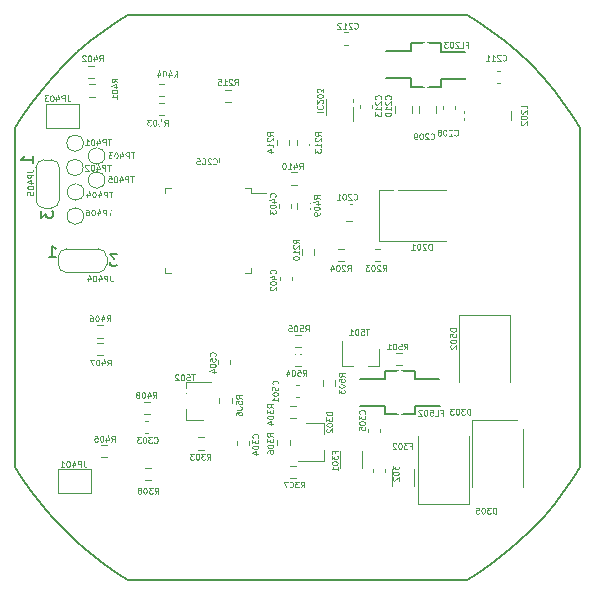
<source format=gbr>
G04 #@! TF.GenerationSoftware,KiCad,Pcbnew,5.1.12*
G04 #@! TF.CreationDate,2022-08-14T20:08:33+02:00*
G04 #@! TF.ProjectId,hec-base,6865632d-6261-4736-952e-6b696361645f,0001*
G04 #@! TF.SameCoordinates,PX4cec620PY8f8c0c0*
G04 #@! TF.FileFunction,Legend,Bot*
G04 #@! TF.FilePolarity,Positive*
%FSLAX46Y46*%
G04 Gerber Fmt 4.6, Leading zero omitted, Abs format (unit mm)*
G04 Created by KiCad (PCBNEW 5.1.12) date 2022-08-14 20:08:33*
%MOMM*%
%LPD*%
G01*
G04 APERTURE LIST*
G04 #@! TA.AperFunction,Profile*
%ADD10C,0.200000*%
G04 #@! TD*
%ADD11C,0.120000*%
%ADD12C,0.150000*%
%ADD13C,0.100000*%
%ADD14C,0.050000*%
%ADD15R,1.500000X1.000000*%
%ADD16C,1.500000*%
%ADD17C,0.800000*%
%ADD18O,2.000000X1.200000*%
%ADD19C,1.000000*%
%ADD20R,2.500000X2.300000*%
%ADD21R,0.900000X0.800000*%
%ADD22R,2.300000X2.500000*%
%ADD23R,0.400000X0.650000*%
%ADD24R,1.500000X1.050000*%
%ADD25O,1.500000X1.050000*%
%ADD26R,1.050000X1.500000*%
%ADD27O,1.050000X1.500000*%
%ADD28C,2.300000*%
%ADD29R,2.300000X2.300000*%
%ADD30R,0.800000X0.900000*%
%ADD31R,1.000000X1.500000*%
%ADD32C,0.990600*%
%ADD33C,0.450000*%
%ADD34C,0.500000*%
G04 APERTURE END LIST*
D10*
X47811560Y9541500D02*
X47811560Y38296900D01*
X47310460Y39114620D02*
X46483160Y40318400D01*
X9533860Y19200D02*
X38289260Y19200D01*
X512665Y8723800D02*
X1340000Y7520000D01*
X40310760Y46490760D02*
X39106960Y47318095D01*
X47310460Y8723800D02*
X47811560Y9541500D01*
X47811560Y38296900D02*
X47310460Y39114620D01*
X2229200Y41477230D02*
X1340000Y40318400D01*
X512665Y39114620D02*
X11566Y38296900D01*
X3177830Y42587930D02*
X2229200Y41477230D01*
X8716140Y520300D02*
X9533860Y19200D01*
X7512360Y46490760D02*
X6353530Y45601560D01*
X42580260Y44652930D02*
X41469560Y45601560D01*
X5242830Y3185500D02*
X6353530Y2236800D01*
X46483160Y40318400D02*
X45593960Y41477230D01*
X2229200Y6361200D02*
X3177830Y5250500D01*
X40310760Y1347600D02*
X41469560Y2236800D01*
X6353530Y45601560D02*
X5242830Y44652930D01*
X41469560Y45601560D02*
X40310760Y46490760D01*
X38289260Y19200D02*
X39106960Y520300D01*
X7512360Y1347600D02*
X8716140Y520300D01*
X45593960Y41477230D02*
X44645260Y42587930D01*
X46483160Y7520000D02*
X47310460Y8723800D01*
X3177830Y5250500D02*
X4183290Y4190900D01*
X1340000Y40318400D02*
X512665Y39114620D01*
X4183290Y43647470D02*
X3177830Y42587930D01*
X44645260Y42587930D02*
X43639860Y43647470D01*
X39106960Y520300D02*
X40310760Y1347600D01*
X44645260Y5250500D02*
X45593960Y6361200D01*
X41469560Y2236800D02*
X42580260Y3185500D01*
X4183290Y4190900D02*
X5242830Y3185500D01*
X8716140Y47318095D02*
X7512360Y46490760D01*
X43639860Y4190900D02*
X44645260Y5250500D01*
X42580260Y3185500D02*
X43639860Y4190900D01*
X11566Y9541500D02*
X512665Y8723800D01*
X43639860Y43647470D02*
X42580260Y44652930D01*
X45593960Y6361200D02*
X46483160Y7520000D01*
X5242830Y44652930D02*
X4183290Y43647470D01*
X39106960Y47318095D02*
X38289260Y47819194D01*
X6353530Y2236800D02*
X7512360Y1347600D01*
X38289260Y47819194D02*
X9533860Y47819194D01*
X11566Y38296900D02*
X11566Y9541500D01*
X9533860Y47819194D02*
X8716140Y47318095D01*
X1340000Y7520000D02*
X2229200Y6361200D01*
D11*
G04 #@! TO.C,JP405*
X1743200Y34928000D02*
X1743200Y32128000D01*
X2443200Y31478000D02*
X3043200Y31478000D01*
X3743200Y32128000D02*
X3743200Y34928000D01*
X3043200Y35578000D02*
X2443200Y35578000D01*
X2443200Y35578000D02*
G75*
G03*
X1743200Y34878000I0J-700000D01*
G01*
X3743200Y34878000D02*
G75*
G03*
X3043200Y35578000I-700000J0D01*
G01*
X3043200Y31478000D02*
G75*
G03*
X3743200Y32178000I0J700000D01*
G01*
X1743200Y32178000D02*
G75*
G03*
X2443200Y31478000I700000J0D01*
G01*
D12*
G04 #@! TO.C,FL203*
X36047680Y41767760D02*
X36047680Y42428160D01*
X31417260Y42458640D02*
X33489900Y42458640D01*
X33492440Y42458640D02*
X33492440Y41767760D01*
X33492440Y41767760D02*
X36047680Y41767760D01*
X36047680Y42428160D02*
X38138100Y42430700D01*
X33487360Y44754800D02*
X31396940Y44752260D01*
X33487360Y45415200D02*
X33487360Y44754800D01*
X36042600Y45415200D02*
X33487360Y45415200D01*
X36042600Y44724320D02*
X36042600Y45415200D01*
X38117780Y44724320D02*
X36045140Y44724320D01*
G04 #@! TO.C,FL502*
X31277560Y17673320D02*
X31277560Y17012920D01*
X35907980Y16982440D02*
X33835340Y16982440D01*
X33832800Y16982440D02*
X33832800Y17673320D01*
X33832800Y17673320D02*
X31277560Y17673320D01*
X31277560Y17012920D02*
X29187140Y17010380D01*
X33837880Y14686280D02*
X35928300Y14688820D01*
X33837880Y14025880D02*
X33837880Y14686280D01*
X31282640Y14025880D02*
X33837880Y14025880D01*
X31282640Y14716760D02*
X31282640Y14025880D01*
X29207460Y14716760D02*
X31280100Y14716760D01*
D11*
G04 #@! TO.C,R215*
X18258558Y40447700D02*
X17784042Y40447700D01*
X18258558Y41492700D02*
X17784042Y41492700D01*
G04 #@! TO.C,C201*
X28493352Y30367300D02*
X27970848Y30367300D01*
X28493352Y31837300D02*
X27970848Y31837300D01*
G04 #@! TO.C,C208*
X36218400Y39877120D02*
X36218400Y40158280D01*
X37238400Y39877120D02*
X37238400Y40158280D01*
G04 #@! TO.C,C209*
X34177300Y39565948D02*
X34177300Y40088452D01*
X35647300Y39565948D02*
X35647300Y40088452D01*
G04 #@! TO.C,C210*
X32145300Y39565948D02*
X32145300Y40088452D01*
X33615300Y39565948D02*
X33615300Y40088452D01*
G04 #@! TO.C,C211*
X41047280Y42035000D02*
X40766120Y42035000D01*
X41047280Y43055000D02*
X40766120Y43055000D01*
G04 #@! TO.C,C212*
X27875620Y46344300D02*
X28156780Y46344300D01*
X27875620Y45324300D02*
X28156780Y45324300D01*
G04 #@! TO.C,C213*
X29182600Y39927920D02*
X29182600Y40209080D01*
X30202600Y39927920D02*
X30202600Y40209080D01*
G04 #@! TO.C,C302*
X30300200Y9130420D02*
X30300200Y9411580D01*
X31320200Y9130420D02*
X31320200Y9411580D01*
G04 #@! TO.C,C303*
X10984620Y13464000D02*
X11265780Y13464000D01*
X10984620Y12444000D02*
X11265780Y12444000D01*
G04 #@! TO.C,C304*
X18743200Y11441820D02*
X18743200Y11722980D01*
X19763200Y11441820D02*
X19763200Y11722980D01*
G04 #@! TO.C,C305*
X29893800Y12521320D02*
X29893800Y12802480D01*
X30913800Y12521320D02*
X30913800Y12802480D01*
G04 #@! TO.C,C402*
X23395400Y25654880D02*
X23395400Y25373720D01*
X22375400Y25654880D02*
X22375400Y25373720D01*
G04 #@! TO.C,C403*
X22324600Y31520520D02*
X22324600Y31801680D01*
X23344600Y31520520D02*
X23344600Y31801680D01*
G04 #@! TO.C,C501*
X23760820Y16473900D02*
X24041980Y16473900D01*
X23760820Y15453900D02*
X24041980Y15453900D01*
G04 #@! TO.C,C504*
X18226500Y18593680D02*
X18226500Y18312520D01*
X17206500Y18593680D02*
X17206500Y18312520D01*
G04 #@! TO.C,D201*
X30790800Y28672900D02*
X36490800Y28672900D01*
X30790800Y32972900D02*
X36490800Y32972900D01*
X30790800Y28672900D02*
X30790800Y32972900D01*
G04 #@! TO.C,D302*
X26109200Y13264000D02*
X24649200Y13264000D01*
X26109200Y10104000D02*
X23949200Y10104000D01*
X26109200Y10104000D02*
X26109200Y11034000D01*
X26109200Y13264000D02*
X26109200Y12334000D01*
G04 #@! TO.C,D303*
X38705900Y13570300D02*
X38705900Y7870300D01*
X43005900Y13570300D02*
X43005900Y7870300D01*
X38705900Y13570300D02*
X43005900Y13570300D01*
G04 #@! TO.C,D305*
X38421200Y6457600D02*
X38421200Y12157600D01*
X34121200Y6457600D02*
X34121200Y12157600D01*
X38421200Y6457600D02*
X34121200Y6457600D01*
G04 #@! TO.C,D502*
X37575600Y22447600D02*
X37575600Y16747600D01*
X41875600Y22447600D02*
X41875600Y16747600D01*
X37575600Y22447600D02*
X41875600Y22447600D01*
G04 #@! TO.C,F301*
X29358000Y10937864D02*
X29358000Y9483736D01*
X27538000Y10937864D02*
X27538000Y9483736D01*
G04 #@! TO.C,F302*
X33726800Y9363064D02*
X33726800Y7908936D01*
X31906800Y9363064D02*
X31906800Y7908936D01*
G04 #@! TO.C,IC203*
X26297400Y39317700D02*
X26297400Y40717700D01*
X28617400Y40717700D02*
X28617400Y38817700D01*
G04 #@! TO.C,IC205*
X19929500Y32712900D02*
X21219500Y32712900D01*
X19929500Y33162900D02*
X19929500Y32712900D01*
X19479500Y33162900D02*
X19929500Y33162900D01*
X12709500Y33162900D02*
X12709500Y32712900D01*
X13159500Y33162900D02*
X12709500Y33162900D01*
X19929500Y25942900D02*
X19929500Y26392900D01*
X19479500Y25942900D02*
X19929500Y25942900D01*
X12709500Y25942900D02*
X12709500Y26392900D01*
X13159500Y25942900D02*
X12709500Y25942900D01*
G04 #@! TO.C,JP401*
X6454600Y9356600D02*
X3654600Y9356600D01*
X3654600Y9356600D02*
X3654600Y7356600D01*
X3654600Y7356600D02*
X6454600Y7356600D01*
X6454600Y7356600D02*
X6454600Y9356600D01*
G04 #@! TO.C,JP403*
X5374000Y40293800D02*
X2574000Y40293800D01*
X2574000Y40293800D02*
X2574000Y38293800D01*
X2574000Y38293800D02*
X5374000Y38293800D01*
X5374000Y38293800D02*
X5374000Y40293800D01*
G04 #@! TO.C,L202*
X37982300Y39691800D02*
X37982300Y38951800D01*
X42002300Y38951800D02*
X42002300Y39691800D01*
G04 #@! TO.C,T502*
X14438600Y13571100D02*
X15898600Y13571100D01*
X14438600Y16731100D02*
X16598600Y16731100D01*
X14438600Y16731100D02*
X14438600Y15801100D01*
X14438600Y13571100D02*
X14438600Y14501100D01*
G04 #@! TO.C,R203*
X30907758Y26973000D02*
X30433242Y26973000D01*
X30907758Y28018000D02*
X30433242Y28018000D01*
G04 #@! TO.C,R204*
X27321742Y28043400D02*
X27796258Y28043400D01*
X27321742Y26998400D02*
X27796258Y26998400D01*
G04 #@! TO.C,R210*
X25338300Y28019778D02*
X25338300Y27545262D01*
X24293300Y28019778D02*
X24293300Y27545262D01*
G04 #@! TO.C,R213*
X24881100Y37283158D02*
X24881100Y36808642D01*
X23836100Y37283158D02*
X23836100Y36808642D01*
G04 #@! TO.C,R214*
X22147000Y36808642D02*
X22147000Y37283158D01*
X23192000Y36808642D02*
X23192000Y37283158D01*
G04 #@! TO.C,R303*
X15472142Y12054100D02*
X15946658Y12054100D01*
X15472142Y11009100D02*
X15946658Y11009100D01*
G04 #@! TO.C,R304*
X23283142Y14746500D02*
X23757658Y14746500D01*
X23283142Y13701500D02*
X23757658Y13701500D01*
G04 #@! TO.C,R306*
X22185100Y11395942D02*
X22185100Y11870458D01*
X23230100Y11395942D02*
X23230100Y11870458D01*
G04 #@! TO.C,R307*
X23270442Y9641100D02*
X23744958Y9641100D01*
X23270442Y8596100D02*
X23744958Y8596100D01*
G04 #@! TO.C,R308*
X10989542Y9463300D02*
X11464058Y9463300D01*
X10989542Y8418300D02*
X11464058Y8418300D01*
G04 #@! TO.C,R401*
X6265142Y41949900D02*
X6739658Y41949900D01*
X6265142Y40904900D02*
X6739658Y40904900D01*
G04 #@! TO.C,R402*
X6176242Y43499300D02*
X6650758Y43499300D01*
X6176242Y42454300D02*
X6650758Y42454300D01*
G04 #@! TO.C,R403*
X12619758Y39355500D02*
X12145242Y39355500D01*
X12619758Y40400500D02*
X12145242Y40400500D01*
G04 #@! TO.C,R404*
X12619758Y40930300D02*
X12145242Y40930300D01*
X12619758Y41975300D02*
X12145242Y41975300D01*
G04 #@! TO.C,R405*
X7755658Y10374100D02*
X7281142Y10374100D01*
X7755658Y11419100D02*
X7281142Y11419100D01*
G04 #@! TO.C,R406*
X7412758Y20496000D02*
X6938242Y20496000D01*
X7412758Y21541000D02*
X6938242Y21541000D01*
G04 #@! TO.C,R407*
X7412758Y19010100D02*
X6938242Y19010100D01*
X7412758Y20055100D02*
X6938242Y20055100D01*
G04 #@! TO.C,R408*
X11375158Y14044400D02*
X10900642Y14044400D01*
X11375158Y15089400D02*
X10900642Y15089400D01*
G04 #@! TO.C,R409*
X23886900Y31411142D02*
X23886900Y31885658D01*
X24931900Y31411142D02*
X24931900Y31885658D01*
G04 #@! TO.C,R410*
X23372042Y34507700D02*
X23846558Y34507700D01*
X23372042Y33462700D02*
X23846558Y33462700D01*
G04 #@! TO.C,R501*
X32259502Y19216900D02*
X32734018Y19216900D01*
X32259502Y18171900D02*
X32734018Y18171900D01*
G04 #@! TO.C,R503*
X26033200Y16412442D02*
X26033200Y16886958D01*
X27078200Y16412442D02*
X27078200Y16886958D01*
G04 #@! TO.C,R504*
X23684462Y19150860D02*
X24158978Y19150860D01*
X23684462Y18105860D02*
X24158978Y18105860D01*
G04 #@! TO.C,R505*
X23709862Y20720580D02*
X24184378Y20720580D01*
X23709862Y19675580D02*
X24184378Y19675580D01*
G04 #@! TO.C,R506*
X18327900Y15439158D02*
X18327900Y14964642D01*
X17282900Y15439158D02*
X17282900Y14964642D01*
G04 #@! TO.C,T501*
X30790000Y18086800D02*
X30790000Y19546800D01*
X27630000Y18086800D02*
X27630000Y20246800D01*
X27630000Y18086800D02*
X28560000Y18086800D01*
X30790000Y18086800D02*
X29860000Y18086800D01*
G04 #@! TO.C,TP401*
X5767300Y36969700D02*
G75*
G03*
X5767300Y36969700I-700000J0D01*
G01*
G04 #@! TO.C,TP402*
X5754600Y34912300D02*
G75*
G03*
X5754600Y34912300I-700000J0D01*
G01*
G04 #@! TO.C,TP403*
X7596100Y35890200D02*
G75*
G03*
X7596100Y35890200I-700000J0D01*
G01*
G04 #@! TO.C,TP404*
X5818100Y32842200D02*
G75*
G03*
X5818100Y32842200I-700000J0D01*
G01*
G04 #@! TO.C,TP405*
X7596100Y33845500D02*
G75*
G03*
X7596100Y33845500I-700000J0D01*
G01*
G04 #@! TO.C,TP406*
X5792700Y30797500D02*
G75*
G03*
X5792700Y30797500I-700000J0D01*
G01*
G04 #@! TO.C,JP404*
X4289600Y26025600D02*
X7089600Y26025600D01*
X7739600Y26725600D02*
X7739600Y27325600D01*
X7089600Y28025600D02*
X4289600Y28025600D01*
X3639600Y27325600D02*
X3639600Y26725600D01*
X3639600Y26725600D02*
G75*
G03*
X4339600Y26025600I700000J0D01*
G01*
X4339600Y28025600D02*
G75*
G03*
X3639600Y27325600I0J-700000D01*
G01*
X7739600Y27325600D02*
G75*
G03*
X7039600Y28025600I-700000J0D01*
G01*
X7039600Y26025600D02*
G75*
G03*
X7739600Y26725600I0J700000D01*
G01*
G04 #@! TD*
G04 #@! TO.C,JP405*
D12*
X1473460Y35299686D02*
X1473460Y35871115D01*
X1473460Y35585400D02*
X473460Y35585400D01*
X616318Y35680639D01*
X711556Y35775877D01*
X759175Y35871115D01*
X2195580Y31261334D02*
X2195580Y30642286D01*
X2576533Y30975620D01*
X2576533Y30832762D01*
X2624152Y30737524D01*
X2671771Y30689905D01*
X2767009Y30642286D01*
X3005104Y30642286D01*
X3100342Y30689905D01*
X3147961Y30737524D01*
X3195580Y30832762D01*
X3195580Y31118477D01*
X3147961Y31213715D01*
X3100342Y31261334D01*
D13*
X1031750Y34547858D02*
X1388893Y34547858D01*
X1460321Y34571667D01*
X1507940Y34619286D01*
X1531750Y34690715D01*
X1531750Y34738334D01*
X1531750Y34309762D02*
X1031750Y34309762D01*
X1031750Y34119286D01*
X1055560Y34071667D01*
X1079369Y34047858D01*
X1126988Y34024048D01*
X1198417Y34024048D01*
X1246036Y34047858D01*
X1269845Y34071667D01*
X1293655Y34119286D01*
X1293655Y34309762D01*
X1198417Y33595477D02*
X1531750Y33595477D01*
X1007940Y33714524D02*
X1365083Y33833572D01*
X1365083Y33524048D01*
X1031750Y33238334D02*
X1031750Y33190715D01*
X1055560Y33143096D01*
X1079369Y33119286D01*
X1126988Y33095477D01*
X1222226Y33071667D01*
X1341274Y33071667D01*
X1436512Y33095477D01*
X1484131Y33119286D01*
X1507940Y33143096D01*
X1531750Y33190715D01*
X1531750Y33238334D01*
X1507940Y33285953D01*
X1484131Y33309762D01*
X1436512Y33333572D01*
X1341274Y33357381D01*
X1222226Y33357381D01*
X1126988Y33333572D01*
X1079369Y33309762D01*
X1055560Y33285953D01*
X1031750Y33238334D01*
X1031750Y32619286D02*
X1031750Y32857381D01*
X1269845Y32881191D01*
X1246036Y32857381D01*
X1222226Y32809762D01*
X1222226Y32690715D01*
X1246036Y32643096D01*
X1269845Y32619286D01*
X1317464Y32595477D01*
X1436512Y32595477D01*
X1484131Y32619286D01*
X1507940Y32643096D01*
X1531750Y32690715D01*
X1531750Y32809762D01*
X1507940Y32857381D01*
X1484131Y32881191D01*
G04 #@! TO.C,FL203*
X38195938Y45323915D02*
X38362604Y45323915D01*
X38362604Y45062010D02*
X38362604Y45562010D01*
X38124509Y45562010D01*
X37695938Y45062010D02*
X37934033Y45062010D01*
X37934033Y45562010D01*
X37553080Y45514391D02*
X37529271Y45538200D01*
X37481652Y45562010D01*
X37362604Y45562010D01*
X37314985Y45538200D01*
X37291176Y45514391D01*
X37267366Y45466772D01*
X37267366Y45419153D01*
X37291176Y45347724D01*
X37576890Y45062010D01*
X37267366Y45062010D01*
X36957842Y45562010D02*
X36910223Y45562010D01*
X36862604Y45538200D01*
X36838795Y45514391D01*
X36814985Y45466772D01*
X36791176Y45371534D01*
X36791176Y45252486D01*
X36814985Y45157248D01*
X36838795Y45109629D01*
X36862604Y45085820D01*
X36910223Y45062010D01*
X36957842Y45062010D01*
X37005461Y45085820D01*
X37029271Y45109629D01*
X37053080Y45157248D01*
X37076890Y45252486D01*
X37076890Y45371534D01*
X37053080Y45466772D01*
X37029271Y45514391D01*
X37005461Y45538200D01*
X36957842Y45562010D01*
X36624509Y45562010D02*
X36314985Y45562010D01*
X36481652Y45371534D01*
X36410223Y45371534D01*
X36362604Y45347724D01*
X36338795Y45323915D01*
X36314985Y45276296D01*
X36314985Y45157248D01*
X36338795Y45109629D01*
X36362604Y45085820D01*
X36410223Y45062010D01*
X36553080Y45062010D01*
X36600700Y45085820D01*
X36624509Y45109629D01*
G04 #@! TO.C,FL502*
X36019158Y14163195D02*
X36185824Y14163195D01*
X36185824Y13901290D02*
X36185824Y14401290D01*
X35947729Y14401290D01*
X35519158Y13901290D02*
X35757253Y13901290D01*
X35757253Y14401290D01*
X35114396Y14401290D02*
X35352491Y14401290D01*
X35376300Y14163195D01*
X35352491Y14187004D01*
X35304872Y14210814D01*
X35185824Y14210814D01*
X35138205Y14187004D01*
X35114396Y14163195D01*
X35090586Y14115576D01*
X35090586Y13996528D01*
X35114396Y13948909D01*
X35138205Y13925100D01*
X35185824Y13901290D01*
X35304872Y13901290D01*
X35352491Y13925100D01*
X35376300Y13948909D01*
X34781062Y14401290D02*
X34733443Y14401290D01*
X34685824Y14377480D01*
X34662015Y14353671D01*
X34638205Y14306052D01*
X34614396Y14210814D01*
X34614396Y14091766D01*
X34638205Y13996528D01*
X34662015Y13948909D01*
X34685824Y13925100D01*
X34733443Y13901290D01*
X34781062Y13901290D01*
X34828681Y13925100D01*
X34852491Y13948909D01*
X34876300Y13996528D01*
X34900110Y14091766D01*
X34900110Y14210814D01*
X34876300Y14306052D01*
X34852491Y14353671D01*
X34828681Y14377480D01*
X34781062Y14401290D01*
X34423920Y14353671D02*
X34400110Y14377480D01*
X34352491Y14401290D01*
X34233443Y14401290D01*
X34185824Y14377480D01*
X34162015Y14353671D01*
X34138205Y14306052D01*
X34138205Y14258433D01*
X34162015Y14187004D01*
X34447729Y13901290D01*
X34138205Y13901290D01*
G04 #@! TO.C,R215*
X18563043Y41892090D02*
X18729710Y42130185D01*
X18848758Y41892090D02*
X18848758Y42392090D01*
X18658281Y42392090D01*
X18610662Y42368280D01*
X18586853Y42344471D01*
X18563043Y42296852D01*
X18563043Y42225423D01*
X18586853Y42177804D01*
X18610662Y42153995D01*
X18658281Y42130185D01*
X18848758Y42130185D01*
X18372567Y42344471D02*
X18348758Y42368280D01*
X18301139Y42392090D01*
X18182091Y42392090D01*
X18134472Y42368280D01*
X18110662Y42344471D01*
X18086853Y42296852D01*
X18086853Y42249233D01*
X18110662Y42177804D01*
X18396377Y41892090D01*
X18086853Y41892090D01*
X17610662Y41892090D02*
X17896377Y41892090D01*
X17753520Y41892090D02*
X17753520Y42392090D01*
X17801139Y42320661D01*
X17848758Y42273042D01*
X17896377Y42249233D01*
X17158281Y42392090D02*
X17396377Y42392090D01*
X17420186Y42153995D01*
X17396377Y42177804D01*
X17348758Y42201614D01*
X17229710Y42201614D01*
X17182091Y42177804D01*
X17158281Y42153995D01*
X17134472Y42106376D01*
X17134472Y41987328D01*
X17158281Y41939709D01*
X17182091Y41915900D01*
X17229710Y41892090D01*
X17348758Y41892090D01*
X17396377Y41915900D01*
X17420186Y41939709D01*
G04 #@! TO.C,C201*
X28657003Y32236909D02*
X28680813Y32213100D01*
X28752241Y32189290D01*
X28799860Y32189290D01*
X28871289Y32213100D01*
X28918908Y32260719D01*
X28942718Y32308338D01*
X28966527Y32403576D01*
X28966527Y32475004D01*
X28942718Y32570242D01*
X28918908Y32617861D01*
X28871289Y32665480D01*
X28799860Y32689290D01*
X28752241Y32689290D01*
X28680813Y32665480D01*
X28657003Y32641671D01*
X28466527Y32641671D02*
X28442718Y32665480D01*
X28395099Y32689290D01*
X28276051Y32689290D01*
X28228432Y32665480D01*
X28204622Y32641671D01*
X28180813Y32594052D01*
X28180813Y32546433D01*
X28204622Y32475004D01*
X28490337Y32189290D01*
X28180813Y32189290D01*
X27871289Y32689290D02*
X27823670Y32689290D01*
X27776051Y32665480D01*
X27752241Y32641671D01*
X27728432Y32594052D01*
X27704622Y32498814D01*
X27704622Y32379766D01*
X27728432Y32284528D01*
X27752241Y32236909D01*
X27776051Y32213100D01*
X27823670Y32189290D01*
X27871289Y32189290D01*
X27918908Y32213100D01*
X27942718Y32236909D01*
X27966527Y32284528D01*
X27990337Y32379766D01*
X27990337Y32498814D01*
X27966527Y32594052D01*
X27942718Y32641671D01*
X27918908Y32665480D01*
X27871289Y32689290D01*
X27228432Y32189290D02*
X27514146Y32189290D01*
X27371289Y32189290D02*
X27371289Y32689290D01*
X27418908Y32617861D01*
X27466527Y32570242D01*
X27514146Y32546433D01*
G04 #@! TO.C,C208*
X37186323Y37667429D02*
X37210133Y37643620D01*
X37281561Y37619810D01*
X37329180Y37619810D01*
X37400609Y37643620D01*
X37448228Y37691239D01*
X37472038Y37738858D01*
X37495847Y37834096D01*
X37495847Y37905524D01*
X37472038Y38000762D01*
X37448228Y38048381D01*
X37400609Y38096000D01*
X37329180Y38119810D01*
X37281561Y38119810D01*
X37210133Y38096000D01*
X37186323Y38072191D01*
X36995847Y38072191D02*
X36972038Y38096000D01*
X36924419Y38119810D01*
X36805371Y38119810D01*
X36757752Y38096000D01*
X36733942Y38072191D01*
X36710133Y38024572D01*
X36710133Y37976953D01*
X36733942Y37905524D01*
X37019657Y37619810D01*
X36710133Y37619810D01*
X36400609Y38119810D02*
X36352990Y38119810D01*
X36305371Y38096000D01*
X36281561Y38072191D01*
X36257752Y38024572D01*
X36233942Y37929334D01*
X36233942Y37810286D01*
X36257752Y37715048D01*
X36281561Y37667429D01*
X36305371Y37643620D01*
X36352990Y37619810D01*
X36400609Y37619810D01*
X36448228Y37643620D01*
X36472038Y37667429D01*
X36495847Y37715048D01*
X36519657Y37810286D01*
X36519657Y37929334D01*
X36495847Y38024572D01*
X36472038Y38072191D01*
X36448228Y38096000D01*
X36400609Y38119810D01*
X35948228Y37905524D02*
X35995847Y37929334D01*
X36019657Y37953143D01*
X36043466Y38000762D01*
X36043466Y38024572D01*
X36019657Y38072191D01*
X35995847Y38096000D01*
X35948228Y38119810D01*
X35852990Y38119810D01*
X35805371Y38096000D01*
X35781561Y38072191D01*
X35757752Y38024572D01*
X35757752Y38000762D01*
X35781561Y37953143D01*
X35805371Y37929334D01*
X35852990Y37905524D01*
X35948228Y37905524D01*
X35995847Y37881715D01*
X36019657Y37857905D01*
X36043466Y37810286D01*
X36043466Y37715048D01*
X36019657Y37667429D01*
X35995847Y37643620D01*
X35948228Y37619810D01*
X35852990Y37619810D01*
X35805371Y37643620D01*
X35781561Y37667429D01*
X35757752Y37715048D01*
X35757752Y37810286D01*
X35781561Y37857905D01*
X35805371Y37881715D01*
X35852990Y37905524D01*
G04 #@! TO.C,C209*
X35174643Y37352469D02*
X35198453Y37328660D01*
X35269881Y37304850D01*
X35317500Y37304850D01*
X35388929Y37328660D01*
X35436548Y37376279D01*
X35460358Y37423898D01*
X35484167Y37519136D01*
X35484167Y37590564D01*
X35460358Y37685802D01*
X35436548Y37733421D01*
X35388929Y37781040D01*
X35317500Y37804850D01*
X35269881Y37804850D01*
X35198453Y37781040D01*
X35174643Y37757231D01*
X34984167Y37757231D02*
X34960358Y37781040D01*
X34912739Y37804850D01*
X34793691Y37804850D01*
X34746072Y37781040D01*
X34722262Y37757231D01*
X34698453Y37709612D01*
X34698453Y37661993D01*
X34722262Y37590564D01*
X35007977Y37304850D01*
X34698453Y37304850D01*
X34388929Y37804850D02*
X34341310Y37804850D01*
X34293691Y37781040D01*
X34269881Y37757231D01*
X34246072Y37709612D01*
X34222262Y37614374D01*
X34222262Y37495326D01*
X34246072Y37400088D01*
X34269881Y37352469D01*
X34293691Y37328660D01*
X34341310Y37304850D01*
X34388929Y37304850D01*
X34436548Y37328660D01*
X34460358Y37352469D01*
X34484167Y37400088D01*
X34507977Y37495326D01*
X34507977Y37614374D01*
X34484167Y37709612D01*
X34460358Y37757231D01*
X34436548Y37781040D01*
X34388929Y37804850D01*
X33984167Y37304850D02*
X33888929Y37304850D01*
X33841310Y37328660D01*
X33817500Y37352469D01*
X33769881Y37423898D01*
X33746072Y37519136D01*
X33746072Y37709612D01*
X33769881Y37757231D01*
X33793691Y37781040D01*
X33841310Y37804850D01*
X33936548Y37804850D01*
X33984167Y37781040D01*
X34007977Y37757231D01*
X34031786Y37709612D01*
X34031786Y37590564D01*
X34007977Y37542945D01*
X33984167Y37519136D01*
X33936548Y37495326D01*
X33841310Y37495326D01*
X33793691Y37519136D01*
X33769881Y37542945D01*
X33746072Y37590564D01*
G04 #@! TO.C,C210*
X31766011Y40711844D02*
X31789820Y40735654D01*
X31813630Y40807082D01*
X31813630Y40854701D01*
X31789820Y40926130D01*
X31742201Y40973749D01*
X31694582Y40997559D01*
X31599344Y41021368D01*
X31527916Y41021368D01*
X31432678Y40997559D01*
X31385059Y40973749D01*
X31337440Y40926130D01*
X31313630Y40854701D01*
X31313630Y40807082D01*
X31337440Y40735654D01*
X31361249Y40711844D01*
X31361249Y40521368D02*
X31337440Y40497559D01*
X31313630Y40449940D01*
X31313630Y40330892D01*
X31337440Y40283273D01*
X31361249Y40259463D01*
X31408868Y40235654D01*
X31456487Y40235654D01*
X31527916Y40259463D01*
X31813630Y40545178D01*
X31813630Y40235654D01*
X31813630Y39759463D02*
X31813630Y40045178D01*
X31813630Y39902320D02*
X31313630Y39902320D01*
X31385059Y39949940D01*
X31432678Y39997559D01*
X31456487Y40045178D01*
X31313630Y39449940D02*
X31313630Y39402320D01*
X31337440Y39354701D01*
X31361249Y39330892D01*
X31408868Y39307082D01*
X31504106Y39283273D01*
X31623154Y39283273D01*
X31718392Y39307082D01*
X31766011Y39330892D01*
X31789820Y39354701D01*
X31813630Y39402320D01*
X31813630Y39449940D01*
X31789820Y39497559D01*
X31766011Y39521368D01*
X31718392Y39545178D01*
X31623154Y39568987D01*
X31504106Y39568987D01*
X31408868Y39545178D01*
X31361249Y39521368D01*
X31337440Y39497559D01*
X31313630Y39449940D01*
G04 #@! TO.C,C211*
X41280803Y43997109D02*
X41304613Y43973300D01*
X41376041Y43949490D01*
X41423660Y43949490D01*
X41495089Y43973300D01*
X41542708Y44020919D01*
X41566518Y44068538D01*
X41590327Y44163776D01*
X41590327Y44235204D01*
X41566518Y44330442D01*
X41542708Y44378061D01*
X41495089Y44425680D01*
X41423660Y44449490D01*
X41376041Y44449490D01*
X41304613Y44425680D01*
X41280803Y44401871D01*
X41090327Y44401871D02*
X41066518Y44425680D01*
X41018899Y44449490D01*
X40899851Y44449490D01*
X40852232Y44425680D01*
X40828422Y44401871D01*
X40804613Y44354252D01*
X40804613Y44306633D01*
X40828422Y44235204D01*
X41114137Y43949490D01*
X40804613Y43949490D01*
X40328422Y43949490D02*
X40614137Y43949490D01*
X40471280Y43949490D02*
X40471280Y44449490D01*
X40518899Y44378061D01*
X40566518Y44330442D01*
X40614137Y44306633D01*
X39852232Y43949490D02*
X40137946Y43949490D01*
X39995089Y43949490D02*
X39995089Y44449490D01*
X40042708Y44378061D01*
X40090327Y44330442D01*
X40137946Y44306633D01*
G04 #@! TO.C,C212*
X28712883Y46709829D02*
X28736693Y46686020D01*
X28808121Y46662210D01*
X28855740Y46662210D01*
X28927169Y46686020D01*
X28974788Y46733639D01*
X28998598Y46781258D01*
X29022407Y46876496D01*
X29022407Y46947924D01*
X28998598Y47043162D01*
X28974788Y47090781D01*
X28927169Y47138400D01*
X28855740Y47162210D01*
X28808121Y47162210D01*
X28736693Y47138400D01*
X28712883Y47114591D01*
X28522407Y47114591D02*
X28498598Y47138400D01*
X28450979Y47162210D01*
X28331931Y47162210D01*
X28284312Y47138400D01*
X28260502Y47114591D01*
X28236693Y47066972D01*
X28236693Y47019353D01*
X28260502Y46947924D01*
X28546217Y46662210D01*
X28236693Y46662210D01*
X27760502Y46662210D02*
X28046217Y46662210D01*
X27903360Y46662210D02*
X27903360Y47162210D01*
X27950979Y47090781D01*
X27998598Y47043162D01*
X28046217Y47019353D01*
X27570026Y47114591D02*
X27546217Y47138400D01*
X27498598Y47162210D01*
X27379550Y47162210D01*
X27331931Y47138400D01*
X27308121Y47114591D01*
X27284312Y47066972D01*
X27284312Y47019353D01*
X27308121Y46947924D01*
X27593836Y46662210D01*
X27284312Y46662210D01*
G04 #@! TO.C,C213*
X30927811Y40711844D02*
X30951620Y40735654D01*
X30975430Y40807082D01*
X30975430Y40854701D01*
X30951620Y40926130D01*
X30904001Y40973749D01*
X30856382Y40997559D01*
X30761144Y41021368D01*
X30689716Y41021368D01*
X30594478Y40997559D01*
X30546859Y40973749D01*
X30499240Y40926130D01*
X30475430Y40854701D01*
X30475430Y40807082D01*
X30499240Y40735654D01*
X30523049Y40711844D01*
X30523049Y40521368D02*
X30499240Y40497559D01*
X30475430Y40449940D01*
X30475430Y40330892D01*
X30499240Y40283273D01*
X30523049Y40259463D01*
X30570668Y40235654D01*
X30618287Y40235654D01*
X30689716Y40259463D01*
X30975430Y40545178D01*
X30975430Y40235654D01*
X30975430Y39759463D02*
X30975430Y40045178D01*
X30975430Y39902320D02*
X30475430Y39902320D01*
X30546859Y39949940D01*
X30594478Y39997559D01*
X30618287Y40045178D01*
X30475430Y39592797D02*
X30475430Y39283273D01*
X30665906Y39449940D01*
X30665906Y39378511D01*
X30689716Y39330892D01*
X30713525Y39307082D01*
X30761144Y39283273D01*
X30880192Y39283273D01*
X30927811Y39307082D01*
X30951620Y39330892D01*
X30975430Y39378511D01*
X30975430Y39521368D01*
X30951620Y39568987D01*
X30927811Y39592797D01*
G04 #@! TO.C,C302*
X32418771Y9830524D02*
X32442580Y9854334D01*
X32466390Y9925762D01*
X32466390Y9973381D01*
X32442580Y10044810D01*
X32394961Y10092429D01*
X32347342Y10116239D01*
X32252104Y10140048D01*
X32180676Y10140048D01*
X32085438Y10116239D01*
X32037819Y10092429D01*
X31990200Y10044810D01*
X31966390Y9973381D01*
X31966390Y9925762D01*
X31990200Y9854334D01*
X32014009Y9830524D01*
X31966390Y9663858D02*
X31966390Y9354334D01*
X32156866Y9521000D01*
X32156866Y9449572D01*
X32180676Y9401953D01*
X32204485Y9378143D01*
X32252104Y9354334D01*
X32371152Y9354334D01*
X32418771Y9378143D01*
X32442580Y9401953D01*
X32466390Y9449572D01*
X32466390Y9592429D01*
X32442580Y9640048D01*
X32418771Y9663858D01*
X31966390Y9044810D02*
X31966390Y8997191D01*
X31990200Y8949572D01*
X32014009Y8925762D01*
X32061628Y8901953D01*
X32156866Y8878143D01*
X32275914Y8878143D01*
X32371152Y8901953D01*
X32418771Y8925762D01*
X32442580Y8949572D01*
X32466390Y8997191D01*
X32466390Y9044810D01*
X32442580Y9092429D01*
X32418771Y9116239D01*
X32371152Y9140048D01*
X32275914Y9163858D01*
X32156866Y9163858D01*
X32061628Y9140048D01*
X32014009Y9116239D01*
X31990200Y9092429D01*
X31966390Y9044810D01*
X32014009Y8687667D02*
X31990200Y8663858D01*
X31966390Y8616239D01*
X31966390Y8497191D01*
X31990200Y8449572D01*
X32014009Y8425762D01*
X32061628Y8401953D01*
X32109247Y8401953D01*
X32180676Y8425762D01*
X32466390Y8711477D01*
X32466390Y8401953D01*
G04 #@! TO.C,C303*
X11750763Y11642589D02*
X11774573Y11618780D01*
X11846001Y11594970D01*
X11893620Y11594970D01*
X11965049Y11618780D01*
X12012668Y11666399D01*
X12036478Y11714018D01*
X12060287Y11809256D01*
X12060287Y11880684D01*
X12036478Y11975922D01*
X12012668Y12023541D01*
X11965049Y12071160D01*
X11893620Y12094970D01*
X11846001Y12094970D01*
X11774573Y12071160D01*
X11750763Y12047351D01*
X11584097Y12094970D02*
X11274573Y12094970D01*
X11441240Y11904494D01*
X11369811Y11904494D01*
X11322192Y11880684D01*
X11298382Y11856875D01*
X11274573Y11809256D01*
X11274573Y11690208D01*
X11298382Y11642589D01*
X11322192Y11618780D01*
X11369811Y11594970D01*
X11512668Y11594970D01*
X11560287Y11618780D01*
X11584097Y11642589D01*
X10965049Y12094970D02*
X10917430Y12094970D01*
X10869811Y12071160D01*
X10846001Y12047351D01*
X10822192Y11999732D01*
X10798382Y11904494D01*
X10798382Y11785446D01*
X10822192Y11690208D01*
X10846001Y11642589D01*
X10869811Y11618780D01*
X10917430Y11594970D01*
X10965049Y11594970D01*
X11012668Y11618780D01*
X11036478Y11642589D01*
X11060287Y11690208D01*
X11084097Y11785446D01*
X11084097Y11904494D01*
X11060287Y11999732D01*
X11036478Y12047351D01*
X11012668Y12071160D01*
X10965049Y12094970D01*
X10631716Y12094970D02*
X10322192Y12094970D01*
X10488859Y11904494D01*
X10417430Y11904494D01*
X10369811Y11880684D01*
X10346001Y11856875D01*
X10322192Y11809256D01*
X10322192Y11690208D01*
X10346001Y11642589D01*
X10369811Y11618780D01*
X10417430Y11594970D01*
X10560287Y11594970D01*
X10607906Y11618780D01*
X10631716Y11642589D01*
G04 #@! TO.C,C304*
X20539211Y12035244D02*
X20563020Y12059054D01*
X20586830Y12130482D01*
X20586830Y12178101D01*
X20563020Y12249530D01*
X20515401Y12297149D01*
X20467782Y12320959D01*
X20372544Y12344768D01*
X20301116Y12344768D01*
X20205878Y12320959D01*
X20158259Y12297149D01*
X20110640Y12249530D01*
X20086830Y12178101D01*
X20086830Y12130482D01*
X20110640Y12059054D01*
X20134449Y12035244D01*
X20086830Y11868578D02*
X20086830Y11559054D01*
X20277306Y11725720D01*
X20277306Y11654292D01*
X20301116Y11606673D01*
X20324925Y11582863D01*
X20372544Y11559054D01*
X20491592Y11559054D01*
X20539211Y11582863D01*
X20563020Y11606673D01*
X20586830Y11654292D01*
X20586830Y11797149D01*
X20563020Y11844768D01*
X20539211Y11868578D01*
X20086830Y11249530D02*
X20086830Y11201911D01*
X20110640Y11154292D01*
X20134449Y11130482D01*
X20182068Y11106673D01*
X20277306Y11082863D01*
X20396354Y11082863D01*
X20491592Y11106673D01*
X20539211Y11130482D01*
X20563020Y11154292D01*
X20586830Y11201911D01*
X20586830Y11249530D01*
X20563020Y11297149D01*
X20539211Y11320959D01*
X20491592Y11344768D01*
X20396354Y11368578D01*
X20277306Y11368578D01*
X20182068Y11344768D01*
X20134449Y11320959D01*
X20110640Y11297149D01*
X20086830Y11249530D01*
X20253497Y10654292D02*
X20586830Y10654292D01*
X20063020Y10773340D02*
X20420163Y10892387D01*
X20420163Y10582863D01*
G04 #@! TO.C,C305*
X29576531Y14077404D02*
X29600340Y14101214D01*
X29624150Y14172642D01*
X29624150Y14220261D01*
X29600340Y14291690D01*
X29552721Y14339309D01*
X29505102Y14363119D01*
X29409864Y14386928D01*
X29338436Y14386928D01*
X29243198Y14363119D01*
X29195579Y14339309D01*
X29147960Y14291690D01*
X29124150Y14220261D01*
X29124150Y14172642D01*
X29147960Y14101214D01*
X29171769Y14077404D01*
X29124150Y13910738D02*
X29124150Y13601214D01*
X29314626Y13767880D01*
X29314626Y13696452D01*
X29338436Y13648833D01*
X29362245Y13625023D01*
X29409864Y13601214D01*
X29528912Y13601214D01*
X29576531Y13625023D01*
X29600340Y13648833D01*
X29624150Y13696452D01*
X29624150Y13839309D01*
X29600340Y13886928D01*
X29576531Y13910738D01*
X29124150Y13291690D02*
X29124150Y13244071D01*
X29147960Y13196452D01*
X29171769Y13172642D01*
X29219388Y13148833D01*
X29314626Y13125023D01*
X29433674Y13125023D01*
X29528912Y13148833D01*
X29576531Y13172642D01*
X29600340Y13196452D01*
X29624150Y13244071D01*
X29624150Y13291690D01*
X29600340Y13339309D01*
X29576531Y13363119D01*
X29528912Y13386928D01*
X29433674Y13410738D01*
X29314626Y13410738D01*
X29219388Y13386928D01*
X29171769Y13363119D01*
X29147960Y13339309D01*
X29124150Y13291690D01*
X29124150Y12672642D02*
X29124150Y12910738D01*
X29362245Y12934547D01*
X29338436Y12910738D01*
X29314626Y12863119D01*
X29314626Y12744071D01*
X29338436Y12696452D01*
X29362245Y12672642D01*
X29409864Y12648833D01*
X29528912Y12648833D01*
X29576531Y12672642D01*
X29600340Y12696452D01*
X29624150Y12744071D01*
X29624150Y12863119D01*
X29600340Y12910738D01*
X29576531Y12934547D01*
G04 #@! TO.C,C402*
X22027651Y25939204D02*
X22051460Y25963014D01*
X22075270Y26034442D01*
X22075270Y26082061D01*
X22051460Y26153490D01*
X22003841Y26201109D01*
X21956222Y26224919D01*
X21860984Y26248728D01*
X21789556Y26248728D01*
X21694318Y26224919D01*
X21646699Y26201109D01*
X21599080Y26153490D01*
X21575270Y26082061D01*
X21575270Y26034442D01*
X21599080Y25963014D01*
X21622889Y25939204D01*
X21741937Y25510633D02*
X22075270Y25510633D01*
X21551460Y25629680D02*
X21908603Y25748728D01*
X21908603Y25439204D01*
X21575270Y25153490D02*
X21575270Y25105871D01*
X21599080Y25058252D01*
X21622889Y25034442D01*
X21670508Y25010633D01*
X21765746Y24986823D01*
X21884794Y24986823D01*
X21980032Y25010633D01*
X22027651Y25034442D01*
X22051460Y25058252D01*
X22075270Y25105871D01*
X22075270Y25153490D01*
X22051460Y25201109D01*
X22027651Y25224919D01*
X21980032Y25248728D01*
X21884794Y25272538D01*
X21765746Y25272538D01*
X21670508Y25248728D01*
X21622889Y25224919D01*
X21599080Y25201109D01*
X21575270Y25153490D01*
X21622889Y24796347D02*
X21599080Y24772538D01*
X21575270Y24724919D01*
X21575270Y24605871D01*
X21599080Y24558252D01*
X21622889Y24534442D01*
X21670508Y24510633D01*
X21718127Y24510633D01*
X21789556Y24534442D01*
X22075270Y24820157D01*
X22075270Y24510633D01*
G04 #@! TO.C,C403*
X21997171Y32436524D02*
X22020980Y32460334D01*
X22044790Y32531762D01*
X22044790Y32579381D01*
X22020980Y32650810D01*
X21973361Y32698429D01*
X21925742Y32722239D01*
X21830504Y32746048D01*
X21759076Y32746048D01*
X21663838Y32722239D01*
X21616219Y32698429D01*
X21568600Y32650810D01*
X21544790Y32579381D01*
X21544790Y32531762D01*
X21568600Y32460334D01*
X21592409Y32436524D01*
X21711457Y32007953D02*
X22044790Y32007953D01*
X21520980Y32127000D02*
X21878123Y32246048D01*
X21878123Y31936524D01*
X21544790Y31650810D02*
X21544790Y31603191D01*
X21568600Y31555572D01*
X21592409Y31531762D01*
X21640028Y31507953D01*
X21735266Y31484143D01*
X21854314Y31484143D01*
X21949552Y31507953D01*
X21997171Y31531762D01*
X22020980Y31555572D01*
X22044790Y31603191D01*
X22044790Y31650810D01*
X22020980Y31698429D01*
X21997171Y31722239D01*
X21949552Y31746048D01*
X21854314Y31769858D01*
X21735266Y31769858D01*
X21640028Y31746048D01*
X21592409Y31722239D01*
X21568600Y31698429D01*
X21544790Y31650810D01*
X21544790Y31317477D02*
X21544790Y31007953D01*
X21735266Y31174620D01*
X21735266Y31103191D01*
X21759076Y31055572D01*
X21782885Y31031762D01*
X21830504Y31007953D01*
X21949552Y31007953D01*
X21997171Y31031762D01*
X22020980Y31055572D01*
X22044790Y31103191D01*
X22044790Y31246048D01*
X22020980Y31293667D01*
X21997171Y31317477D01*
G04 #@! TO.C,C501*
X22215611Y16541204D02*
X22239420Y16565014D01*
X22263230Y16636442D01*
X22263230Y16684061D01*
X22239420Y16755490D01*
X22191801Y16803109D01*
X22144182Y16826919D01*
X22048944Y16850728D01*
X21977516Y16850728D01*
X21882278Y16826919D01*
X21834659Y16803109D01*
X21787040Y16755490D01*
X21763230Y16684061D01*
X21763230Y16636442D01*
X21787040Y16565014D01*
X21810849Y16541204D01*
X21763230Y16088823D02*
X21763230Y16326919D01*
X22001325Y16350728D01*
X21977516Y16326919D01*
X21953706Y16279300D01*
X21953706Y16160252D01*
X21977516Y16112633D01*
X22001325Y16088823D01*
X22048944Y16065014D01*
X22167992Y16065014D01*
X22215611Y16088823D01*
X22239420Y16112633D01*
X22263230Y16160252D01*
X22263230Y16279300D01*
X22239420Y16326919D01*
X22215611Y16350728D01*
X21763230Y15755490D02*
X21763230Y15707871D01*
X21787040Y15660252D01*
X21810849Y15636442D01*
X21858468Y15612633D01*
X21953706Y15588823D01*
X22072754Y15588823D01*
X22167992Y15612633D01*
X22215611Y15636442D01*
X22239420Y15660252D01*
X22263230Y15707871D01*
X22263230Y15755490D01*
X22239420Y15803109D01*
X22215611Y15826919D01*
X22167992Y15850728D01*
X22072754Y15874538D01*
X21953706Y15874538D01*
X21858468Y15850728D01*
X21810849Y15826919D01*
X21787040Y15803109D01*
X21763230Y15755490D01*
X22263230Y15112633D02*
X22263230Y15398347D01*
X22263230Y15255490D02*
X21763230Y15255490D01*
X21834659Y15303109D01*
X21882278Y15350728D01*
X21906087Y15398347D01*
G04 #@! TO.C,C504*
X16912091Y18954204D02*
X16935900Y18978014D01*
X16959710Y19049442D01*
X16959710Y19097061D01*
X16935900Y19168490D01*
X16888281Y19216109D01*
X16840662Y19239919D01*
X16745424Y19263728D01*
X16673996Y19263728D01*
X16578758Y19239919D01*
X16531139Y19216109D01*
X16483520Y19168490D01*
X16459710Y19097061D01*
X16459710Y19049442D01*
X16483520Y18978014D01*
X16507329Y18954204D01*
X16459710Y18501823D02*
X16459710Y18739919D01*
X16697805Y18763728D01*
X16673996Y18739919D01*
X16650186Y18692300D01*
X16650186Y18573252D01*
X16673996Y18525633D01*
X16697805Y18501823D01*
X16745424Y18478014D01*
X16864472Y18478014D01*
X16912091Y18501823D01*
X16935900Y18525633D01*
X16959710Y18573252D01*
X16959710Y18692300D01*
X16935900Y18739919D01*
X16912091Y18763728D01*
X16459710Y18168490D02*
X16459710Y18120871D01*
X16483520Y18073252D01*
X16507329Y18049442D01*
X16554948Y18025633D01*
X16650186Y18001823D01*
X16769234Y18001823D01*
X16864472Y18025633D01*
X16912091Y18049442D01*
X16935900Y18073252D01*
X16959710Y18120871D01*
X16959710Y18168490D01*
X16935900Y18216109D01*
X16912091Y18239919D01*
X16864472Y18263728D01*
X16769234Y18287538D01*
X16650186Y18287538D01*
X16554948Y18263728D01*
X16507329Y18239919D01*
X16483520Y18216109D01*
X16459710Y18168490D01*
X16626377Y17573252D02*
X16959710Y17573252D01*
X16435900Y17692300D02*
X16793043Y17811347D01*
X16793043Y17501823D01*
G04 #@! TO.C,D201*
X35252078Y27962730D02*
X35252078Y28462730D01*
X35133030Y28462730D01*
X35061601Y28438920D01*
X35013982Y28391301D01*
X34990173Y28343682D01*
X34966363Y28248444D01*
X34966363Y28177016D01*
X34990173Y28081778D01*
X35013982Y28034159D01*
X35061601Y27986540D01*
X35133030Y27962730D01*
X35252078Y27962730D01*
X34775887Y28415111D02*
X34752078Y28438920D01*
X34704459Y28462730D01*
X34585411Y28462730D01*
X34537792Y28438920D01*
X34513982Y28415111D01*
X34490173Y28367492D01*
X34490173Y28319873D01*
X34513982Y28248444D01*
X34799697Y27962730D01*
X34490173Y27962730D01*
X34180649Y28462730D02*
X34133030Y28462730D01*
X34085411Y28438920D01*
X34061601Y28415111D01*
X34037792Y28367492D01*
X34013982Y28272254D01*
X34013982Y28153206D01*
X34037792Y28057968D01*
X34061601Y28010349D01*
X34085411Y27986540D01*
X34133030Y27962730D01*
X34180649Y27962730D01*
X34228268Y27986540D01*
X34252078Y28010349D01*
X34275887Y28057968D01*
X34299697Y28153206D01*
X34299697Y28272254D01*
X34275887Y28367492D01*
X34252078Y28415111D01*
X34228268Y28438920D01*
X34180649Y28462730D01*
X33537792Y27962730D02*
X33823506Y27962730D01*
X33680649Y27962730D02*
X33680649Y28462730D01*
X33728268Y28391301D01*
X33775887Y28343682D01*
X33823506Y28319873D01*
G04 #@! TO.C,D302*
X26850470Y14220879D02*
X26350470Y14220879D01*
X26350470Y14101831D01*
X26374280Y14030402D01*
X26421899Y13982783D01*
X26469518Y13958974D01*
X26564756Y13935164D01*
X26636184Y13935164D01*
X26731422Y13958974D01*
X26779041Y13982783D01*
X26826660Y14030402D01*
X26850470Y14101831D01*
X26850470Y14220879D01*
X26350470Y13768498D02*
X26350470Y13458974D01*
X26540946Y13625640D01*
X26540946Y13554212D01*
X26564756Y13506593D01*
X26588565Y13482783D01*
X26636184Y13458974D01*
X26755232Y13458974D01*
X26802851Y13482783D01*
X26826660Y13506593D01*
X26850470Y13554212D01*
X26850470Y13697069D01*
X26826660Y13744688D01*
X26802851Y13768498D01*
X26350470Y13149450D02*
X26350470Y13101831D01*
X26374280Y13054212D01*
X26398089Y13030402D01*
X26445708Y13006593D01*
X26540946Y12982783D01*
X26659994Y12982783D01*
X26755232Y13006593D01*
X26802851Y13030402D01*
X26826660Y13054212D01*
X26850470Y13101831D01*
X26850470Y13149450D01*
X26826660Y13197069D01*
X26802851Y13220879D01*
X26755232Y13244688D01*
X26659994Y13268498D01*
X26540946Y13268498D01*
X26445708Y13244688D01*
X26398089Y13220879D01*
X26374280Y13197069D01*
X26350470Y13149450D01*
X26398089Y12792307D02*
X26374280Y12768498D01*
X26350470Y12720879D01*
X26350470Y12601831D01*
X26374280Y12554212D01*
X26398089Y12530402D01*
X26445708Y12506593D01*
X26493327Y12506593D01*
X26564756Y12530402D01*
X26850470Y12816117D01*
X26850470Y12506593D01*
G04 #@! TO.C,D303*
X38533758Y13997810D02*
X38533758Y14497810D01*
X38414710Y14497810D01*
X38343281Y14474000D01*
X38295662Y14426381D01*
X38271853Y14378762D01*
X38248043Y14283524D01*
X38248043Y14212096D01*
X38271853Y14116858D01*
X38295662Y14069239D01*
X38343281Y14021620D01*
X38414710Y13997810D01*
X38533758Y13997810D01*
X38081377Y14497810D02*
X37771853Y14497810D01*
X37938520Y14307334D01*
X37867091Y14307334D01*
X37819472Y14283524D01*
X37795662Y14259715D01*
X37771853Y14212096D01*
X37771853Y14093048D01*
X37795662Y14045429D01*
X37819472Y14021620D01*
X37867091Y13997810D01*
X38009948Y13997810D01*
X38057567Y14021620D01*
X38081377Y14045429D01*
X37462329Y14497810D02*
X37414710Y14497810D01*
X37367091Y14474000D01*
X37343281Y14450191D01*
X37319472Y14402572D01*
X37295662Y14307334D01*
X37295662Y14188286D01*
X37319472Y14093048D01*
X37343281Y14045429D01*
X37367091Y14021620D01*
X37414710Y13997810D01*
X37462329Y13997810D01*
X37509948Y14021620D01*
X37533758Y14045429D01*
X37557567Y14093048D01*
X37581377Y14188286D01*
X37581377Y14307334D01*
X37557567Y14402572D01*
X37533758Y14450191D01*
X37509948Y14474000D01*
X37462329Y14497810D01*
X37128996Y14497810D02*
X36819472Y14497810D01*
X36986139Y14307334D01*
X36914710Y14307334D01*
X36867091Y14283524D01*
X36843281Y14259715D01*
X36819472Y14212096D01*
X36819472Y14093048D01*
X36843281Y14045429D01*
X36867091Y14021620D01*
X36914710Y13997810D01*
X37057567Y13997810D01*
X37105186Y14021620D01*
X37128996Y14045429D01*
G04 #@! TO.C,D305*
X40713078Y5615810D02*
X40713078Y6115810D01*
X40594030Y6115810D01*
X40522601Y6092000D01*
X40474982Y6044381D01*
X40451173Y5996762D01*
X40427363Y5901524D01*
X40427363Y5830096D01*
X40451173Y5734858D01*
X40474982Y5687239D01*
X40522601Y5639620D01*
X40594030Y5615810D01*
X40713078Y5615810D01*
X40260697Y6115810D02*
X39951173Y6115810D01*
X40117840Y5925334D01*
X40046411Y5925334D01*
X39998792Y5901524D01*
X39974982Y5877715D01*
X39951173Y5830096D01*
X39951173Y5711048D01*
X39974982Y5663429D01*
X39998792Y5639620D01*
X40046411Y5615810D01*
X40189268Y5615810D01*
X40236887Y5639620D01*
X40260697Y5663429D01*
X39641649Y6115810D02*
X39594030Y6115810D01*
X39546411Y6092000D01*
X39522601Y6068191D01*
X39498792Y6020572D01*
X39474982Y5925334D01*
X39474982Y5806286D01*
X39498792Y5711048D01*
X39522601Y5663429D01*
X39546411Y5639620D01*
X39594030Y5615810D01*
X39641649Y5615810D01*
X39689268Y5639620D01*
X39713078Y5663429D01*
X39736887Y5711048D01*
X39760697Y5806286D01*
X39760697Y5925334D01*
X39736887Y6020572D01*
X39713078Y6068191D01*
X39689268Y6092000D01*
X39641649Y6115810D01*
X39022601Y6115810D02*
X39260697Y6115810D01*
X39284506Y5877715D01*
X39260697Y5901524D01*
X39213078Y5925334D01*
X39094030Y5925334D01*
X39046411Y5901524D01*
X39022601Y5877715D01*
X38998792Y5830096D01*
X38998792Y5711048D01*
X39022601Y5663429D01*
X39046411Y5639620D01*
X39094030Y5615810D01*
X39213078Y5615810D01*
X39260697Y5639620D01*
X39284506Y5663429D01*
G04 #@! TO.C,D502*
X37330510Y21297319D02*
X36830510Y21297319D01*
X36830510Y21178271D01*
X36854320Y21106842D01*
X36901939Y21059223D01*
X36949558Y21035414D01*
X37044796Y21011604D01*
X37116224Y21011604D01*
X37211462Y21035414D01*
X37259081Y21059223D01*
X37306700Y21106842D01*
X37330510Y21178271D01*
X37330510Y21297319D01*
X36830510Y20559223D02*
X36830510Y20797319D01*
X37068605Y20821128D01*
X37044796Y20797319D01*
X37020986Y20749700D01*
X37020986Y20630652D01*
X37044796Y20583033D01*
X37068605Y20559223D01*
X37116224Y20535414D01*
X37235272Y20535414D01*
X37282891Y20559223D01*
X37306700Y20583033D01*
X37330510Y20630652D01*
X37330510Y20749700D01*
X37306700Y20797319D01*
X37282891Y20821128D01*
X36830510Y20225890D02*
X36830510Y20178271D01*
X36854320Y20130652D01*
X36878129Y20106842D01*
X36925748Y20083033D01*
X37020986Y20059223D01*
X37140034Y20059223D01*
X37235272Y20083033D01*
X37282891Y20106842D01*
X37306700Y20130652D01*
X37330510Y20178271D01*
X37330510Y20225890D01*
X37306700Y20273509D01*
X37282891Y20297319D01*
X37235272Y20321128D01*
X37140034Y20344938D01*
X37020986Y20344938D01*
X36925748Y20321128D01*
X36878129Y20297319D01*
X36854320Y20273509D01*
X36830510Y20225890D01*
X36878129Y19868747D02*
X36854320Y19844938D01*
X36830510Y19797319D01*
X36830510Y19678271D01*
X36854320Y19630652D01*
X36878129Y19606842D01*
X36925748Y19583033D01*
X36973367Y19583033D01*
X37044796Y19606842D01*
X37330510Y19892557D01*
X37330510Y19583033D01*
G04 #@! TO.C,F301*
X27040685Y10736818D02*
X27040685Y10903484D01*
X27302590Y10903484D02*
X26802590Y10903484D01*
X26802590Y10665389D01*
X26802590Y10522532D02*
X26802590Y10213008D01*
X26993066Y10379675D01*
X26993066Y10308246D01*
X27016876Y10260627D01*
X27040685Y10236818D01*
X27088304Y10213008D01*
X27207352Y10213008D01*
X27254971Y10236818D01*
X27278780Y10260627D01*
X27302590Y10308246D01*
X27302590Y10451103D01*
X27278780Y10498722D01*
X27254971Y10522532D01*
X26802590Y9903484D02*
X26802590Y9855865D01*
X26826400Y9808246D01*
X26850209Y9784437D01*
X26897828Y9760627D01*
X26993066Y9736818D01*
X27112114Y9736818D01*
X27207352Y9760627D01*
X27254971Y9784437D01*
X27278780Y9808246D01*
X27302590Y9855865D01*
X27302590Y9903484D01*
X27278780Y9951103D01*
X27254971Y9974913D01*
X27207352Y9998722D01*
X27112114Y10022532D01*
X26993066Y10022532D01*
X26897828Y9998722D01*
X26850209Y9974913D01*
X26826400Y9951103D01*
X26802590Y9903484D01*
X27302590Y9260627D02*
X27302590Y9546341D01*
X27302590Y9403484D02*
X26802590Y9403484D01*
X26874019Y9451103D01*
X26921638Y9498722D01*
X26945447Y9546341D01*
G04 #@! TO.C,F302*
X33434257Y11338715D02*
X33600923Y11338715D01*
X33600923Y11076810D02*
X33600923Y11576810D01*
X33362828Y11576810D01*
X33219971Y11576810D02*
X32910447Y11576810D01*
X33077114Y11386334D01*
X33005685Y11386334D01*
X32958066Y11362524D01*
X32934257Y11338715D01*
X32910447Y11291096D01*
X32910447Y11172048D01*
X32934257Y11124429D01*
X32958066Y11100620D01*
X33005685Y11076810D01*
X33148542Y11076810D01*
X33196161Y11100620D01*
X33219971Y11124429D01*
X32600923Y11576810D02*
X32553304Y11576810D01*
X32505685Y11553000D01*
X32481876Y11529191D01*
X32458066Y11481572D01*
X32434257Y11386334D01*
X32434257Y11267286D01*
X32458066Y11172048D01*
X32481876Y11124429D01*
X32505685Y11100620D01*
X32553304Y11076810D01*
X32600923Y11076810D01*
X32648542Y11100620D01*
X32672352Y11124429D01*
X32696161Y11172048D01*
X32719971Y11267286D01*
X32719971Y11386334D01*
X32696161Y11481572D01*
X32672352Y11529191D01*
X32648542Y11553000D01*
X32600923Y11576810D01*
X32243780Y11529191D02*
X32219971Y11553000D01*
X32172352Y11576810D01*
X32053304Y11576810D01*
X32005685Y11553000D01*
X31981876Y11529191D01*
X31958066Y11481572D01*
X31958066Y11433953D01*
X31981876Y11362524D01*
X32267590Y11076810D01*
X31958066Y11076810D01*
G04 #@! TO.C,IC203*
X25554809Y39640155D02*
X26054809Y39640155D01*
X25602428Y40163964D02*
X25578619Y40140155D01*
X25554809Y40068726D01*
X25554809Y40021107D01*
X25578619Y39949679D01*
X25626238Y39902060D01*
X25673857Y39878250D01*
X25769095Y39854440D01*
X25840523Y39854440D01*
X25935761Y39878250D01*
X25983380Y39902060D01*
X26031000Y39949679D01*
X26054809Y40021107D01*
X26054809Y40068726D01*
X26031000Y40140155D01*
X26007190Y40163964D01*
X26007190Y40354440D02*
X26031000Y40378250D01*
X26054809Y40425869D01*
X26054809Y40544917D01*
X26031000Y40592536D01*
X26007190Y40616345D01*
X25959571Y40640155D01*
X25911952Y40640155D01*
X25840523Y40616345D01*
X25554809Y40330631D01*
X25554809Y40640155D01*
X26054809Y40949679D02*
X26054809Y40997298D01*
X26031000Y41044917D01*
X26007190Y41068726D01*
X25959571Y41092536D01*
X25864333Y41116345D01*
X25745285Y41116345D01*
X25650047Y41092536D01*
X25602428Y41068726D01*
X25578619Y41044917D01*
X25554809Y40997298D01*
X25554809Y40949679D01*
X25578619Y40902060D01*
X25602428Y40878250D01*
X25650047Y40854440D01*
X25745285Y40830631D01*
X25864333Y40830631D01*
X25959571Y40854440D01*
X26007190Y40878250D01*
X26031000Y40902060D01*
X26054809Y40949679D01*
X26054809Y41283012D02*
X26054809Y41592536D01*
X25864333Y41425869D01*
X25864333Y41497298D01*
X25840523Y41544917D01*
X25816714Y41568726D01*
X25769095Y41592536D01*
X25650047Y41592536D01*
X25602428Y41568726D01*
X25578619Y41544917D01*
X25554809Y41497298D01*
X25554809Y41354440D01*
X25578619Y41306821D01*
X25602428Y41283012D01*
G04 #@! TO.C,IC205*
X17283785Y35176710D02*
X17283785Y35676710D01*
X16759976Y35224329D02*
X16783785Y35200520D01*
X16855214Y35176710D01*
X16902833Y35176710D01*
X16974261Y35200520D01*
X17021880Y35248139D01*
X17045690Y35295758D01*
X17069500Y35390996D01*
X17069500Y35462424D01*
X17045690Y35557662D01*
X17021880Y35605281D01*
X16974261Y35652900D01*
X16902833Y35676710D01*
X16855214Y35676710D01*
X16783785Y35652900D01*
X16759976Y35629091D01*
X16569500Y35629091D02*
X16545690Y35652900D01*
X16498071Y35676710D01*
X16379023Y35676710D01*
X16331404Y35652900D01*
X16307595Y35629091D01*
X16283785Y35581472D01*
X16283785Y35533853D01*
X16307595Y35462424D01*
X16593309Y35176710D01*
X16283785Y35176710D01*
X15974261Y35676710D02*
X15926642Y35676710D01*
X15879023Y35652900D01*
X15855214Y35629091D01*
X15831404Y35581472D01*
X15807595Y35486234D01*
X15807595Y35367186D01*
X15831404Y35271948D01*
X15855214Y35224329D01*
X15879023Y35200520D01*
X15926642Y35176710D01*
X15974261Y35176710D01*
X16021880Y35200520D01*
X16045690Y35224329D01*
X16069500Y35271948D01*
X16093309Y35367186D01*
X16093309Y35486234D01*
X16069500Y35581472D01*
X16045690Y35629091D01*
X16021880Y35652900D01*
X15974261Y35676710D01*
X15355214Y35676710D02*
X15593309Y35676710D01*
X15617119Y35438615D01*
X15593309Y35462424D01*
X15545690Y35486234D01*
X15426642Y35486234D01*
X15379023Y35462424D01*
X15355214Y35438615D01*
X15331404Y35390996D01*
X15331404Y35271948D01*
X15355214Y35224329D01*
X15379023Y35200520D01*
X15426642Y35176710D01*
X15545690Y35176710D01*
X15593309Y35200520D01*
X15617119Y35224329D01*
G04 #@! TO.C,JP401*
X5810297Y10052810D02*
X5810297Y9695667D01*
X5834106Y9624239D01*
X5881725Y9576620D01*
X5953154Y9552810D01*
X6000773Y9552810D01*
X5572201Y9552810D02*
X5572201Y10052810D01*
X5381725Y10052810D01*
X5334106Y10029000D01*
X5310297Y10005191D01*
X5286487Y9957572D01*
X5286487Y9886143D01*
X5310297Y9838524D01*
X5334106Y9814715D01*
X5381725Y9790905D01*
X5572201Y9790905D01*
X4857916Y9886143D02*
X4857916Y9552810D01*
X4976963Y10076620D02*
X5096011Y9719477D01*
X4786487Y9719477D01*
X4500773Y10052810D02*
X4453154Y10052810D01*
X4405535Y10029000D01*
X4381725Y10005191D01*
X4357916Y9957572D01*
X4334106Y9862334D01*
X4334106Y9743286D01*
X4357916Y9648048D01*
X4381725Y9600429D01*
X4405535Y9576620D01*
X4453154Y9552810D01*
X4500773Y9552810D01*
X4548392Y9576620D01*
X4572201Y9600429D01*
X4596011Y9648048D01*
X4619820Y9743286D01*
X4619820Y9862334D01*
X4596011Y9957572D01*
X4572201Y10005191D01*
X4548392Y10029000D01*
X4500773Y10052810D01*
X3857916Y9552810D02*
X4143630Y9552810D01*
X4000773Y9552810D02*
X4000773Y10052810D01*
X4048392Y9981381D01*
X4096011Y9933762D01*
X4143630Y9909953D01*
G04 #@! TO.C,JP403*
X4433617Y41020490D02*
X4433617Y40663347D01*
X4457426Y40591919D01*
X4505045Y40544300D01*
X4576474Y40520490D01*
X4624093Y40520490D01*
X4195521Y40520490D02*
X4195521Y41020490D01*
X4005045Y41020490D01*
X3957426Y40996680D01*
X3933617Y40972871D01*
X3909807Y40925252D01*
X3909807Y40853823D01*
X3933617Y40806204D01*
X3957426Y40782395D01*
X4005045Y40758585D01*
X4195521Y40758585D01*
X3481236Y40853823D02*
X3481236Y40520490D01*
X3600283Y41044300D02*
X3719331Y40687157D01*
X3409807Y40687157D01*
X3124093Y41020490D02*
X3076474Y41020490D01*
X3028855Y40996680D01*
X3005045Y40972871D01*
X2981236Y40925252D01*
X2957426Y40830014D01*
X2957426Y40710966D01*
X2981236Y40615728D01*
X3005045Y40568109D01*
X3028855Y40544300D01*
X3076474Y40520490D01*
X3124093Y40520490D01*
X3171712Y40544300D01*
X3195521Y40568109D01*
X3219331Y40615728D01*
X3243140Y40710966D01*
X3243140Y40830014D01*
X3219331Y40925252D01*
X3195521Y40972871D01*
X3171712Y40996680D01*
X3124093Y41020490D01*
X2790760Y41020490D02*
X2481236Y41020490D01*
X2647902Y40830014D01*
X2576474Y40830014D01*
X2528855Y40806204D01*
X2505045Y40782395D01*
X2481236Y40734776D01*
X2481236Y40615728D01*
X2505045Y40568109D01*
X2528855Y40544300D01*
X2576474Y40520490D01*
X2719331Y40520490D01*
X2766950Y40544300D01*
X2790760Y40568109D01*
G04 #@! TO.C,L202*
X43314750Y39909204D02*
X43314750Y40147300D01*
X42814750Y40147300D01*
X42862369Y39766347D02*
X42838560Y39742538D01*
X42814750Y39694919D01*
X42814750Y39575871D01*
X42838560Y39528252D01*
X42862369Y39504442D01*
X42909988Y39480633D01*
X42957607Y39480633D01*
X43029036Y39504442D01*
X43314750Y39790157D01*
X43314750Y39480633D01*
X42814750Y39171109D02*
X42814750Y39123490D01*
X42838560Y39075871D01*
X42862369Y39052061D01*
X42909988Y39028252D01*
X43005226Y39004442D01*
X43124274Y39004442D01*
X43219512Y39028252D01*
X43267131Y39052061D01*
X43290940Y39075871D01*
X43314750Y39123490D01*
X43314750Y39171109D01*
X43290940Y39218728D01*
X43267131Y39242538D01*
X43219512Y39266347D01*
X43124274Y39290157D01*
X43005226Y39290157D01*
X42909988Y39266347D01*
X42862369Y39242538D01*
X42838560Y39218728D01*
X42814750Y39171109D01*
X42862369Y38813966D02*
X42838560Y38790157D01*
X42814750Y38742538D01*
X42814750Y38623490D01*
X42838560Y38575871D01*
X42862369Y38552061D01*
X42909988Y38528252D01*
X42957607Y38528252D01*
X43029036Y38552061D01*
X43314750Y38837776D01*
X43314750Y38528252D01*
G04 #@! TO.C,T502*
X15203062Y17398490D02*
X14917348Y17398490D01*
X15060205Y16898490D02*
X15060205Y17398490D01*
X14512586Y17398490D02*
X14750681Y17398490D01*
X14774491Y17160395D01*
X14750681Y17184204D01*
X14703062Y17208014D01*
X14584015Y17208014D01*
X14536396Y17184204D01*
X14512586Y17160395D01*
X14488777Y17112776D01*
X14488777Y16993728D01*
X14512586Y16946109D01*
X14536396Y16922300D01*
X14584015Y16898490D01*
X14703062Y16898490D01*
X14750681Y16922300D01*
X14774491Y16946109D01*
X14179253Y17398490D02*
X14131634Y17398490D01*
X14084015Y17374680D01*
X14060205Y17350871D01*
X14036396Y17303252D01*
X14012586Y17208014D01*
X14012586Y17088966D01*
X14036396Y16993728D01*
X14060205Y16946109D01*
X14084015Y16922300D01*
X14131634Y16898490D01*
X14179253Y16898490D01*
X14226872Y16922300D01*
X14250681Y16946109D01*
X14274491Y16993728D01*
X14298300Y17088966D01*
X14298300Y17208014D01*
X14274491Y17303252D01*
X14250681Y17350871D01*
X14226872Y17374680D01*
X14179253Y17398490D01*
X13822110Y17350871D02*
X13798300Y17374680D01*
X13750681Y17398490D01*
X13631634Y17398490D01*
X13584015Y17374680D01*
X13560205Y17350871D01*
X13536396Y17303252D01*
X13536396Y17255633D01*
X13560205Y17184204D01*
X13845920Y16898490D01*
X13536396Y16898490D01*
G04 #@! TO.C,R203*
X31105563Y26159330D02*
X31272230Y26397425D01*
X31391278Y26159330D02*
X31391278Y26659330D01*
X31200801Y26659330D01*
X31153182Y26635520D01*
X31129373Y26611711D01*
X31105563Y26564092D01*
X31105563Y26492663D01*
X31129373Y26445044D01*
X31153182Y26421235D01*
X31200801Y26397425D01*
X31391278Y26397425D01*
X30915087Y26611711D02*
X30891278Y26635520D01*
X30843659Y26659330D01*
X30724611Y26659330D01*
X30676992Y26635520D01*
X30653182Y26611711D01*
X30629373Y26564092D01*
X30629373Y26516473D01*
X30653182Y26445044D01*
X30938897Y26159330D01*
X30629373Y26159330D01*
X30319849Y26659330D02*
X30272230Y26659330D01*
X30224611Y26635520D01*
X30200801Y26611711D01*
X30176992Y26564092D01*
X30153182Y26468854D01*
X30153182Y26349806D01*
X30176992Y26254568D01*
X30200801Y26206949D01*
X30224611Y26183140D01*
X30272230Y26159330D01*
X30319849Y26159330D01*
X30367468Y26183140D01*
X30391278Y26206949D01*
X30415087Y26254568D01*
X30438897Y26349806D01*
X30438897Y26468854D01*
X30415087Y26564092D01*
X30391278Y26611711D01*
X30367468Y26635520D01*
X30319849Y26659330D01*
X29986516Y26659330D02*
X29676992Y26659330D01*
X29843659Y26468854D01*
X29772230Y26468854D01*
X29724611Y26445044D01*
X29700801Y26421235D01*
X29676992Y26373616D01*
X29676992Y26254568D01*
X29700801Y26206949D01*
X29724611Y26183140D01*
X29772230Y26159330D01*
X29915087Y26159330D01*
X29962706Y26183140D01*
X29986516Y26206949D01*
G04 #@! TO.C,R204*
X28123603Y26144090D02*
X28290270Y26382185D01*
X28409318Y26144090D02*
X28409318Y26644090D01*
X28218841Y26644090D01*
X28171222Y26620280D01*
X28147413Y26596471D01*
X28123603Y26548852D01*
X28123603Y26477423D01*
X28147413Y26429804D01*
X28171222Y26405995D01*
X28218841Y26382185D01*
X28409318Y26382185D01*
X27933127Y26596471D02*
X27909318Y26620280D01*
X27861699Y26644090D01*
X27742651Y26644090D01*
X27695032Y26620280D01*
X27671222Y26596471D01*
X27647413Y26548852D01*
X27647413Y26501233D01*
X27671222Y26429804D01*
X27956937Y26144090D01*
X27647413Y26144090D01*
X27337889Y26644090D02*
X27290270Y26644090D01*
X27242651Y26620280D01*
X27218841Y26596471D01*
X27195032Y26548852D01*
X27171222Y26453614D01*
X27171222Y26334566D01*
X27195032Y26239328D01*
X27218841Y26191709D01*
X27242651Y26167900D01*
X27290270Y26144090D01*
X27337889Y26144090D01*
X27385508Y26167900D01*
X27409318Y26191709D01*
X27433127Y26239328D01*
X27456937Y26334566D01*
X27456937Y26453614D01*
X27433127Y26548852D01*
X27409318Y26596471D01*
X27385508Y26620280D01*
X27337889Y26644090D01*
X26742651Y26477423D02*
X26742651Y26144090D01*
X26861699Y26667900D02*
X26980746Y26310757D01*
X26671222Y26310757D01*
G04 #@! TO.C,R210*
X24020910Y28530004D02*
X23782815Y28696671D01*
X24020910Y28815719D02*
X23520910Y28815719D01*
X23520910Y28625242D01*
X23544720Y28577623D01*
X23568529Y28553814D01*
X23616148Y28530004D01*
X23687577Y28530004D01*
X23735196Y28553814D01*
X23759005Y28577623D01*
X23782815Y28625242D01*
X23782815Y28815719D01*
X23568529Y28339528D02*
X23544720Y28315719D01*
X23520910Y28268100D01*
X23520910Y28149052D01*
X23544720Y28101433D01*
X23568529Y28077623D01*
X23616148Y28053814D01*
X23663767Y28053814D01*
X23735196Y28077623D01*
X24020910Y28363338D01*
X24020910Y28053814D01*
X24020910Y27577623D02*
X24020910Y27863338D01*
X24020910Y27720480D02*
X23520910Y27720480D01*
X23592339Y27768100D01*
X23639958Y27815719D01*
X23663767Y27863338D01*
X23520910Y27268100D02*
X23520910Y27220480D01*
X23544720Y27172861D01*
X23568529Y27149052D01*
X23616148Y27125242D01*
X23711386Y27101433D01*
X23830434Y27101433D01*
X23925672Y27125242D01*
X23973291Y27149052D01*
X23997100Y27172861D01*
X24020910Y27220480D01*
X24020910Y27268100D01*
X23997100Y27315719D01*
X23973291Y27339528D01*
X23925672Y27363338D01*
X23830434Y27387147D01*
X23711386Y27387147D01*
X23616148Y27363338D01*
X23568529Y27339528D01*
X23544720Y27315719D01*
X23520910Y27268100D01*
G04 #@! TO.C,R213*
X25890350Y37592724D02*
X25652255Y37759391D01*
X25890350Y37878439D02*
X25390350Y37878439D01*
X25390350Y37687962D01*
X25414160Y37640343D01*
X25437969Y37616534D01*
X25485588Y37592724D01*
X25557017Y37592724D01*
X25604636Y37616534D01*
X25628445Y37640343D01*
X25652255Y37687962D01*
X25652255Y37878439D01*
X25437969Y37402248D02*
X25414160Y37378439D01*
X25390350Y37330820D01*
X25390350Y37211772D01*
X25414160Y37164153D01*
X25437969Y37140343D01*
X25485588Y37116534D01*
X25533207Y37116534D01*
X25604636Y37140343D01*
X25890350Y37426058D01*
X25890350Y37116534D01*
X25890350Y36640343D02*
X25890350Y36926058D01*
X25890350Y36783200D02*
X25390350Y36783200D01*
X25461779Y36830820D01*
X25509398Y36878439D01*
X25533207Y36926058D01*
X25390350Y36473677D02*
X25390350Y36164153D01*
X25580826Y36330820D01*
X25580826Y36259391D01*
X25604636Y36211772D01*
X25628445Y36187962D01*
X25676064Y36164153D01*
X25795112Y36164153D01*
X25842731Y36187962D01*
X25866540Y36211772D01*
X25890350Y36259391D01*
X25890350Y36402248D01*
X25866540Y36449867D01*
X25842731Y36473677D01*
G04 #@! TO.C,R214*
X21826350Y37592724D02*
X21588255Y37759391D01*
X21826350Y37878439D02*
X21326350Y37878439D01*
X21326350Y37687962D01*
X21350160Y37640343D01*
X21373969Y37616534D01*
X21421588Y37592724D01*
X21493017Y37592724D01*
X21540636Y37616534D01*
X21564445Y37640343D01*
X21588255Y37687962D01*
X21588255Y37878439D01*
X21373969Y37402248D02*
X21350160Y37378439D01*
X21326350Y37330820D01*
X21326350Y37211772D01*
X21350160Y37164153D01*
X21373969Y37140343D01*
X21421588Y37116534D01*
X21469207Y37116534D01*
X21540636Y37140343D01*
X21826350Y37426058D01*
X21826350Y37116534D01*
X21826350Y36640343D02*
X21826350Y36926058D01*
X21826350Y36783200D02*
X21326350Y36783200D01*
X21397779Y36830820D01*
X21445398Y36878439D01*
X21469207Y36926058D01*
X21493017Y36211772D02*
X21826350Y36211772D01*
X21302540Y36330820D02*
X21659683Y36449867D01*
X21659683Y36140343D01*
G04 #@! TO.C,R303*
X16241483Y10182730D02*
X16408150Y10420825D01*
X16527198Y10182730D02*
X16527198Y10682730D01*
X16336721Y10682730D01*
X16289102Y10658920D01*
X16265293Y10635111D01*
X16241483Y10587492D01*
X16241483Y10516063D01*
X16265293Y10468444D01*
X16289102Y10444635D01*
X16336721Y10420825D01*
X16527198Y10420825D01*
X16074817Y10682730D02*
X15765293Y10682730D01*
X15931960Y10492254D01*
X15860531Y10492254D01*
X15812912Y10468444D01*
X15789102Y10444635D01*
X15765293Y10397016D01*
X15765293Y10277968D01*
X15789102Y10230349D01*
X15812912Y10206540D01*
X15860531Y10182730D01*
X16003388Y10182730D01*
X16051007Y10206540D01*
X16074817Y10230349D01*
X15455769Y10682730D02*
X15408150Y10682730D01*
X15360531Y10658920D01*
X15336721Y10635111D01*
X15312912Y10587492D01*
X15289102Y10492254D01*
X15289102Y10373206D01*
X15312912Y10277968D01*
X15336721Y10230349D01*
X15360531Y10206540D01*
X15408150Y10182730D01*
X15455769Y10182730D01*
X15503388Y10206540D01*
X15527198Y10230349D01*
X15551007Y10277968D01*
X15574817Y10373206D01*
X15574817Y10492254D01*
X15551007Y10587492D01*
X15527198Y10635111D01*
X15503388Y10658920D01*
X15455769Y10682730D01*
X15122436Y10682730D02*
X14812912Y10682730D01*
X14979579Y10492254D01*
X14908150Y10492254D01*
X14860531Y10468444D01*
X14836721Y10444635D01*
X14812912Y10397016D01*
X14812912Y10277968D01*
X14836721Y10230349D01*
X14860531Y10206540D01*
X14908150Y10182730D01*
X15051007Y10182730D01*
X15098626Y10206540D01*
X15122436Y10230349D01*
G04 #@! TO.C,R304*
X21856830Y14575244D02*
X21618735Y14741911D01*
X21856830Y14860959D02*
X21356830Y14860959D01*
X21356830Y14670482D01*
X21380640Y14622863D01*
X21404449Y14599054D01*
X21452068Y14575244D01*
X21523497Y14575244D01*
X21571116Y14599054D01*
X21594925Y14622863D01*
X21618735Y14670482D01*
X21618735Y14860959D01*
X21356830Y14408578D02*
X21356830Y14099054D01*
X21547306Y14265720D01*
X21547306Y14194292D01*
X21571116Y14146673D01*
X21594925Y14122863D01*
X21642544Y14099054D01*
X21761592Y14099054D01*
X21809211Y14122863D01*
X21833020Y14146673D01*
X21856830Y14194292D01*
X21856830Y14337149D01*
X21833020Y14384768D01*
X21809211Y14408578D01*
X21356830Y13789530D02*
X21356830Y13741911D01*
X21380640Y13694292D01*
X21404449Y13670482D01*
X21452068Y13646673D01*
X21547306Y13622863D01*
X21666354Y13622863D01*
X21761592Y13646673D01*
X21809211Y13670482D01*
X21833020Y13694292D01*
X21856830Y13741911D01*
X21856830Y13789530D01*
X21833020Y13837149D01*
X21809211Y13860959D01*
X21761592Y13884768D01*
X21666354Y13908578D01*
X21547306Y13908578D01*
X21452068Y13884768D01*
X21404449Y13860959D01*
X21380640Y13837149D01*
X21356830Y13789530D01*
X21523497Y13194292D02*
X21856830Y13194292D01*
X21333020Y13313340D02*
X21690163Y13432387D01*
X21690163Y13122863D01*
G04 #@! TO.C,R306*
X21841590Y12126684D02*
X21603495Y12293351D01*
X21841590Y12412399D02*
X21341590Y12412399D01*
X21341590Y12221922D01*
X21365400Y12174303D01*
X21389209Y12150494D01*
X21436828Y12126684D01*
X21508257Y12126684D01*
X21555876Y12150494D01*
X21579685Y12174303D01*
X21603495Y12221922D01*
X21603495Y12412399D01*
X21341590Y11960018D02*
X21341590Y11650494D01*
X21532066Y11817160D01*
X21532066Y11745732D01*
X21555876Y11698113D01*
X21579685Y11674303D01*
X21627304Y11650494D01*
X21746352Y11650494D01*
X21793971Y11674303D01*
X21817780Y11698113D01*
X21841590Y11745732D01*
X21841590Y11888589D01*
X21817780Y11936208D01*
X21793971Y11960018D01*
X21341590Y11340970D02*
X21341590Y11293351D01*
X21365400Y11245732D01*
X21389209Y11221922D01*
X21436828Y11198113D01*
X21532066Y11174303D01*
X21651114Y11174303D01*
X21746352Y11198113D01*
X21793971Y11221922D01*
X21817780Y11245732D01*
X21841590Y11293351D01*
X21841590Y11340970D01*
X21817780Y11388589D01*
X21793971Y11412399D01*
X21746352Y11436208D01*
X21651114Y11460018D01*
X21532066Y11460018D01*
X21436828Y11436208D01*
X21389209Y11412399D01*
X21365400Y11388589D01*
X21341590Y11340970D01*
X21341590Y10745732D02*
X21341590Y10840970D01*
X21365400Y10888589D01*
X21389209Y10912399D01*
X21460638Y10960018D01*
X21555876Y10983827D01*
X21746352Y10983827D01*
X21793971Y10960018D01*
X21817780Y10936208D01*
X21841590Y10888589D01*
X21841590Y10793351D01*
X21817780Y10745732D01*
X21793971Y10721922D01*
X21746352Y10698113D01*
X21627304Y10698113D01*
X21579685Y10721922D01*
X21555876Y10745732D01*
X21532066Y10793351D01*
X21532066Y10888589D01*
X21555876Y10936208D01*
X21579685Y10960018D01*
X21627304Y10983827D01*
G04 #@! TO.C,R307*
X24181523Y7825610D02*
X24348190Y8063705D01*
X24467238Y7825610D02*
X24467238Y8325610D01*
X24276761Y8325610D01*
X24229142Y8301800D01*
X24205333Y8277991D01*
X24181523Y8230372D01*
X24181523Y8158943D01*
X24205333Y8111324D01*
X24229142Y8087515D01*
X24276761Y8063705D01*
X24467238Y8063705D01*
X24014857Y8325610D02*
X23705333Y8325610D01*
X23872000Y8135134D01*
X23800571Y8135134D01*
X23752952Y8111324D01*
X23729142Y8087515D01*
X23705333Y8039896D01*
X23705333Y7920848D01*
X23729142Y7873229D01*
X23752952Y7849420D01*
X23800571Y7825610D01*
X23943428Y7825610D01*
X23991047Y7849420D01*
X24014857Y7873229D01*
X23395809Y8325610D02*
X23348190Y8325610D01*
X23300571Y8301800D01*
X23276761Y8277991D01*
X23252952Y8230372D01*
X23229142Y8135134D01*
X23229142Y8016086D01*
X23252952Y7920848D01*
X23276761Y7873229D01*
X23300571Y7849420D01*
X23348190Y7825610D01*
X23395809Y7825610D01*
X23443428Y7849420D01*
X23467238Y7873229D01*
X23491047Y7920848D01*
X23514857Y8016086D01*
X23514857Y8135134D01*
X23491047Y8230372D01*
X23467238Y8277991D01*
X23443428Y8301800D01*
X23395809Y8325610D01*
X23062476Y8325610D02*
X22729142Y8325610D01*
X22943428Y7825610D01*
G04 #@! TO.C,R308*
X11801563Y7292210D02*
X11968230Y7530305D01*
X12087278Y7292210D02*
X12087278Y7792210D01*
X11896801Y7792210D01*
X11849182Y7768400D01*
X11825373Y7744591D01*
X11801563Y7696972D01*
X11801563Y7625543D01*
X11825373Y7577924D01*
X11849182Y7554115D01*
X11896801Y7530305D01*
X12087278Y7530305D01*
X11634897Y7792210D02*
X11325373Y7792210D01*
X11492040Y7601734D01*
X11420611Y7601734D01*
X11372992Y7577924D01*
X11349182Y7554115D01*
X11325373Y7506496D01*
X11325373Y7387448D01*
X11349182Y7339829D01*
X11372992Y7316020D01*
X11420611Y7292210D01*
X11563468Y7292210D01*
X11611087Y7316020D01*
X11634897Y7339829D01*
X11015849Y7792210D02*
X10968230Y7792210D01*
X10920611Y7768400D01*
X10896801Y7744591D01*
X10872992Y7696972D01*
X10849182Y7601734D01*
X10849182Y7482686D01*
X10872992Y7387448D01*
X10896801Y7339829D01*
X10920611Y7316020D01*
X10968230Y7292210D01*
X11015849Y7292210D01*
X11063468Y7316020D01*
X11087278Y7339829D01*
X11111087Y7387448D01*
X11134897Y7482686D01*
X11134897Y7601734D01*
X11111087Y7696972D01*
X11087278Y7744591D01*
X11063468Y7768400D01*
X11015849Y7792210D01*
X10563468Y7577924D02*
X10611087Y7601734D01*
X10634897Y7625543D01*
X10658706Y7673162D01*
X10658706Y7696972D01*
X10634897Y7744591D01*
X10611087Y7768400D01*
X10563468Y7792210D01*
X10468230Y7792210D01*
X10420611Y7768400D01*
X10396801Y7744591D01*
X10372992Y7696972D01*
X10372992Y7673162D01*
X10396801Y7625543D01*
X10420611Y7601734D01*
X10468230Y7577924D01*
X10563468Y7577924D01*
X10611087Y7554115D01*
X10634897Y7530305D01*
X10658706Y7482686D01*
X10658706Y7387448D01*
X10634897Y7339829D01*
X10611087Y7316020D01*
X10563468Y7292210D01*
X10468230Y7292210D01*
X10420611Y7316020D01*
X10396801Y7339829D01*
X10372992Y7387448D01*
X10372992Y7482686D01*
X10396801Y7530305D01*
X10420611Y7554115D01*
X10468230Y7577924D01*
G04 #@! TO.C,R401*
X8658990Y42154564D02*
X8420895Y42321231D01*
X8658990Y42440279D02*
X8158990Y42440279D01*
X8158990Y42249802D01*
X8182800Y42202183D01*
X8206609Y42178374D01*
X8254228Y42154564D01*
X8325657Y42154564D01*
X8373276Y42178374D01*
X8397085Y42202183D01*
X8420895Y42249802D01*
X8420895Y42440279D01*
X8325657Y41725993D02*
X8658990Y41725993D01*
X8135180Y41845040D02*
X8492323Y41964088D01*
X8492323Y41654564D01*
X8158990Y41368850D02*
X8158990Y41321231D01*
X8182800Y41273612D01*
X8206609Y41249802D01*
X8254228Y41225993D01*
X8349466Y41202183D01*
X8468514Y41202183D01*
X8563752Y41225993D01*
X8611371Y41249802D01*
X8635180Y41273612D01*
X8658990Y41321231D01*
X8658990Y41368850D01*
X8635180Y41416469D01*
X8611371Y41440279D01*
X8563752Y41464088D01*
X8468514Y41487898D01*
X8349466Y41487898D01*
X8254228Y41464088D01*
X8206609Y41440279D01*
X8182800Y41416469D01*
X8158990Y41368850D01*
X8658990Y40725993D02*
X8658990Y41011707D01*
X8658990Y40868850D02*
X8158990Y40868850D01*
X8230419Y40916469D01*
X8278038Y40964088D01*
X8301847Y41011707D01*
G04 #@! TO.C,R402*
X7107643Y43908850D02*
X7274310Y44146945D01*
X7393358Y43908850D02*
X7393358Y44408850D01*
X7202881Y44408850D01*
X7155262Y44385040D01*
X7131453Y44361231D01*
X7107643Y44313612D01*
X7107643Y44242183D01*
X7131453Y44194564D01*
X7155262Y44170755D01*
X7202881Y44146945D01*
X7393358Y44146945D01*
X6679072Y44242183D02*
X6679072Y43908850D01*
X6798120Y44432660D02*
X6917167Y44075517D01*
X6607643Y44075517D01*
X6321929Y44408850D02*
X6274310Y44408850D01*
X6226691Y44385040D01*
X6202881Y44361231D01*
X6179072Y44313612D01*
X6155262Y44218374D01*
X6155262Y44099326D01*
X6179072Y44004088D01*
X6202881Y43956469D01*
X6226691Y43932660D01*
X6274310Y43908850D01*
X6321929Y43908850D01*
X6369548Y43932660D01*
X6393358Y43956469D01*
X6417167Y44004088D01*
X6440977Y44099326D01*
X6440977Y44218374D01*
X6417167Y44313612D01*
X6393358Y44361231D01*
X6369548Y44385040D01*
X6321929Y44408850D01*
X5964786Y44361231D02*
X5940977Y44385040D01*
X5893358Y44408850D01*
X5774310Y44408850D01*
X5726691Y44385040D01*
X5702881Y44361231D01*
X5679072Y44313612D01*
X5679072Y44265993D01*
X5702881Y44194564D01*
X5988596Y43908850D01*
X5679072Y43908850D01*
G04 #@! TO.C,R403*
X12624523Y38468170D02*
X12791190Y38706265D01*
X12910238Y38468170D02*
X12910238Y38968170D01*
X12719761Y38968170D01*
X12672142Y38944360D01*
X12648333Y38920551D01*
X12624523Y38872932D01*
X12624523Y38801503D01*
X12648333Y38753884D01*
X12672142Y38730075D01*
X12719761Y38706265D01*
X12910238Y38706265D01*
X12195952Y38801503D02*
X12195952Y38468170D01*
X12315000Y38991980D02*
X12434047Y38634837D01*
X12124523Y38634837D01*
X11838809Y38968170D02*
X11791190Y38968170D01*
X11743571Y38944360D01*
X11719761Y38920551D01*
X11695952Y38872932D01*
X11672142Y38777694D01*
X11672142Y38658646D01*
X11695952Y38563408D01*
X11719761Y38515789D01*
X11743571Y38491980D01*
X11791190Y38468170D01*
X11838809Y38468170D01*
X11886428Y38491980D01*
X11910238Y38515789D01*
X11934047Y38563408D01*
X11957857Y38658646D01*
X11957857Y38777694D01*
X11934047Y38872932D01*
X11910238Y38920551D01*
X11886428Y38944360D01*
X11838809Y38968170D01*
X11505476Y38968170D02*
X11195952Y38968170D01*
X11362619Y38777694D01*
X11291190Y38777694D01*
X11243571Y38753884D01*
X11219761Y38730075D01*
X11195952Y38682456D01*
X11195952Y38563408D01*
X11219761Y38515789D01*
X11243571Y38491980D01*
X11291190Y38468170D01*
X11434047Y38468170D01*
X11481666Y38491980D01*
X11505476Y38515789D01*
G04 #@! TO.C,R404*
X13437323Y42613450D02*
X13603990Y42851545D01*
X13723038Y42613450D02*
X13723038Y43113450D01*
X13532561Y43113450D01*
X13484942Y43089640D01*
X13461133Y43065831D01*
X13437323Y43018212D01*
X13437323Y42946783D01*
X13461133Y42899164D01*
X13484942Y42875355D01*
X13532561Y42851545D01*
X13723038Y42851545D01*
X13008752Y42946783D02*
X13008752Y42613450D01*
X13127800Y43137260D02*
X13246847Y42780117D01*
X12937323Y42780117D01*
X12651609Y43113450D02*
X12603990Y43113450D01*
X12556371Y43089640D01*
X12532561Y43065831D01*
X12508752Y43018212D01*
X12484942Y42922974D01*
X12484942Y42803926D01*
X12508752Y42708688D01*
X12532561Y42661069D01*
X12556371Y42637260D01*
X12603990Y42613450D01*
X12651609Y42613450D01*
X12699228Y42637260D01*
X12723038Y42661069D01*
X12746847Y42708688D01*
X12770657Y42803926D01*
X12770657Y42922974D01*
X12746847Y43018212D01*
X12723038Y43065831D01*
X12699228Y43089640D01*
X12651609Y43113450D01*
X12056371Y42946783D02*
X12056371Y42613450D01*
X12175419Y43137260D02*
X12294466Y42780117D01*
X11984942Y42780117D01*
G04 #@! TO.C,R405*
X8128723Y11706730D02*
X8295390Y11944825D01*
X8414438Y11706730D02*
X8414438Y12206730D01*
X8223961Y12206730D01*
X8176342Y12182920D01*
X8152533Y12159111D01*
X8128723Y12111492D01*
X8128723Y12040063D01*
X8152533Y11992444D01*
X8176342Y11968635D01*
X8223961Y11944825D01*
X8414438Y11944825D01*
X7700152Y12040063D02*
X7700152Y11706730D01*
X7819200Y12230540D02*
X7938247Y11873397D01*
X7628723Y11873397D01*
X7343009Y12206730D02*
X7295390Y12206730D01*
X7247771Y12182920D01*
X7223961Y12159111D01*
X7200152Y12111492D01*
X7176342Y12016254D01*
X7176342Y11897206D01*
X7200152Y11801968D01*
X7223961Y11754349D01*
X7247771Y11730540D01*
X7295390Y11706730D01*
X7343009Y11706730D01*
X7390628Y11730540D01*
X7414438Y11754349D01*
X7438247Y11801968D01*
X7462057Y11897206D01*
X7462057Y12016254D01*
X7438247Y12111492D01*
X7414438Y12159111D01*
X7390628Y12182920D01*
X7343009Y12206730D01*
X6723961Y12206730D02*
X6962057Y12206730D01*
X6985866Y11968635D01*
X6962057Y11992444D01*
X6914438Y12016254D01*
X6795390Y12016254D01*
X6747771Y11992444D01*
X6723961Y11968635D01*
X6700152Y11921016D01*
X6700152Y11801968D01*
X6723961Y11754349D01*
X6747771Y11730540D01*
X6795390Y11706730D01*
X6914438Y11706730D01*
X6962057Y11730540D01*
X6985866Y11754349D01*
G04 #@! TO.C,R406*
X7735023Y21892130D02*
X7901690Y22130225D01*
X8020738Y21892130D02*
X8020738Y22392130D01*
X7830261Y22392130D01*
X7782642Y22368320D01*
X7758833Y22344511D01*
X7735023Y22296892D01*
X7735023Y22225463D01*
X7758833Y22177844D01*
X7782642Y22154035D01*
X7830261Y22130225D01*
X8020738Y22130225D01*
X7306452Y22225463D02*
X7306452Y21892130D01*
X7425500Y22415940D02*
X7544547Y22058797D01*
X7235023Y22058797D01*
X6949309Y22392130D02*
X6901690Y22392130D01*
X6854071Y22368320D01*
X6830261Y22344511D01*
X6806452Y22296892D01*
X6782642Y22201654D01*
X6782642Y22082606D01*
X6806452Y21987368D01*
X6830261Y21939749D01*
X6854071Y21915940D01*
X6901690Y21892130D01*
X6949309Y21892130D01*
X6996928Y21915940D01*
X7020738Y21939749D01*
X7044547Y21987368D01*
X7068357Y22082606D01*
X7068357Y22201654D01*
X7044547Y22296892D01*
X7020738Y22344511D01*
X6996928Y22368320D01*
X6949309Y22392130D01*
X6354071Y22392130D02*
X6449309Y22392130D01*
X6496928Y22368320D01*
X6520738Y22344511D01*
X6568357Y22273082D01*
X6592166Y22177844D01*
X6592166Y21987368D01*
X6568357Y21939749D01*
X6544547Y21915940D01*
X6496928Y21892130D01*
X6401690Y21892130D01*
X6354071Y21915940D01*
X6330261Y21939749D01*
X6306452Y21987368D01*
X6306452Y22106416D01*
X6330261Y22154035D01*
X6354071Y22177844D01*
X6401690Y22201654D01*
X6496928Y22201654D01*
X6544547Y22177844D01*
X6568357Y22154035D01*
X6592166Y22106416D01*
G04 #@! TO.C,R407*
X7798523Y18153250D02*
X7965190Y18391345D01*
X8084238Y18153250D02*
X8084238Y18653250D01*
X7893761Y18653250D01*
X7846142Y18629440D01*
X7822333Y18605631D01*
X7798523Y18558012D01*
X7798523Y18486583D01*
X7822333Y18438964D01*
X7846142Y18415155D01*
X7893761Y18391345D01*
X8084238Y18391345D01*
X7369952Y18486583D02*
X7369952Y18153250D01*
X7489000Y18677060D02*
X7608047Y18319917D01*
X7298523Y18319917D01*
X7012809Y18653250D02*
X6965190Y18653250D01*
X6917571Y18629440D01*
X6893761Y18605631D01*
X6869952Y18558012D01*
X6846142Y18462774D01*
X6846142Y18343726D01*
X6869952Y18248488D01*
X6893761Y18200869D01*
X6917571Y18177060D01*
X6965190Y18153250D01*
X7012809Y18153250D01*
X7060428Y18177060D01*
X7084238Y18200869D01*
X7108047Y18248488D01*
X7131857Y18343726D01*
X7131857Y18462774D01*
X7108047Y18558012D01*
X7084238Y18605631D01*
X7060428Y18629440D01*
X7012809Y18653250D01*
X6679476Y18653250D02*
X6346142Y18653250D01*
X6560428Y18153250D01*
G04 #@! TO.C,R408*
X11659323Y15394810D02*
X11825990Y15632905D01*
X11945038Y15394810D02*
X11945038Y15894810D01*
X11754561Y15894810D01*
X11706942Y15871000D01*
X11683133Y15847191D01*
X11659323Y15799572D01*
X11659323Y15728143D01*
X11683133Y15680524D01*
X11706942Y15656715D01*
X11754561Y15632905D01*
X11945038Y15632905D01*
X11230752Y15728143D02*
X11230752Y15394810D01*
X11349800Y15918620D02*
X11468847Y15561477D01*
X11159323Y15561477D01*
X10873609Y15894810D02*
X10825990Y15894810D01*
X10778371Y15871000D01*
X10754561Y15847191D01*
X10730752Y15799572D01*
X10706942Y15704334D01*
X10706942Y15585286D01*
X10730752Y15490048D01*
X10754561Y15442429D01*
X10778371Y15418620D01*
X10825990Y15394810D01*
X10873609Y15394810D01*
X10921228Y15418620D01*
X10945038Y15442429D01*
X10968847Y15490048D01*
X10992657Y15585286D01*
X10992657Y15704334D01*
X10968847Y15799572D01*
X10945038Y15847191D01*
X10921228Y15871000D01*
X10873609Y15894810D01*
X10421228Y15680524D02*
X10468847Y15704334D01*
X10492657Y15728143D01*
X10516466Y15775762D01*
X10516466Y15799572D01*
X10492657Y15847191D01*
X10468847Y15871000D01*
X10421228Y15894810D01*
X10325990Y15894810D01*
X10278371Y15871000D01*
X10254561Y15847191D01*
X10230752Y15799572D01*
X10230752Y15775762D01*
X10254561Y15728143D01*
X10278371Y15704334D01*
X10325990Y15680524D01*
X10421228Y15680524D01*
X10468847Y15656715D01*
X10492657Y15632905D01*
X10516466Y15585286D01*
X10516466Y15490048D01*
X10492657Y15442429D01*
X10468847Y15418620D01*
X10421228Y15394810D01*
X10325990Y15394810D01*
X10278371Y15418620D01*
X10254561Y15442429D01*
X10230752Y15490048D01*
X10230752Y15585286D01*
X10254561Y15632905D01*
X10278371Y15656715D01*
X10325990Y15680524D01*
G04 #@! TO.C,R409*
X25763350Y32263804D02*
X25525255Y32430471D01*
X25763350Y32549519D02*
X25263350Y32549519D01*
X25263350Y32359042D01*
X25287160Y32311423D01*
X25310969Y32287614D01*
X25358588Y32263804D01*
X25430017Y32263804D01*
X25477636Y32287614D01*
X25501445Y32311423D01*
X25525255Y32359042D01*
X25525255Y32549519D01*
X25430017Y31835233D02*
X25763350Y31835233D01*
X25239540Y31954280D02*
X25596683Y32073328D01*
X25596683Y31763804D01*
X25263350Y31478090D02*
X25263350Y31430471D01*
X25287160Y31382852D01*
X25310969Y31359042D01*
X25358588Y31335233D01*
X25453826Y31311423D01*
X25572874Y31311423D01*
X25668112Y31335233D01*
X25715731Y31359042D01*
X25739540Y31382852D01*
X25763350Y31430471D01*
X25763350Y31478090D01*
X25739540Y31525709D01*
X25715731Y31549519D01*
X25668112Y31573328D01*
X25572874Y31597138D01*
X25453826Y31597138D01*
X25358588Y31573328D01*
X25310969Y31549519D01*
X25287160Y31525709D01*
X25263350Y31478090D01*
X25763350Y31073328D02*
X25763350Y30978090D01*
X25739540Y30930471D01*
X25715731Y30906661D01*
X25644302Y30859042D01*
X25549064Y30835233D01*
X25358588Y30835233D01*
X25310969Y30859042D01*
X25287160Y30882852D01*
X25263350Y30930471D01*
X25263350Y31025709D01*
X25287160Y31073328D01*
X25310969Y31097138D01*
X25358588Y31120947D01*
X25477636Y31120947D01*
X25525255Y31097138D01*
X25549064Y31073328D01*
X25572874Y31025709D01*
X25572874Y30930471D01*
X25549064Y30882852D01*
X25525255Y30859042D01*
X25477636Y30835233D01*
G04 #@! TO.C,R410*
X24044363Y34790250D02*
X24211030Y35028345D01*
X24330078Y34790250D02*
X24330078Y35290250D01*
X24139601Y35290250D01*
X24091982Y35266440D01*
X24068173Y35242631D01*
X24044363Y35195012D01*
X24044363Y35123583D01*
X24068173Y35075964D01*
X24091982Y35052155D01*
X24139601Y35028345D01*
X24330078Y35028345D01*
X23615792Y35123583D02*
X23615792Y34790250D01*
X23734840Y35314060D02*
X23853887Y34956917D01*
X23544363Y34956917D01*
X23091982Y34790250D02*
X23377697Y34790250D01*
X23234840Y34790250D02*
X23234840Y35290250D01*
X23282459Y35218821D01*
X23330078Y35171202D01*
X23377697Y35147393D01*
X22782459Y35290250D02*
X22734840Y35290250D01*
X22687220Y35266440D01*
X22663411Y35242631D01*
X22639601Y35195012D01*
X22615792Y35099774D01*
X22615792Y34980726D01*
X22639601Y34885488D01*
X22663411Y34837869D01*
X22687220Y34814060D01*
X22734840Y34790250D01*
X22782459Y34790250D01*
X22830078Y34814060D01*
X22853887Y34837869D01*
X22877697Y34885488D01*
X22901506Y34980726D01*
X22901506Y35099774D01*
X22877697Y35195012D01*
X22853887Y35242631D01*
X22830078Y35266440D01*
X22782459Y35290250D01*
G04 #@! TO.C,R501*
X32924203Y19504530D02*
X33090870Y19742625D01*
X33209918Y19504530D02*
X33209918Y20004530D01*
X33019441Y20004530D01*
X32971822Y19980720D01*
X32948013Y19956911D01*
X32924203Y19909292D01*
X32924203Y19837863D01*
X32948013Y19790244D01*
X32971822Y19766435D01*
X33019441Y19742625D01*
X33209918Y19742625D01*
X32471822Y20004530D02*
X32709918Y20004530D01*
X32733727Y19766435D01*
X32709918Y19790244D01*
X32662299Y19814054D01*
X32543251Y19814054D01*
X32495632Y19790244D01*
X32471822Y19766435D01*
X32448013Y19718816D01*
X32448013Y19599768D01*
X32471822Y19552149D01*
X32495632Y19528340D01*
X32543251Y19504530D01*
X32662299Y19504530D01*
X32709918Y19528340D01*
X32733727Y19552149D01*
X32138489Y20004530D02*
X32090870Y20004530D01*
X32043251Y19980720D01*
X32019441Y19956911D01*
X31995632Y19909292D01*
X31971822Y19814054D01*
X31971822Y19695006D01*
X31995632Y19599768D01*
X32019441Y19552149D01*
X32043251Y19528340D01*
X32090870Y19504530D01*
X32138489Y19504530D01*
X32186108Y19528340D01*
X32209918Y19552149D01*
X32233727Y19599768D01*
X32257537Y19695006D01*
X32257537Y19814054D01*
X32233727Y19909292D01*
X32209918Y19956911D01*
X32186108Y19980720D01*
X32138489Y20004530D01*
X31495632Y19504530D02*
X31781346Y19504530D01*
X31638489Y19504530D02*
X31638489Y20004530D01*
X31686108Y19933101D01*
X31733727Y19885482D01*
X31781346Y19861673D01*
G04 #@! TO.C,R503*
X27886790Y17216844D02*
X27648695Y17383511D01*
X27886790Y17502559D02*
X27386790Y17502559D01*
X27386790Y17312082D01*
X27410600Y17264463D01*
X27434409Y17240654D01*
X27482028Y17216844D01*
X27553457Y17216844D01*
X27601076Y17240654D01*
X27624885Y17264463D01*
X27648695Y17312082D01*
X27648695Y17502559D01*
X27386790Y16764463D02*
X27386790Y17002559D01*
X27624885Y17026368D01*
X27601076Y17002559D01*
X27577266Y16954940D01*
X27577266Y16835892D01*
X27601076Y16788273D01*
X27624885Y16764463D01*
X27672504Y16740654D01*
X27791552Y16740654D01*
X27839171Y16764463D01*
X27862980Y16788273D01*
X27886790Y16835892D01*
X27886790Y16954940D01*
X27862980Y17002559D01*
X27839171Y17026368D01*
X27386790Y16431130D02*
X27386790Y16383511D01*
X27410600Y16335892D01*
X27434409Y16312082D01*
X27482028Y16288273D01*
X27577266Y16264463D01*
X27696314Y16264463D01*
X27791552Y16288273D01*
X27839171Y16312082D01*
X27862980Y16335892D01*
X27886790Y16383511D01*
X27886790Y16431130D01*
X27862980Y16478749D01*
X27839171Y16502559D01*
X27791552Y16526368D01*
X27696314Y16550178D01*
X27577266Y16550178D01*
X27482028Y16526368D01*
X27434409Y16502559D01*
X27410600Y16478749D01*
X27386790Y16431130D01*
X27386790Y16097797D02*
X27386790Y15788273D01*
X27577266Y15954940D01*
X27577266Y15883511D01*
X27601076Y15835892D01*
X27624885Y15812082D01*
X27672504Y15788273D01*
X27791552Y15788273D01*
X27839171Y15812082D01*
X27862980Y15835892D01*
X27886790Y15883511D01*
X27886790Y16026368D01*
X27862980Y16073987D01*
X27839171Y16097797D01*
G04 #@! TO.C,R504*
X24354243Y17274410D02*
X24520910Y17512505D01*
X24639958Y17274410D02*
X24639958Y17774410D01*
X24449481Y17774410D01*
X24401862Y17750600D01*
X24378053Y17726791D01*
X24354243Y17679172D01*
X24354243Y17607743D01*
X24378053Y17560124D01*
X24401862Y17536315D01*
X24449481Y17512505D01*
X24639958Y17512505D01*
X23901862Y17774410D02*
X24139958Y17774410D01*
X24163767Y17536315D01*
X24139958Y17560124D01*
X24092339Y17583934D01*
X23973291Y17583934D01*
X23925672Y17560124D01*
X23901862Y17536315D01*
X23878053Y17488696D01*
X23878053Y17369648D01*
X23901862Y17322029D01*
X23925672Y17298220D01*
X23973291Y17274410D01*
X24092339Y17274410D01*
X24139958Y17298220D01*
X24163767Y17322029D01*
X23568529Y17774410D02*
X23520910Y17774410D01*
X23473291Y17750600D01*
X23449481Y17726791D01*
X23425672Y17679172D01*
X23401862Y17583934D01*
X23401862Y17464886D01*
X23425672Y17369648D01*
X23449481Y17322029D01*
X23473291Y17298220D01*
X23520910Y17274410D01*
X23568529Y17274410D01*
X23616148Y17298220D01*
X23639958Y17322029D01*
X23663767Y17369648D01*
X23687577Y17464886D01*
X23687577Y17583934D01*
X23663767Y17679172D01*
X23639958Y17726791D01*
X23616148Y17750600D01*
X23568529Y17774410D01*
X22973291Y17607743D02*
X22973291Y17274410D01*
X23092339Y17798220D02*
X23211386Y17441077D01*
X22901862Y17441077D01*
G04 #@! TO.C,R505*
X24547283Y21043770D02*
X24713950Y21281865D01*
X24832998Y21043770D02*
X24832998Y21543770D01*
X24642521Y21543770D01*
X24594902Y21519960D01*
X24571093Y21496151D01*
X24547283Y21448532D01*
X24547283Y21377103D01*
X24571093Y21329484D01*
X24594902Y21305675D01*
X24642521Y21281865D01*
X24832998Y21281865D01*
X24094902Y21543770D02*
X24332998Y21543770D01*
X24356807Y21305675D01*
X24332998Y21329484D01*
X24285379Y21353294D01*
X24166331Y21353294D01*
X24118712Y21329484D01*
X24094902Y21305675D01*
X24071093Y21258056D01*
X24071093Y21139008D01*
X24094902Y21091389D01*
X24118712Y21067580D01*
X24166331Y21043770D01*
X24285379Y21043770D01*
X24332998Y21067580D01*
X24356807Y21091389D01*
X23761569Y21543770D02*
X23713950Y21543770D01*
X23666331Y21519960D01*
X23642521Y21496151D01*
X23618712Y21448532D01*
X23594902Y21353294D01*
X23594902Y21234246D01*
X23618712Y21139008D01*
X23642521Y21091389D01*
X23666331Y21067580D01*
X23713950Y21043770D01*
X23761569Y21043770D01*
X23809188Y21067580D01*
X23832998Y21091389D01*
X23856807Y21139008D01*
X23880617Y21234246D01*
X23880617Y21353294D01*
X23856807Y21448532D01*
X23832998Y21496151D01*
X23809188Y21519960D01*
X23761569Y21543770D01*
X23142521Y21543770D02*
X23380617Y21543770D01*
X23404426Y21305675D01*
X23380617Y21329484D01*
X23332998Y21353294D01*
X23213950Y21353294D01*
X23166331Y21329484D01*
X23142521Y21305675D01*
X23118712Y21258056D01*
X23118712Y21139008D01*
X23142521Y21091389D01*
X23166331Y21067580D01*
X23213950Y21043770D01*
X23332998Y21043770D01*
X23380617Y21067580D01*
X23404426Y21091389D01*
G04 #@! TO.C,R506*
X19189830Y15347404D02*
X18951735Y15514071D01*
X19189830Y15633119D02*
X18689830Y15633119D01*
X18689830Y15442642D01*
X18713640Y15395023D01*
X18737449Y15371214D01*
X18785068Y15347404D01*
X18856497Y15347404D01*
X18904116Y15371214D01*
X18927925Y15395023D01*
X18951735Y15442642D01*
X18951735Y15633119D01*
X18689830Y14895023D02*
X18689830Y15133119D01*
X18927925Y15156928D01*
X18904116Y15133119D01*
X18880306Y15085500D01*
X18880306Y14966452D01*
X18904116Y14918833D01*
X18927925Y14895023D01*
X18975544Y14871214D01*
X19094592Y14871214D01*
X19142211Y14895023D01*
X19166020Y14918833D01*
X19189830Y14966452D01*
X19189830Y15085500D01*
X19166020Y15133119D01*
X19142211Y15156928D01*
X18689830Y14561690D02*
X18689830Y14514071D01*
X18713640Y14466452D01*
X18737449Y14442642D01*
X18785068Y14418833D01*
X18880306Y14395023D01*
X18999354Y14395023D01*
X19094592Y14418833D01*
X19142211Y14442642D01*
X19166020Y14466452D01*
X19189830Y14514071D01*
X19189830Y14561690D01*
X19166020Y14609309D01*
X19142211Y14633119D01*
X19094592Y14656928D01*
X18999354Y14680738D01*
X18880306Y14680738D01*
X18785068Y14656928D01*
X18737449Y14633119D01*
X18713640Y14609309D01*
X18689830Y14561690D01*
X18689830Y13966452D02*
X18689830Y14061690D01*
X18713640Y14109309D01*
X18737449Y14133119D01*
X18808878Y14180738D01*
X18904116Y14204547D01*
X19094592Y14204547D01*
X19142211Y14180738D01*
X19166020Y14156928D01*
X19189830Y14109309D01*
X19189830Y14014071D01*
X19166020Y13966452D01*
X19142211Y13942642D01*
X19094592Y13918833D01*
X18975544Y13918833D01*
X18927925Y13942642D01*
X18904116Y13966452D01*
X18880306Y14014071D01*
X18880306Y14109309D01*
X18904116Y14156928D01*
X18927925Y14180738D01*
X18975544Y14204547D01*
G04 #@! TO.C,T501*
X29960462Y21228810D02*
X29674748Y21228810D01*
X29817605Y20728810D02*
X29817605Y21228810D01*
X29269986Y21228810D02*
X29508081Y21228810D01*
X29531891Y20990715D01*
X29508081Y21014524D01*
X29460462Y21038334D01*
X29341415Y21038334D01*
X29293796Y21014524D01*
X29269986Y20990715D01*
X29246177Y20943096D01*
X29246177Y20824048D01*
X29269986Y20776429D01*
X29293796Y20752620D01*
X29341415Y20728810D01*
X29460462Y20728810D01*
X29508081Y20752620D01*
X29531891Y20776429D01*
X28936653Y21228810D02*
X28889034Y21228810D01*
X28841415Y21205000D01*
X28817605Y21181191D01*
X28793796Y21133572D01*
X28769986Y21038334D01*
X28769986Y20919286D01*
X28793796Y20824048D01*
X28817605Y20776429D01*
X28841415Y20752620D01*
X28889034Y20728810D01*
X28936653Y20728810D01*
X28984272Y20752620D01*
X29008081Y20776429D01*
X29031891Y20824048D01*
X29055700Y20919286D01*
X29055700Y21038334D01*
X29031891Y21133572D01*
X29008081Y21181191D01*
X28984272Y21205000D01*
X28936653Y21228810D01*
X28293796Y20728810D02*
X28579510Y20728810D01*
X28436653Y20728810D02*
X28436653Y21228810D01*
X28484272Y21157381D01*
X28531891Y21109762D01*
X28579510Y21085953D01*
G04 #@! TO.C,TP401*
X8112462Y37301930D02*
X7826748Y37301930D01*
X7969605Y36801930D02*
X7969605Y37301930D01*
X7660081Y36801930D02*
X7660081Y37301930D01*
X7469605Y37301930D01*
X7421986Y37278120D01*
X7398177Y37254311D01*
X7374367Y37206692D01*
X7374367Y37135263D01*
X7398177Y37087644D01*
X7421986Y37063835D01*
X7469605Y37040025D01*
X7660081Y37040025D01*
X6945796Y37135263D02*
X6945796Y36801930D01*
X7064843Y37325740D02*
X7183891Y36968597D01*
X6874367Y36968597D01*
X6588653Y37301930D02*
X6541034Y37301930D01*
X6493415Y37278120D01*
X6469605Y37254311D01*
X6445796Y37206692D01*
X6421986Y37111454D01*
X6421986Y36992406D01*
X6445796Y36897168D01*
X6469605Y36849549D01*
X6493415Y36825740D01*
X6541034Y36801930D01*
X6588653Y36801930D01*
X6636272Y36825740D01*
X6660081Y36849549D01*
X6683891Y36897168D01*
X6707700Y36992406D01*
X6707700Y37111454D01*
X6683891Y37206692D01*
X6660081Y37254311D01*
X6636272Y37278120D01*
X6588653Y37301930D01*
X5945796Y36801930D02*
X6231510Y36801930D01*
X6088653Y36801930D02*
X6088653Y37301930D01*
X6136272Y37230501D01*
X6183891Y37182882D01*
X6231510Y37159073D01*
G04 #@! TO.C,TP402*
X8092142Y35153090D02*
X7806428Y35153090D01*
X7949285Y34653090D02*
X7949285Y35153090D01*
X7639761Y34653090D02*
X7639761Y35153090D01*
X7449285Y35153090D01*
X7401666Y35129280D01*
X7377857Y35105471D01*
X7354047Y35057852D01*
X7354047Y34986423D01*
X7377857Y34938804D01*
X7401666Y34914995D01*
X7449285Y34891185D01*
X7639761Y34891185D01*
X6925476Y34986423D02*
X6925476Y34653090D01*
X7044523Y35176900D02*
X7163571Y34819757D01*
X6854047Y34819757D01*
X6568333Y35153090D02*
X6520714Y35153090D01*
X6473095Y35129280D01*
X6449285Y35105471D01*
X6425476Y35057852D01*
X6401666Y34962614D01*
X6401666Y34843566D01*
X6425476Y34748328D01*
X6449285Y34700709D01*
X6473095Y34676900D01*
X6520714Y34653090D01*
X6568333Y34653090D01*
X6615952Y34676900D01*
X6639761Y34700709D01*
X6663571Y34748328D01*
X6687380Y34843566D01*
X6687380Y34962614D01*
X6663571Y35057852D01*
X6639761Y35105471D01*
X6615952Y35129280D01*
X6568333Y35153090D01*
X6211190Y35105471D02*
X6187380Y35129280D01*
X6139761Y35153090D01*
X6020714Y35153090D01*
X5973095Y35129280D01*
X5949285Y35105471D01*
X5925476Y35057852D01*
X5925476Y35010233D01*
X5949285Y34938804D01*
X6235000Y34653090D01*
X5925476Y34653090D01*
G04 #@! TO.C,TP403*
X10073342Y36189410D02*
X9787628Y36189410D01*
X9930485Y35689410D02*
X9930485Y36189410D01*
X9620961Y35689410D02*
X9620961Y36189410D01*
X9430485Y36189410D01*
X9382866Y36165600D01*
X9359057Y36141791D01*
X9335247Y36094172D01*
X9335247Y36022743D01*
X9359057Y35975124D01*
X9382866Y35951315D01*
X9430485Y35927505D01*
X9620961Y35927505D01*
X8906676Y36022743D02*
X8906676Y35689410D01*
X9025723Y36213220D02*
X9144771Y35856077D01*
X8835247Y35856077D01*
X8549533Y36189410D02*
X8501914Y36189410D01*
X8454295Y36165600D01*
X8430485Y36141791D01*
X8406676Y36094172D01*
X8382866Y35998934D01*
X8382866Y35879886D01*
X8406676Y35784648D01*
X8430485Y35737029D01*
X8454295Y35713220D01*
X8501914Y35689410D01*
X8549533Y35689410D01*
X8597152Y35713220D01*
X8620961Y35737029D01*
X8644771Y35784648D01*
X8668580Y35879886D01*
X8668580Y35998934D01*
X8644771Y36094172D01*
X8620961Y36141791D01*
X8597152Y36165600D01*
X8549533Y36189410D01*
X8216200Y36189410D02*
X7906676Y36189410D01*
X8073342Y35998934D01*
X8001914Y35998934D01*
X7954295Y35975124D01*
X7930485Y35951315D01*
X7906676Y35903696D01*
X7906676Y35784648D01*
X7930485Y35737029D01*
X7954295Y35713220D01*
X8001914Y35689410D01*
X8144771Y35689410D01*
X8192390Y35713220D01*
X8216200Y35737029D01*
G04 #@! TO.C,TP404*
X8219142Y32877250D02*
X7933428Y32877250D01*
X8076285Y32377250D02*
X8076285Y32877250D01*
X7766761Y32377250D02*
X7766761Y32877250D01*
X7576285Y32877250D01*
X7528666Y32853440D01*
X7504857Y32829631D01*
X7481047Y32782012D01*
X7481047Y32710583D01*
X7504857Y32662964D01*
X7528666Y32639155D01*
X7576285Y32615345D01*
X7766761Y32615345D01*
X7052476Y32710583D02*
X7052476Y32377250D01*
X7171523Y32901060D02*
X7290571Y32543917D01*
X6981047Y32543917D01*
X6695333Y32877250D02*
X6647714Y32877250D01*
X6600095Y32853440D01*
X6576285Y32829631D01*
X6552476Y32782012D01*
X6528666Y32686774D01*
X6528666Y32567726D01*
X6552476Y32472488D01*
X6576285Y32424869D01*
X6600095Y32401060D01*
X6647714Y32377250D01*
X6695333Y32377250D01*
X6742952Y32401060D01*
X6766761Y32424869D01*
X6790571Y32472488D01*
X6814380Y32567726D01*
X6814380Y32686774D01*
X6790571Y32782012D01*
X6766761Y32829631D01*
X6742952Y32853440D01*
X6695333Y32877250D01*
X6100095Y32710583D02*
X6100095Y32377250D01*
X6219142Y32901060D02*
X6338190Y32543917D01*
X6028666Y32543917D01*
G04 #@! TO.C,TP405*
X10042862Y34177730D02*
X9757148Y34177730D01*
X9900005Y33677730D02*
X9900005Y34177730D01*
X9590481Y33677730D02*
X9590481Y34177730D01*
X9400005Y34177730D01*
X9352386Y34153920D01*
X9328577Y34130111D01*
X9304767Y34082492D01*
X9304767Y34011063D01*
X9328577Y33963444D01*
X9352386Y33939635D01*
X9400005Y33915825D01*
X9590481Y33915825D01*
X8876196Y34011063D02*
X8876196Y33677730D01*
X8995243Y34201540D02*
X9114291Y33844397D01*
X8804767Y33844397D01*
X8519053Y34177730D02*
X8471434Y34177730D01*
X8423815Y34153920D01*
X8400005Y34130111D01*
X8376196Y34082492D01*
X8352386Y33987254D01*
X8352386Y33868206D01*
X8376196Y33772968D01*
X8400005Y33725349D01*
X8423815Y33701540D01*
X8471434Y33677730D01*
X8519053Y33677730D01*
X8566672Y33701540D01*
X8590481Y33725349D01*
X8614291Y33772968D01*
X8638100Y33868206D01*
X8638100Y33987254D01*
X8614291Y34082492D01*
X8590481Y34130111D01*
X8566672Y34153920D01*
X8519053Y34177730D01*
X7900005Y34177730D02*
X8138100Y34177730D01*
X8161910Y33939635D01*
X8138100Y33963444D01*
X8090481Y33987254D01*
X7971434Y33987254D01*
X7923815Y33963444D01*
X7900005Y33939635D01*
X7876196Y33892016D01*
X7876196Y33772968D01*
X7900005Y33725349D01*
X7923815Y33701540D01*
X7971434Y33677730D01*
X8090481Y33677730D01*
X8138100Y33701540D01*
X8161910Y33725349D01*
G04 #@! TO.C,TP406*
X8142942Y31353250D02*
X7857228Y31353250D01*
X8000085Y30853250D02*
X8000085Y31353250D01*
X7690561Y30853250D02*
X7690561Y31353250D01*
X7500085Y31353250D01*
X7452466Y31329440D01*
X7428657Y31305631D01*
X7404847Y31258012D01*
X7404847Y31186583D01*
X7428657Y31138964D01*
X7452466Y31115155D01*
X7500085Y31091345D01*
X7690561Y31091345D01*
X6976276Y31186583D02*
X6976276Y30853250D01*
X7095323Y31377060D02*
X7214371Y31019917D01*
X6904847Y31019917D01*
X6619133Y31353250D02*
X6571514Y31353250D01*
X6523895Y31329440D01*
X6500085Y31305631D01*
X6476276Y31258012D01*
X6452466Y31162774D01*
X6452466Y31043726D01*
X6476276Y30948488D01*
X6500085Y30900869D01*
X6523895Y30877060D01*
X6571514Y30853250D01*
X6619133Y30853250D01*
X6666752Y30877060D01*
X6690561Y30900869D01*
X6714371Y30948488D01*
X6738180Y31043726D01*
X6738180Y31162774D01*
X6714371Y31258012D01*
X6690561Y31305631D01*
X6666752Y31329440D01*
X6619133Y31353250D01*
X6023895Y31353250D02*
X6119133Y31353250D01*
X6166752Y31329440D01*
X6190561Y31305631D01*
X6238180Y31234202D01*
X6261990Y31138964D01*
X6261990Y30948488D01*
X6238180Y30900869D01*
X6214371Y30877060D01*
X6166752Y30853250D01*
X6071514Y30853250D01*
X6023895Y30877060D01*
X6000085Y30900869D01*
X5976276Y30948488D01*
X5976276Y31067536D01*
X6000085Y31115155D01*
X6023895Y31138964D01*
X6071514Y31162774D01*
X6166752Y31162774D01*
X6214371Y31138964D01*
X6238180Y31115155D01*
X6261990Y31067536D01*
G04 #@! TO.C,JP404*
X8050577Y25765250D02*
X8050577Y25408107D01*
X8074386Y25336679D01*
X8122005Y25289060D01*
X8193434Y25265250D01*
X8241053Y25265250D01*
X7812481Y25265250D02*
X7812481Y25765250D01*
X7622005Y25765250D01*
X7574386Y25741440D01*
X7550577Y25717631D01*
X7526767Y25670012D01*
X7526767Y25598583D01*
X7550577Y25550964D01*
X7574386Y25527155D01*
X7622005Y25503345D01*
X7812481Y25503345D01*
X7098196Y25598583D02*
X7098196Y25265250D01*
X7217243Y25789060D02*
X7336291Y25431917D01*
X7026767Y25431917D01*
X6741053Y25765250D02*
X6693434Y25765250D01*
X6645815Y25741440D01*
X6622005Y25717631D01*
X6598196Y25670012D01*
X6574386Y25574774D01*
X6574386Y25455726D01*
X6598196Y25360488D01*
X6622005Y25312869D01*
X6645815Y25289060D01*
X6693434Y25265250D01*
X6741053Y25265250D01*
X6788672Y25289060D01*
X6812481Y25312869D01*
X6836291Y25360488D01*
X6860100Y25455726D01*
X6860100Y25574774D01*
X6836291Y25670012D01*
X6812481Y25717631D01*
X6788672Y25741440D01*
X6741053Y25765250D01*
X6145815Y25598583D02*
X6145815Y25265250D01*
X6264862Y25789060D02*
X6383910Y25431917D01*
X6074386Y25431917D01*
D12*
X2853725Y27299660D02*
X3425154Y27299660D01*
X3139440Y27299660D02*
X3139440Y28299660D01*
X3234678Y28156802D01*
X3329916Y28061564D01*
X3425154Y28013945D01*
X8622933Y27573220D02*
X8003885Y27573220D01*
X8337219Y27192267D01*
X8194361Y27192267D01*
X8099123Y27144648D01*
X8051504Y27097029D01*
X8003885Y27001791D01*
X8003885Y26763696D01*
X8051504Y26668458D01*
X8099123Y26620839D01*
X8194361Y26573220D01*
X8480076Y26573220D01*
X8575314Y26620839D01*
X8622933Y26668458D01*
G04 #@! TD*
%LPC*%
D14*
G04 #@! TO.C,E301*
G36*
X23749000Y4475480D02*
G01*
X24104600Y4475480D01*
X24104600Y4945380D01*
X23749000Y4945380D01*
X23749000Y4475480D01*
G37*
X23749000Y4475480D02*
X24104600Y4475480D01*
X24104600Y4945380D01*
X23749000Y4945380D01*
X23749000Y4475480D01*
G04 #@! TO.C,E302*
G36*
X28972214Y6360160D02*
G01*
X28972214Y6004560D01*
X29442114Y6004560D01*
X29442114Y6360160D01*
X28972214Y6360160D01*
G37*
X28972214Y6360160D02*
X28972214Y6004560D01*
X29442114Y6004560D01*
X29442114Y6360160D01*
X28972214Y6360160D01*
G04 #@! TO.C,E303*
G36*
X13182600Y4488180D02*
G01*
X13538200Y4488180D01*
X13538200Y4958080D01*
X13182600Y4958080D01*
X13182600Y4488180D01*
G37*
X13182600Y4488180D02*
X13538200Y4488180D01*
X13538200Y4958080D01*
X13182600Y4958080D01*
X13182600Y4488180D01*
G04 #@! TO.C,E304*
G36*
X20548600Y4960620D02*
G01*
X20193000Y4960620D01*
X20193000Y4490720D01*
X20548600Y4490720D01*
X20548600Y4960620D01*
G37*
X20548600Y4960620D02*
X20193000Y4960620D01*
X20193000Y4490720D01*
X20548600Y4490720D01*
X20548600Y4960620D01*
G04 #@! TO.C,E305*
G36*
X34721800Y4909820D02*
G01*
X34366200Y4909820D01*
X34366200Y4439920D01*
X34721800Y4439920D01*
X34721800Y4909820D01*
G37*
X34721800Y4909820D02*
X34366200Y4909820D01*
X34366200Y4439920D01*
X34721800Y4439920D01*
X34721800Y4909820D01*
G04 #@! TD*
D15*
G04 #@! TO.C,JP405*
X2743200Y33528000D03*
D13*
G36*
X3492598Y32228000D02*
G01*
X3492598Y32203466D01*
X3487788Y32154635D01*
X3478216Y32106510D01*
X3463972Y32059555D01*
X3445195Y32014222D01*
X3422064Y31970949D01*
X3394804Y31930150D01*
X3363676Y31892221D01*
X3328979Y31857524D01*
X3291050Y31826396D01*
X3250251Y31799136D01*
X3206978Y31776005D01*
X3161645Y31757228D01*
X3114690Y31742984D01*
X3066565Y31733412D01*
X3017734Y31728602D01*
X2993200Y31728602D01*
X2993200Y31728000D01*
X2493200Y31728000D01*
X2493200Y31728602D01*
X2468666Y31728602D01*
X2419835Y31733412D01*
X2371710Y31742984D01*
X2324755Y31757228D01*
X2279422Y31776005D01*
X2236149Y31799136D01*
X2195350Y31826396D01*
X2157421Y31857524D01*
X2122724Y31892221D01*
X2091596Y31930150D01*
X2064336Y31970949D01*
X2041205Y32014222D01*
X2022428Y32059555D01*
X2008184Y32106510D01*
X1998612Y32154635D01*
X1993802Y32203466D01*
X1993802Y32228000D01*
X1993200Y32228000D01*
X1993200Y32778000D01*
X3493200Y32778000D01*
X3493200Y32228000D01*
X3492598Y32228000D01*
G37*
G36*
X1993200Y34278000D02*
G01*
X1993200Y34828000D01*
X1993802Y34828000D01*
X1993802Y34852534D01*
X1998612Y34901365D01*
X2008184Y34949490D01*
X2022428Y34996445D01*
X2041205Y35041778D01*
X2064336Y35085051D01*
X2091596Y35125850D01*
X2122724Y35163779D01*
X2157421Y35198476D01*
X2195350Y35229604D01*
X2236149Y35256864D01*
X2279422Y35279995D01*
X2324755Y35298772D01*
X2371710Y35313016D01*
X2419835Y35322588D01*
X2468666Y35327398D01*
X2493200Y35327398D01*
X2493200Y35328000D01*
X2993200Y35328000D01*
X2993200Y35327398D01*
X3017734Y35327398D01*
X3066565Y35322588D01*
X3114690Y35313016D01*
X3161645Y35298772D01*
X3206978Y35279995D01*
X3250251Y35256864D01*
X3291050Y35229604D01*
X3328979Y35198476D01*
X3363676Y35163779D01*
X3394804Y35125850D01*
X3422064Y35085051D01*
X3445195Y35041778D01*
X3463972Y34996445D01*
X3478216Y34949490D01*
X3487788Y34901365D01*
X3492598Y34852534D01*
X3492598Y34828000D01*
X3493200Y34828000D01*
X3493200Y34278000D01*
X1993200Y34278000D01*
G37*
G04 #@! TD*
D16*
G04 #@! TO.C,J103*
X11023600Y43599100D03*
G04 #@! TD*
D17*
G04 #@! TO.C,FL203*
X34762440Y45091480D03*
X34762440Y42091480D03*
G36*
G01*
X35762440Y44391480D02*
X35762440Y42791480D01*
G75*
G02*
X35262440Y42291480I-500000J0D01*
G01*
X34262440Y42291480D01*
G75*
G02*
X33762440Y42791480I0J500000D01*
G01*
X33762440Y44391480D01*
G75*
G02*
X34262440Y44891480I500000J0D01*
G01*
X35262440Y44891480D01*
G75*
G02*
X35762440Y44391480I0J-500000D01*
G01*
G37*
G36*
G01*
X32362440Y44007480D02*
X32362440Y43175480D01*
G75*
G02*
X31978440Y42791480I-384000J0D01*
G01*
X30746440Y42791480D01*
G75*
G02*
X30362440Y43175480I0J384000D01*
G01*
X30362440Y44007480D01*
G75*
G02*
X30746440Y44391480I384000J0D01*
G01*
X31978440Y44391480D01*
G75*
G02*
X32362440Y44007480I0J-384000D01*
G01*
G37*
G36*
G01*
X39162440Y44007480D02*
X39162440Y43175480D01*
G75*
G02*
X38778440Y42791480I-384000J0D01*
G01*
X37546440Y42791480D01*
G75*
G02*
X37162440Y43175480I0J384000D01*
G01*
X37162440Y44007480D01*
G75*
G02*
X37546440Y44391480I384000J0D01*
G01*
X38778440Y44391480D01*
G75*
G02*
X39162440Y44007480I0J-384000D01*
G01*
G37*
G04 #@! TD*
G04 #@! TO.C,FL502*
X32562800Y14349600D03*
X32562800Y17349600D03*
G36*
G01*
X31562800Y15049600D02*
X31562800Y16649600D01*
G75*
G02*
X32062800Y17149600I500000J0D01*
G01*
X33062800Y17149600D01*
G75*
G02*
X33562800Y16649600I0J-500000D01*
G01*
X33562800Y15049600D01*
G75*
G02*
X33062800Y14549600I-500000J0D01*
G01*
X32062800Y14549600D01*
G75*
G02*
X31562800Y15049600I0J500000D01*
G01*
G37*
G36*
G01*
X34962800Y15433600D02*
X34962800Y16265600D01*
G75*
G02*
X35346800Y16649600I384000J0D01*
G01*
X36578800Y16649600D01*
G75*
G02*
X36962800Y16265600I0J-384000D01*
G01*
X36962800Y15433600D01*
G75*
G02*
X36578800Y15049600I-384000J0D01*
G01*
X35346800Y15049600D01*
G75*
G02*
X34962800Y15433600I0J384000D01*
G01*
G37*
G36*
G01*
X28162800Y15433600D02*
X28162800Y16265600D01*
G75*
G02*
X28546800Y16649600I384000J0D01*
G01*
X29778800Y16649600D01*
G75*
G02*
X30162800Y16265600I0J-384000D01*
G01*
X30162800Y15433600D01*
G75*
G02*
X29778800Y15049600I-384000J0D01*
G01*
X28546800Y15049600D01*
G75*
G02*
X28162800Y15433600I0J384000D01*
G01*
G37*
G04 #@! TD*
G04 #@! TO.C,FL202*
X40132000Y35942400D03*
X40132000Y32942400D03*
G04 #@! TD*
G04 #@! TO.C,FL201*
X30149800Y24906100D03*
X30149800Y21906100D03*
G04 #@! TD*
G04 #@! TO.C,FL501*
X32550100Y20346800D03*
X32550100Y17346800D03*
G04 #@! TD*
D18*
G04 #@! TO.C,J102*
X43460000Y23530000D03*
X46000000Y22260000D03*
X43460000Y20990000D03*
X46000000Y19720000D03*
X43460000Y18450000D03*
X46000000Y17180000D03*
X43460000Y15910000D03*
X46000000Y14640000D03*
X43460000Y13370000D03*
X46000000Y12100000D03*
G04 #@! TD*
D19*
G04 #@! TO.C,FID105*
X44323000Y28994100D03*
G04 #@! TD*
G04 #@! TO.C,FID103*
X41617900Y4584700D03*
G04 #@! TD*
G04 #@! TO.C,FID101*
X8178800Y6057900D03*
G04 #@! TD*
G04 #@! TO.C,R215*
G36*
G01*
X17596300Y41245200D02*
X17596300Y40695200D01*
G75*
G02*
X17396300Y40495200I-200000J0D01*
G01*
X16996300Y40495200D01*
G75*
G02*
X16796300Y40695200I0J200000D01*
G01*
X16796300Y41245200D01*
G75*
G02*
X16996300Y41445200I200000J0D01*
G01*
X17396300Y41445200D01*
G75*
G02*
X17596300Y41245200I0J-200000D01*
G01*
G37*
G36*
G01*
X19246300Y41245200D02*
X19246300Y40695200D01*
G75*
G02*
X19046300Y40495200I-200000J0D01*
G01*
X18646300Y40495200D01*
G75*
G02*
X18446300Y40695200I0J200000D01*
G01*
X18446300Y41245200D01*
G75*
G02*
X18646300Y41445200I200000J0D01*
G01*
X19046300Y41445200D01*
G75*
G02*
X19246300Y41245200I0J-200000D01*
G01*
G37*
G04 #@! TD*
G04 #@! TO.C,C201*
G36*
G01*
X27782100Y31577300D02*
X27782100Y30627300D01*
G75*
G02*
X27532100Y30377300I-250000J0D01*
G01*
X27032100Y30377300D01*
G75*
G02*
X26782100Y30627300I0J250000D01*
G01*
X26782100Y31577300D01*
G75*
G02*
X27032100Y31827300I250000J0D01*
G01*
X27532100Y31827300D01*
G75*
G02*
X27782100Y31577300I0J-250000D01*
G01*
G37*
G36*
G01*
X29682100Y31577300D02*
X29682100Y30627300D01*
G75*
G02*
X29432100Y30377300I-250000J0D01*
G01*
X28932100Y30377300D01*
G75*
G02*
X28682100Y30627300I0J250000D01*
G01*
X28682100Y31577300D01*
G75*
G02*
X28932100Y31827300I250000J0D01*
G01*
X29432100Y31827300D01*
G75*
G02*
X29682100Y31577300I0J-250000D01*
G01*
G37*
G04 #@! TD*
G04 #@! TO.C,C208*
G36*
G01*
X36978400Y40342700D02*
X36478400Y40342700D01*
G75*
G02*
X36253400Y40567700I0J225000D01*
G01*
X36253400Y41017700D01*
G75*
G02*
X36478400Y41242700I225000J0D01*
G01*
X36978400Y41242700D01*
G75*
G02*
X37203400Y41017700I0J-225000D01*
G01*
X37203400Y40567700D01*
G75*
G02*
X36978400Y40342700I-225000J0D01*
G01*
G37*
G36*
G01*
X36978400Y38792700D02*
X36478400Y38792700D01*
G75*
G02*
X36253400Y39017700I0J225000D01*
G01*
X36253400Y39467700D01*
G75*
G02*
X36478400Y39692700I225000J0D01*
G01*
X36978400Y39692700D01*
G75*
G02*
X37203400Y39467700I0J-225000D01*
G01*
X37203400Y39017700D01*
G75*
G02*
X36978400Y38792700I-225000J0D01*
G01*
G37*
G04 #@! TD*
G04 #@! TO.C,C209*
G36*
G01*
X35387300Y40277200D02*
X34437300Y40277200D01*
G75*
G02*
X34187300Y40527200I0J250000D01*
G01*
X34187300Y41027200D01*
G75*
G02*
X34437300Y41277200I250000J0D01*
G01*
X35387300Y41277200D01*
G75*
G02*
X35637300Y41027200I0J-250000D01*
G01*
X35637300Y40527200D01*
G75*
G02*
X35387300Y40277200I-250000J0D01*
G01*
G37*
G36*
G01*
X35387300Y38377200D02*
X34437300Y38377200D01*
G75*
G02*
X34187300Y38627200I0J250000D01*
G01*
X34187300Y39127200D01*
G75*
G02*
X34437300Y39377200I250000J0D01*
G01*
X35387300Y39377200D01*
G75*
G02*
X35637300Y39127200I0J-250000D01*
G01*
X35637300Y38627200D01*
G75*
G02*
X35387300Y38377200I-250000J0D01*
G01*
G37*
G04 #@! TD*
G04 #@! TO.C,C210*
G36*
G01*
X33355300Y40277200D02*
X32405300Y40277200D01*
G75*
G02*
X32155300Y40527200I0J250000D01*
G01*
X32155300Y41027200D01*
G75*
G02*
X32405300Y41277200I250000J0D01*
G01*
X33355300Y41277200D01*
G75*
G02*
X33605300Y41027200I0J-250000D01*
G01*
X33605300Y40527200D01*
G75*
G02*
X33355300Y40277200I-250000J0D01*
G01*
G37*
G36*
G01*
X33355300Y38377200D02*
X32405300Y38377200D01*
G75*
G02*
X32155300Y38627200I0J250000D01*
G01*
X32155300Y39127200D01*
G75*
G02*
X32405300Y39377200I250000J0D01*
G01*
X33355300Y39377200D01*
G75*
G02*
X33605300Y39127200I0J-250000D01*
G01*
X33605300Y38627200D01*
G75*
G02*
X33355300Y38377200I-250000J0D01*
G01*
G37*
G04 #@! TD*
G04 #@! TO.C,C211*
G36*
G01*
X40581700Y42795000D02*
X40581700Y42295000D01*
G75*
G02*
X40356700Y42070000I-225000J0D01*
G01*
X39906700Y42070000D01*
G75*
G02*
X39681700Y42295000I0J225000D01*
G01*
X39681700Y42795000D01*
G75*
G02*
X39906700Y43020000I225000J0D01*
G01*
X40356700Y43020000D01*
G75*
G02*
X40581700Y42795000I0J-225000D01*
G01*
G37*
G36*
G01*
X42131700Y42795000D02*
X42131700Y42295000D01*
G75*
G02*
X41906700Y42070000I-225000J0D01*
G01*
X41456700Y42070000D01*
G75*
G02*
X41231700Y42295000I0J225000D01*
G01*
X41231700Y42795000D01*
G75*
G02*
X41456700Y43020000I225000J0D01*
G01*
X41906700Y43020000D01*
G75*
G02*
X42131700Y42795000I0J-225000D01*
G01*
G37*
G04 #@! TD*
G04 #@! TO.C,C212*
G36*
G01*
X28341200Y45584300D02*
X28341200Y46084300D01*
G75*
G02*
X28566200Y46309300I225000J0D01*
G01*
X29016200Y46309300D01*
G75*
G02*
X29241200Y46084300I0J-225000D01*
G01*
X29241200Y45584300D01*
G75*
G02*
X29016200Y45359300I-225000J0D01*
G01*
X28566200Y45359300D01*
G75*
G02*
X28341200Y45584300I0J225000D01*
G01*
G37*
G36*
G01*
X26791200Y45584300D02*
X26791200Y46084300D01*
G75*
G02*
X27016200Y46309300I225000J0D01*
G01*
X27466200Y46309300D01*
G75*
G02*
X27691200Y46084300I0J-225000D01*
G01*
X27691200Y45584300D01*
G75*
G02*
X27466200Y45359300I-225000J0D01*
G01*
X27016200Y45359300D01*
G75*
G02*
X26791200Y45584300I0J225000D01*
G01*
G37*
G04 #@! TD*
G04 #@! TO.C,C213*
G36*
G01*
X29942600Y40393500D02*
X29442600Y40393500D01*
G75*
G02*
X29217600Y40618500I0J225000D01*
G01*
X29217600Y41068500D01*
G75*
G02*
X29442600Y41293500I225000J0D01*
G01*
X29942600Y41293500D01*
G75*
G02*
X30167600Y41068500I0J-225000D01*
G01*
X30167600Y40618500D01*
G75*
G02*
X29942600Y40393500I-225000J0D01*
G01*
G37*
G36*
G01*
X29942600Y38843500D02*
X29442600Y38843500D01*
G75*
G02*
X29217600Y39068500I0J225000D01*
G01*
X29217600Y39518500D01*
G75*
G02*
X29442600Y39743500I225000J0D01*
G01*
X29942600Y39743500D01*
G75*
G02*
X30167600Y39518500I0J-225000D01*
G01*
X30167600Y39068500D01*
G75*
G02*
X29942600Y38843500I-225000J0D01*
G01*
G37*
G04 #@! TD*
G04 #@! TO.C,C302*
G36*
G01*
X31060200Y9596000D02*
X30560200Y9596000D01*
G75*
G02*
X30335200Y9821000I0J225000D01*
G01*
X30335200Y10271000D01*
G75*
G02*
X30560200Y10496000I225000J0D01*
G01*
X31060200Y10496000D01*
G75*
G02*
X31285200Y10271000I0J-225000D01*
G01*
X31285200Y9821000D01*
G75*
G02*
X31060200Y9596000I-225000J0D01*
G01*
G37*
G36*
G01*
X31060200Y8046000D02*
X30560200Y8046000D01*
G75*
G02*
X30335200Y8271000I0J225000D01*
G01*
X30335200Y8721000D01*
G75*
G02*
X30560200Y8946000I225000J0D01*
G01*
X31060200Y8946000D01*
G75*
G02*
X31285200Y8721000I0J-225000D01*
G01*
X31285200Y8271000D01*
G75*
G02*
X31060200Y8046000I-225000J0D01*
G01*
G37*
G04 #@! TD*
G04 #@! TO.C,C303*
G36*
G01*
X11450200Y12704000D02*
X11450200Y13204000D01*
G75*
G02*
X11675200Y13429000I225000J0D01*
G01*
X12125200Y13429000D01*
G75*
G02*
X12350200Y13204000I0J-225000D01*
G01*
X12350200Y12704000D01*
G75*
G02*
X12125200Y12479000I-225000J0D01*
G01*
X11675200Y12479000D01*
G75*
G02*
X11450200Y12704000I0J225000D01*
G01*
G37*
G36*
G01*
X9900200Y12704000D02*
X9900200Y13204000D01*
G75*
G02*
X10125200Y13429000I225000J0D01*
G01*
X10575200Y13429000D01*
G75*
G02*
X10800200Y13204000I0J-225000D01*
G01*
X10800200Y12704000D01*
G75*
G02*
X10575200Y12479000I-225000J0D01*
G01*
X10125200Y12479000D01*
G75*
G02*
X9900200Y12704000I0J225000D01*
G01*
G37*
G04 #@! TD*
G04 #@! TO.C,C304*
G36*
G01*
X19503200Y11907400D02*
X19003200Y11907400D01*
G75*
G02*
X18778200Y12132400I0J225000D01*
G01*
X18778200Y12582400D01*
G75*
G02*
X19003200Y12807400I225000J0D01*
G01*
X19503200Y12807400D01*
G75*
G02*
X19728200Y12582400I0J-225000D01*
G01*
X19728200Y12132400D01*
G75*
G02*
X19503200Y11907400I-225000J0D01*
G01*
G37*
G36*
G01*
X19503200Y10357400D02*
X19003200Y10357400D01*
G75*
G02*
X18778200Y10582400I0J225000D01*
G01*
X18778200Y11032400D01*
G75*
G02*
X19003200Y11257400I225000J0D01*
G01*
X19503200Y11257400D01*
G75*
G02*
X19728200Y11032400I0J-225000D01*
G01*
X19728200Y10582400D01*
G75*
G02*
X19503200Y10357400I-225000J0D01*
G01*
G37*
G04 #@! TD*
G04 #@! TO.C,C305*
G36*
G01*
X30653800Y12986900D02*
X30153800Y12986900D01*
G75*
G02*
X29928800Y13211900I0J225000D01*
G01*
X29928800Y13661900D01*
G75*
G02*
X30153800Y13886900I225000J0D01*
G01*
X30653800Y13886900D01*
G75*
G02*
X30878800Y13661900I0J-225000D01*
G01*
X30878800Y13211900D01*
G75*
G02*
X30653800Y12986900I-225000J0D01*
G01*
G37*
G36*
G01*
X30653800Y11436900D02*
X30153800Y11436900D01*
G75*
G02*
X29928800Y11661900I0J225000D01*
G01*
X29928800Y12111900D01*
G75*
G02*
X30153800Y12336900I225000J0D01*
G01*
X30653800Y12336900D01*
G75*
G02*
X30878800Y12111900I0J-225000D01*
G01*
X30878800Y11661900D01*
G75*
G02*
X30653800Y11436900I-225000J0D01*
G01*
G37*
G04 #@! TD*
G04 #@! TO.C,C402*
G36*
G01*
X22635400Y25189300D02*
X23135400Y25189300D01*
G75*
G02*
X23360400Y24964300I0J-225000D01*
G01*
X23360400Y24514300D01*
G75*
G02*
X23135400Y24289300I-225000J0D01*
G01*
X22635400Y24289300D01*
G75*
G02*
X22410400Y24514300I0J225000D01*
G01*
X22410400Y24964300D01*
G75*
G02*
X22635400Y25189300I225000J0D01*
G01*
G37*
G36*
G01*
X22635400Y26739300D02*
X23135400Y26739300D01*
G75*
G02*
X23360400Y26514300I0J-225000D01*
G01*
X23360400Y26064300D01*
G75*
G02*
X23135400Y25839300I-225000J0D01*
G01*
X22635400Y25839300D01*
G75*
G02*
X22410400Y26064300I0J225000D01*
G01*
X22410400Y26514300D01*
G75*
G02*
X22635400Y26739300I225000J0D01*
G01*
G37*
G04 #@! TD*
G04 #@! TO.C,C403*
G36*
G01*
X23084600Y31986100D02*
X22584600Y31986100D01*
G75*
G02*
X22359600Y32211100I0J225000D01*
G01*
X22359600Y32661100D01*
G75*
G02*
X22584600Y32886100I225000J0D01*
G01*
X23084600Y32886100D01*
G75*
G02*
X23309600Y32661100I0J-225000D01*
G01*
X23309600Y32211100D01*
G75*
G02*
X23084600Y31986100I-225000J0D01*
G01*
G37*
G36*
G01*
X23084600Y30436100D02*
X22584600Y30436100D01*
G75*
G02*
X22359600Y30661100I0J225000D01*
G01*
X22359600Y31111100D01*
G75*
G02*
X22584600Y31336100I225000J0D01*
G01*
X23084600Y31336100D01*
G75*
G02*
X23309600Y31111100I0J-225000D01*
G01*
X23309600Y30661100D01*
G75*
G02*
X23084600Y30436100I-225000J0D01*
G01*
G37*
G04 #@! TD*
G04 #@! TO.C,C501*
G36*
G01*
X24226400Y15713900D02*
X24226400Y16213900D01*
G75*
G02*
X24451400Y16438900I225000J0D01*
G01*
X24901400Y16438900D01*
G75*
G02*
X25126400Y16213900I0J-225000D01*
G01*
X25126400Y15713900D01*
G75*
G02*
X24901400Y15488900I-225000J0D01*
G01*
X24451400Y15488900D01*
G75*
G02*
X24226400Y15713900I0J225000D01*
G01*
G37*
G36*
G01*
X22676400Y15713900D02*
X22676400Y16213900D01*
G75*
G02*
X22901400Y16438900I225000J0D01*
G01*
X23351400Y16438900D01*
G75*
G02*
X23576400Y16213900I0J-225000D01*
G01*
X23576400Y15713900D01*
G75*
G02*
X23351400Y15488900I-225000J0D01*
G01*
X22901400Y15488900D01*
G75*
G02*
X22676400Y15713900I0J225000D01*
G01*
G37*
G04 #@! TD*
G04 #@! TO.C,C504*
G36*
G01*
X17466500Y18128100D02*
X17966500Y18128100D01*
G75*
G02*
X18191500Y17903100I0J-225000D01*
G01*
X18191500Y17453100D01*
G75*
G02*
X17966500Y17228100I-225000J0D01*
G01*
X17466500Y17228100D01*
G75*
G02*
X17241500Y17453100I0J225000D01*
G01*
X17241500Y17903100D01*
G75*
G02*
X17466500Y18128100I225000J0D01*
G01*
G37*
G36*
G01*
X17466500Y19678100D02*
X17966500Y19678100D01*
G75*
G02*
X18191500Y19453100I0J-225000D01*
G01*
X18191500Y19003100D01*
G75*
G02*
X17966500Y18778100I-225000J0D01*
G01*
X17466500Y18778100D01*
G75*
G02*
X17241500Y19003100I0J225000D01*
G01*
X17241500Y19453100D01*
G75*
G02*
X17466500Y19678100I225000J0D01*
G01*
G37*
G04 #@! TD*
D20*
G04 #@! TO.C,D201*
X36490800Y30822900D03*
X32190800Y30822900D03*
G04 #@! TD*
D21*
G04 #@! TO.C,D302*
X26349200Y11684000D03*
X24349200Y12634000D03*
X24349200Y10734000D03*
G04 #@! TD*
D22*
G04 #@! TO.C,D303*
X40855900Y7870300D03*
X40855900Y12170300D03*
G04 #@! TD*
G04 #@! TO.C,D305*
X36271200Y12157600D03*
X36271200Y7857600D03*
G04 #@! TD*
G04 #@! TO.C,D502*
X39725600Y16747600D03*
X39725600Y21047600D03*
G04 #@! TD*
D13*
G04 #@! TO.C,E301*
G36*
X23846660Y4548182D02*
G01*
X23846660Y4548150D01*
X23671660Y4464850D01*
X23671660Y4631482D01*
X23846660Y4548182D01*
G37*
G36*
X23846660Y4878382D02*
G01*
X23846660Y4878350D01*
X23671660Y4795050D01*
X23671660Y4961682D01*
X23846660Y4878382D01*
G37*
G36*
X23846660Y4713282D02*
G01*
X23846660Y4713250D01*
X23671660Y4629950D01*
X23671660Y4796582D01*
X23846660Y4713282D01*
G37*
G36*
X24181940Y4631482D02*
G01*
X24181940Y4464850D01*
X24006940Y4548150D01*
X24006940Y4548182D01*
X24181940Y4631482D01*
G37*
G36*
X24181940Y4796582D02*
G01*
X24181940Y4629950D01*
X24006940Y4713250D01*
X24006940Y4713282D01*
X24181940Y4796582D01*
G37*
G36*
X24181940Y4961682D02*
G01*
X24181940Y4795050D01*
X24006940Y4878350D01*
X24006940Y4878382D01*
X24181940Y4961682D01*
G37*
G04 #@! TD*
G04 #@! TO.C,E302*
G36*
X29044916Y6262500D02*
G01*
X29044884Y6262500D01*
X28961584Y6437500D01*
X29128216Y6437500D01*
X29044916Y6262500D01*
G37*
G36*
X29375116Y6262500D02*
G01*
X29375084Y6262500D01*
X29291784Y6437500D01*
X29458416Y6437500D01*
X29375116Y6262500D01*
G37*
G36*
X29210016Y6262500D02*
G01*
X29209984Y6262500D01*
X29126684Y6437500D01*
X29293316Y6437500D01*
X29210016Y6262500D01*
G37*
G36*
X29128216Y5927220D02*
G01*
X28961584Y5927220D01*
X29044884Y6102220D01*
X29044916Y6102220D01*
X29128216Y5927220D01*
G37*
G36*
X29293316Y5927220D02*
G01*
X29126684Y5927220D01*
X29209984Y6102220D01*
X29210016Y6102220D01*
X29293316Y5927220D01*
G37*
G36*
X29458416Y5927220D02*
G01*
X29291784Y5927220D01*
X29375084Y6102220D01*
X29375116Y6102220D01*
X29458416Y5927220D01*
G37*
G04 #@! TD*
G04 #@! TO.C,E303*
G36*
X13280260Y4560882D02*
G01*
X13280260Y4560850D01*
X13105260Y4477550D01*
X13105260Y4644182D01*
X13280260Y4560882D01*
G37*
G36*
X13280260Y4891082D02*
G01*
X13280260Y4891050D01*
X13105260Y4807750D01*
X13105260Y4974382D01*
X13280260Y4891082D01*
G37*
G36*
X13280260Y4725982D02*
G01*
X13280260Y4725950D01*
X13105260Y4642650D01*
X13105260Y4809282D01*
X13280260Y4725982D01*
G37*
G36*
X13615540Y4644182D02*
G01*
X13615540Y4477550D01*
X13440540Y4560850D01*
X13440540Y4560882D01*
X13615540Y4644182D01*
G37*
G36*
X13615540Y4809282D02*
G01*
X13615540Y4642650D01*
X13440540Y4725950D01*
X13440540Y4725982D01*
X13615540Y4809282D01*
G37*
G36*
X13615540Y4974382D02*
G01*
X13615540Y4807750D01*
X13440540Y4891050D01*
X13440540Y4891082D01*
X13615540Y4974382D01*
G37*
G04 #@! TD*
G04 #@! TO.C,E304*
G36*
X20450940Y4887918D02*
G01*
X20450940Y4887950D01*
X20625940Y4971250D01*
X20625940Y4804618D01*
X20450940Y4887918D01*
G37*
G36*
X20450940Y4557718D02*
G01*
X20450940Y4557750D01*
X20625940Y4641050D01*
X20625940Y4474418D01*
X20450940Y4557718D01*
G37*
G36*
X20450940Y4722818D02*
G01*
X20450940Y4722850D01*
X20625940Y4806150D01*
X20625940Y4639518D01*
X20450940Y4722818D01*
G37*
G36*
X20115660Y4804618D02*
G01*
X20115660Y4971250D01*
X20290660Y4887950D01*
X20290660Y4887918D01*
X20115660Y4804618D01*
G37*
G36*
X20115660Y4639518D02*
G01*
X20115660Y4806150D01*
X20290660Y4722850D01*
X20290660Y4722818D01*
X20115660Y4639518D01*
G37*
G36*
X20115660Y4474418D02*
G01*
X20115660Y4641050D01*
X20290660Y4557750D01*
X20290660Y4557718D01*
X20115660Y4474418D01*
G37*
G04 #@! TD*
G04 #@! TO.C,E305*
G36*
X34624140Y4837118D02*
G01*
X34624140Y4837150D01*
X34799140Y4920450D01*
X34799140Y4753818D01*
X34624140Y4837118D01*
G37*
G36*
X34624140Y4506918D02*
G01*
X34624140Y4506950D01*
X34799140Y4590250D01*
X34799140Y4423618D01*
X34624140Y4506918D01*
G37*
G36*
X34624140Y4672018D02*
G01*
X34624140Y4672050D01*
X34799140Y4755350D01*
X34799140Y4588718D01*
X34624140Y4672018D01*
G37*
G36*
X34288860Y4753818D02*
G01*
X34288860Y4920450D01*
X34463860Y4837150D01*
X34463860Y4837118D01*
X34288860Y4753818D01*
G37*
G36*
X34288860Y4588718D02*
G01*
X34288860Y4755350D01*
X34463860Y4672050D01*
X34463860Y4672018D01*
X34288860Y4588718D01*
G37*
G36*
X34288860Y4423618D02*
G01*
X34288860Y4590250D01*
X34463860Y4506950D01*
X34463860Y4506918D01*
X34288860Y4423618D01*
G37*
G04 #@! TD*
G04 #@! TO.C,F301*
G36*
G01*
X27822999Y9310800D02*
X29073001Y9310800D01*
G75*
G02*
X29323000Y9060801I0J-249999D01*
G01*
X29323000Y8435799D01*
G75*
G02*
X29073001Y8185800I-249999J0D01*
G01*
X27822999Y8185800D01*
G75*
G02*
X27573000Y8435799I0J249999D01*
G01*
X27573000Y9060801D01*
G75*
G02*
X27822999Y9310800I249999J0D01*
G01*
G37*
G36*
G01*
X27822999Y12235800D02*
X29073001Y12235800D01*
G75*
G02*
X29323000Y11985801I0J-249999D01*
G01*
X29323000Y11360799D01*
G75*
G02*
X29073001Y11110800I-249999J0D01*
G01*
X27822999Y11110800D01*
G75*
G02*
X27573000Y11360799I0J249999D01*
G01*
X27573000Y11985801D01*
G75*
G02*
X27822999Y12235800I249999J0D01*
G01*
G37*
G04 #@! TD*
G04 #@! TO.C,F302*
G36*
G01*
X32191799Y7736000D02*
X33441801Y7736000D01*
G75*
G02*
X33691800Y7486001I0J-249999D01*
G01*
X33691800Y6860999D01*
G75*
G02*
X33441801Y6611000I-249999J0D01*
G01*
X32191799Y6611000D01*
G75*
G02*
X31941800Y6860999I0J249999D01*
G01*
X31941800Y7486001D01*
G75*
G02*
X32191799Y7736000I249999J0D01*
G01*
G37*
G36*
G01*
X32191799Y10661000D02*
X33441801Y10661000D01*
G75*
G02*
X33691800Y10411001I0J-249999D01*
G01*
X33691800Y9785999D01*
G75*
G02*
X33441801Y9536000I-249999J0D01*
G01*
X32191799Y9536000D01*
G75*
G02*
X31941800Y9785999I0J249999D01*
G01*
X31941800Y10411001D01*
G75*
G02*
X32191799Y10661000I249999J0D01*
G01*
G37*
G04 #@! TD*
D23*
G04 #@! TO.C,IC203*
X28107400Y40967700D03*
X26807400Y40967700D03*
X27457400Y39067700D03*
X27457400Y40967700D03*
X26807400Y39067700D03*
X28107400Y39067700D03*
G04 #@! TD*
G04 #@! TO.C,IC205*
G36*
G01*
X19219500Y34377900D02*
X19219500Y33052900D01*
G75*
G02*
X19144500Y32977900I-75000J0D01*
G01*
X18994500Y32977900D01*
G75*
G02*
X18919500Y33052900I0J75000D01*
G01*
X18919500Y34377900D01*
G75*
G02*
X18994500Y34452900I75000J0D01*
G01*
X19144500Y34452900D01*
G75*
G02*
X19219500Y34377900I0J-75000D01*
G01*
G37*
G36*
G01*
X18719500Y34377900D02*
X18719500Y33052900D01*
G75*
G02*
X18644500Y32977900I-75000J0D01*
G01*
X18494500Y32977900D01*
G75*
G02*
X18419500Y33052900I0J75000D01*
G01*
X18419500Y34377900D01*
G75*
G02*
X18494500Y34452900I75000J0D01*
G01*
X18644500Y34452900D01*
G75*
G02*
X18719500Y34377900I0J-75000D01*
G01*
G37*
G36*
G01*
X18219500Y34377900D02*
X18219500Y33052900D01*
G75*
G02*
X18144500Y32977900I-75000J0D01*
G01*
X17994500Y32977900D01*
G75*
G02*
X17919500Y33052900I0J75000D01*
G01*
X17919500Y34377900D01*
G75*
G02*
X17994500Y34452900I75000J0D01*
G01*
X18144500Y34452900D01*
G75*
G02*
X18219500Y34377900I0J-75000D01*
G01*
G37*
G36*
G01*
X17719500Y34377900D02*
X17719500Y33052900D01*
G75*
G02*
X17644500Y32977900I-75000J0D01*
G01*
X17494500Y32977900D01*
G75*
G02*
X17419500Y33052900I0J75000D01*
G01*
X17419500Y34377900D01*
G75*
G02*
X17494500Y34452900I75000J0D01*
G01*
X17644500Y34452900D01*
G75*
G02*
X17719500Y34377900I0J-75000D01*
G01*
G37*
G36*
G01*
X17219500Y34377900D02*
X17219500Y33052900D01*
G75*
G02*
X17144500Y32977900I-75000J0D01*
G01*
X16994500Y32977900D01*
G75*
G02*
X16919500Y33052900I0J75000D01*
G01*
X16919500Y34377900D01*
G75*
G02*
X16994500Y34452900I75000J0D01*
G01*
X17144500Y34452900D01*
G75*
G02*
X17219500Y34377900I0J-75000D01*
G01*
G37*
G36*
G01*
X16719500Y34377900D02*
X16719500Y33052900D01*
G75*
G02*
X16644500Y32977900I-75000J0D01*
G01*
X16494500Y32977900D01*
G75*
G02*
X16419500Y33052900I0J75000D01*
G01*
X16419500Y34377900D01*
G75*
G02*
X16494500Y34452900I75000J0D01*
G01*
X16644500Y34452900D01*
G75*
G02*
X16719500Y34377900I0J-75000D01*
G01*
G37*
G36*
G01*
X16219500Y34377900D02*
X16219500Y33052900D01*
G75*
G02*
X16144500Y32977900I-75000J0D01*
G01*
X15994500Y32977900D01*
G75*
G02*
X15919500Y33052900I0J75000D01*
G01*
X15919500Y34377900D01*
G75*
G02*
X15994500Y34452900I75000J0D01*
G01*
X16144500Y34452900D01*
G75*
G02*
X16219500Y34377900I0J-75000D01*
G01*
G37*
G36*
G01*
X15719500Y34377900D02*
X15719500Y33052900D01*
G75*
G02*
X15644500Y32977900I-75000J0D01*
G01*
X15494500Y32977900D01*
G75*
G02*
X15419500Y33052900I0J75000D01*
G01*
X15419500Y34377900D01*
G75*
G02*
X15494500Y34452900I75000J0D01*
G01*
X15644500Y34452900D01*
G75*
G02*
X15719500Y34377900I0J-75000D01*
G01*
G37*
G36*
G01*
X15219500Y34377900D02*
X15219500Y33052900D01*
G75*
G02*
X15144500Y32977900I-75000J0D01*
G01*
X14994500Y32977900D01*
G75*
G02*
X14919500Y33052900I0J75000D01*
G01*
X14919500Y34377900D01*
G75*
G02*
X14994500Y34452900I75000J0D01*
G01*
X15144500Y34452900D01*
G75*
G02*
X15219500Y34377900I0J-75000D01*
G01*
G37*
G36*
G01*
X14719500Y34377900D02*
X14719500Y33052900D01*
G75*
G02*
X14644500Y32977900I-75000J0D01*
G01*
X14494500Y32977900D01*
G75*
G02*
X14419500Y33052900I0J75000D01*
G01*
X14419500Y34377900D01*
G75*
G02*
X14494500Y34452900I75000J0D01*
G01*
X14644500Y34452900D01*
G75*
G02*
X14719500Y34377900I0J-75000D01*
G01*
G37*
G36*
G01*
X14219500Y34377900D02*
X14219500Y33052900D01*
G75*
G02*
X14144500Y32977900I-75000J0D01*
G01*
X13994500Y32977900D01*
G75*
G02*
X13919500Y33052900I0J75000D01*
G01*
X13919500Y34377900D01*
G75*
G02*
X13994500Y34452900I75000J0D01*
G01*
X14144500Y34452900D01*
G75*
G02*
X14219500Y34377900I0J-75000D01*
G01*
G37*
G36*
G01*
X13719500Y34377900D02*
X13719500Y33052900D01*
G75*
G02*
X13644500Y32977900I-75000J0D01*
G01*
X13494500Y32977900D01*
G75*
G02*
X13419500Y33052900I0J75000D01*
G01*
X13419500Y34377900D01*
G75*
G02*
X13494500Y34452900I75000J0D01*
G01*
X13644500Y34452900D01*
G75*
G02*
X13719500Y34377900I0J-75000D01*
G01*
G37*
G36*
G01*
X12894500Y32377900D02*
X12894500Y32227900D01*
G75*
G02*
X12819500Y32152900I-75000J0D01*
G01*
X11494500Y32152900D01*
G75*
G02*
X11419500Y32227900I0J75000D01*
G01*
X11419500Y32377900D01*
G75*
G02*
X11494500Y32452900I75000J0D01*
G01*
X12819500Y32452900D01*
G75*
G02*
X12894500Y32377900I0J-75000D01*
G01*
G37*
G36*
G01*
X12894500Y31877900D02*
X12894500Y31727900D01*
G75*
G02*
X12819500Y31652900I-75000J0D01*
G01*
X11494500Y31652900D01*
G75*
G02*
X11419500Y31727900I0J75000D01*
G01*
X11419500Y31877900D01*
G75*
G02*
X11494500Y31952900I75000J0D01*
G01*
X12819500Y31952900D01*
G75*
G02*
X12894500Y31877900I0J-75000D01*
G01*
G37*
G36*
G01*
X12894500Y31377900D02*
X12894500Y31227900D01*
G75*
G02*
X12819500Y31152900I-75000J0D01*
G01*
X11494500Y31152900D01*
G75*
G02*
X11419500Y31227900I0J75000D01*
G01*
X11419500Y31377900D01*
G75*
G02*
X11494500Y31452900I75000J0D01*
G01*
X12819500Y31452900D01*
G75*
G02*
X12894500Y31377900I0J-75000D01*
G01*
G37*
G36*
G01*
X12894500Y30877900D02*
X12894500Y30727900D01*
G75*
G02*
X12819500Y30652900I-75000J0D01*
G01*
X11494500Y30652900D01*
G75*
G02*
X11419500Y30727900I0J75000D01*
G01*
X11419500Y30877900D01*
G75*
G02*
X11494500Y30952900I75000J0D01*
G01*
X12819500Y30952900D01*
G75*
G02*
X12894500Y30877900I0J-75000D01*
G01*
G37*
G36*
G01*
X12894500Y30377900D02*
X12894500Y30227900D01*
G75*
G02*
X12819500Y30152900I-75000J0D01*
G01*
X11494500Y30152900D01*
G75*
G02*
X11419500Y30227900I0J75000D01*
G01*
X11419500Y30377900D01*
G75*
G02*
X11494500Y30452900I75000J0D01*
G01*
X12819500Y30452900D01*
G75*
G02*
X12894500Y30377900I0J-75000D01*
G01*
G37*
G36*
G01*
X12894500Y29877900D02*
X12894500Y29727900D01*
G75*
G02*
X12819500Y29652900I-75000J0D01*
G01*
X11494500Y29652900D01*
G75*
G02*
X11419500Y29727900I0J75000D01*
G01*
X11419500Y29877900D01*
G75*
G02*
X11494500Y29952900I75000J0D01*
G01*
X12819500Y29952900D01*
G75*
G02*
X12894500Y29877900I0J-75000D01*
G01*
G37*
G36*
G01*
X12894500Y29377900D02*
X12894500Y29227900D01*
G75*
G02*
X12819500Y29152900I-75000J0D01*
G01*
X11494500Y29152900D01*
G75*
G02*
X11419500Y29227900I0J75000D01*
G01*
X11419500Y29377900D01*
G75*
G02*
X11494500Y29452900I75000J0D01*
G01*
X12819500Y29452900D01*
G75*
G02*
X12894500Y29377900I0J-75000D01*
G01*
G37*
G36*
G01*
X12894500Y28877900D02*
X12894500Y28727900D01*
G75*
G02*
X12819500Y28652900I-75000J0D01*
G01*
X11494500Y28652900D01*
G75*
G02*
X11419500Y28727900I0J75000D01*
G01*
X11419500Y28877900D01*
G75*
G02*
X11494500Y28952900I75000J0D01*
G01*
X12819500Y28952900D01*
G75*
G02*
X12894500Y28877900I0J-75000D01*
G01*
G37*
G36*
G01*
X12894500Y28377900D02*
X12894500Y28227900D01*
G75*
G02*
X12819500Y28152900I-75000J0D01*
G01*
X11494500Y28152900D01*
G75*
G02*
X11419500Y28227900I0J75000D01*
G01*
X11419500Y28377900D01*
G75*
G02*
X11494500Y28452900I75000J0D01*
G01*
X12819500Y28452900D01*
G75*
G02*
X12894500Y28377900I0J-75000D01*
G01*
G37*
G36*
G01*
X12894500Y27877900D02*
X12894500Y27727900D01*
G75*
G02*
X12819500Y27652900I-75000J0D01*
G01*
X11494500Y27652900D01*
G75*
G02*
X11419500Y27727900I0J75000D01*
G01*
X11419500Y27877900D01*
G75*
G02*
X11494500Y27952900I75000J0D01*
G01*
X12819500Y27952900D01*
G75*
G02*
X12894500Y27877900I0J-75000D01*
G01*
G37*
G36*
G01*
X12894500Y27377900D02*
X12894500Y27227900D01*
G75*
G02*
X12819500Y27152900I-75000J0D01*
G01*
X11494500Y27152900D01*
G75*
G02*
X11419500Y27227900I0J75000D01*
G01*
X11419500Y27377900D01*
G75*
G02*
X11494500Y27452900I75000J0D01*
G01*
X12819500Y27452900D01*
G75*
G02*
X12894500Y27377900I0J-75000D01*
G01*
G37*
G36*
G01*
X12894500Y26877900D02*
X12894500Y26727900D01*
G75*
G02*
X12819500Y26652900I-75000J0D01*
G01*
X11494500Y26652900D01*
G75*
G02*
X11419500Y26727900I0J75000D01*
G01*
X11419500Y26877900D01*
G75*
G02*
X11494500Y26952900I75000J0D01*
G01*
X12819500Y26952900D01*
G75*
G02*
X12894500Y26877900I0J-75000D01*
G01*
G37*
G36*
G01*
X13719500Y26052900D02*
X13719500Y24727900D01*
G75*
G02*
X13644500Y24652900I-75000J0D01*
G01*
X13494500Y24652900D01*
G75*
G02*
X13419500Y24727900I0J75000D01*
G01*
X13419500Y26052900D01*
G75*
G02*
X13494500Y26127900I75000J0D01*
G01*
X13644500Y26127900D01*
G75*
G02*
X13719500Y26052900I0J-75000D01*
G01*
G37*
G36*
G01*
X14219500Y26052900D02*
X14219500Y24727900D01*
G75*
G02*
X14144500Y24652900I-75000J0D01*
G01*
X13994500Y24652900D01*
G75*
G02*
X13919500Y24727900I0J75000D01*
G01*
X13919500Y26052900D01*
G75*
G02*
X13994500Y26127900I75000J0D01*
G01*
X14144500Y26127900D01*
G75*
G02*
X14219500Y26052900I0J-75000D01*
G01*
G37*
G36*
G01*
X14719500Y26052900D02*
X14719500Y24727900D01*
G75*
G02*
X14644500Y24652900I-75000J0D01*
G01*
X14494500Y24652900D01*
G75*
G02*
X14419500Y24727900I0J75000D01*
G01*
X14419500Y26052900D01*
G75*
G02*
X14494500Y26127900I75000J0D01*
G01*
X14644500Y26127900D01*
G75*
G02*
X14719500Y26052900I0J-75000D01*
G01*
G37*
G36*
G01*
X15219500Y26052900D02*
X15219500Y24727900D01*
G75*
G02*
X15144500Y24652900I-75000J0D01*
G01*
X14994500Y24652900D01*
G75*
G02*
X14919500Y24727900I0J75000D01*
G01*
X14919500Y26052900D01*
G75*
G02*
X14994500Y26127900I75000J0D01*
G01*
X15144500Y26127900D01*
G75*
G02*
X15219500Y26052900I0J-75000D01*
G01*
G37*
G36*
G01*
X15719500Y26052900D02*
X15719500Y24727900D01*
G75*
G02*
X15644500Y24652900I-75000J0D01*
G01*
X15494500Y24652900D01*
G75*
G02*
X15419500Y24727900I0J75000D01*
G01*
X15419500Y26052900D01*
G75*
G02*
X15494500Y26127900I75000J0D01*
G01*
X15644500Y26127900D01*
G75*
G02*
X15719500Y26052900I0J-75000D01*
G01*
G37*
G36*
G01*
X16219500Y26052900D02*
X16219500Y24727900D01*
G75*
G02*
X16144500Y24652900I-75000J0D01*
G01*
X15994500Y24652900D01*
G75*
G02*
X15919500Y24727900I0J75000D01*
G01*
X15919500Y26052900D01*
G75*
G02*
X15994500Y26127900I75000J0D01*
G01*
X16144500Y26127900D01*
G75*
G02*
X16219500Y26052900I0J-75000D01*
G01*
G37*
G36*
G01*
X16719500Y26052900D02*
X16719500Y24727900D01*
G75*
G02*
X16644500Y24652900I-75000J0D01*
G01*
X16494500Y24652900D01*
G75*
G02*
X16419500Y24727900I0J75000D01*
G01*
X16419500Y26052900D01*
G75*
G02*
X16494500Y26127900I75000J0D01*
G01*
X16644500Y26127900D01*
G75*
G02*
X16719500Y26052900I0J-75000D01*
G01*
G37*
G36*
G01*
X17219500Y26052900D02*
X17219500Y24727900D01*
G75*
G02*
X17144500Y24652900I-75000J0D01*
G01*
X16994500Y24652900D01*
G75*
G02*
X16919500Y24727900I0J75000D01*
G01*
X16919500Y26052900D01*
G75*
G02*
X16994500Y26127900I75000J0D01*
G01*
X17144500Y26127900D01*
G75*
G02*
X17219500Y26052900I0J-75000D01*
G01*
G37*
G36*
G01*
X17719500Y26052900D02*
X17719500Y24727900D01*
G75*
G02*
X17644500Y24652900I-75000J0D01*
G01*
X17494500Y24652900D01*
G75*
G02*
X17419500Y24727900I0J75000D01*
G01*
X17419500Y26052900D01*
G75*
G02*
X17494500Y26127900I75000J0D01*
G01*
X17644500Y26127900D01*
G75*
G02*
X17719500Y26052900I0J-75000D01*
G01*
G37*
G36*
G01*
X18219500Y26052900D02*
X18219500Y24727900D01*
G75*
G02*
X18144500Y24652900I-75000J0D01*
G01*
X17994500Y24652900D01*
G75*
G02*
X17919500Y24727900I0J75000D01*
G01*
X17919500Y26052900D01*
G75*
G02*
X17994500Y26127900I75000J0D01*
G01*
X18144500Y26127900D01*
G75*
G02*
X18219500Y26052900I0J-75000D01*
G01*
G37*
G36*
G01*
X18719500Y26052900D02*
X18719500Y24727900D01*
G75*
G02*
X18644500Y24652900I-75000J0D01*
G01*
X18494500Y24652900D01*
G75*
G02*
X18419500Y24727900I0J75000D01*
G01*
X18419500Y26052900D01*
G75*
G02*
X18494500Y26127900I75000J0D01*
G01*
X18644500Y26127900D01*
G75*
G02*
X18719500Y26052900I0J-75000D01*
G01*
G37*
G36*
G01*
X19219500Y26052900D02*
X19219500Y24727900D01*
G75*
G02*
X19144500Y24652900I-75000J0D01*
G01*
X18994500Y24652900D01*
G75*
G02*
X18919500Y24727900I0J75000D01*
G01*
X18919500Y26052900D01*
G75*
G02*
X18994500Y26127900I75000J0D01*
G01*
X19144500Y26127900D01*
G75*
G02*
X19219500Y26052900I0J-75000D01*
G01*
G37*
G36*
G01*
X21219500Y26877900D02*
X21219500Y26727900D01*
G75*
G02*
X21144500Y26652900I-75000J0D01*
G01*
X19819500Y26652900D01*
G75*
G02*
X19744500Y26727900I0J75000D01*
G01*
X19744500Y26877900D01*
G75*
G02*
X19819500Y26952900I75000J0D01*
G01*
X21144500Y26952900D01*
G75*
G02*
X21219500Y26877900I0J-75000D01*
G01*
G37*
G36*
G01*
X21219500Y27377900D02*
X21219500Y27227900D01*
G75*
G02*
X21144500Y27152900I-75000J0D01*
G01*
X19819500Y27152900D01*
G75*
G02*
X19744500Y27227900I0J75000D01*
G01*
X19744500Y27377900D01*
G75*
G02*
X19819500Y27452900I75000J0D01*
G01*
X21144500Y27452900D01*
G75*
G02*
X21219500Y27377900I0J-75000D01*
G01*
G37*
G36*
G01*
X21219500Y27877900D02*
X21219500Y27727900D01*
G75*
G02*
X21144500Y27652900I-75000J0D01*
G01*
X19819500Y27652900D01*
G75*
G02*
X19744500Y27727900I0J75000D01*
G01*
X19744500Y27877900D01*
G75*
G02*
X19819500Y27952900I75000J0D01*
G01*
X21144500Y27952900D01*
G75*
G02*
X21219500Y27877900I0J-75000D01*
G01*
G37*
G36*
G01*
X21219500Y28377900D02*
X21219500Y28227900D01*
G75*
G02*
X21144500Y28152900I-75000J0D01*
G01*
X19819500Y28152900D01*
G75*
G02*
X19744500Y28227900I0J75000D01*
G01*
X19744500Y28377900D01*
G75*
G02*
X19819500Y28452900I75000J0D01*
G01*
X21144500Y28452900D01*
G75*
G02*
X21219500Y28377900I0J-75000D01*
G01*
G37*
G36*
G01*
X21219500Y28877900D02*
X21219500Y28727900D01*
G75*
G02*
X21144500Y28652900I-75000J0D01*
G01*
X19819500Y28652900D01*
G75*
G02*
X19744500Y28727900I0J75000D01*
G01*
X19744500Y28877900D01*
G75*
G02*
X19819500Y28952900I75000J0D01*
G01*
X21144500Y28952900D01*
G75*
G02*
X21219500Y28877900I0J-75000D01*
G01*
G37*
G36*
G01*
X21219500Y29377900D02*
X21219500Y29227900D01*
G75*
G02*
X21144500Y29152900I-75000J0D01*
G01*
X19819500Y29152900D01*
G75*
G02*
X19744500Y29227900I0J75000D01*
G01*
X19744500Y29377900D01*
G75*
G02*
X19819500Y29452900I75000J0D01*
G01*
X21144500Y29452900D01*
G75*
G02*
X21219500Y29377900I0J-75000D01*
G01*
G37*
G36*
G01*
X21219500Y29877900D02*
X21219500Y29727900D01*
G75*
G02*
X21144500Y29652900I-75000J0D01*
G01*
X19819500Y29652900D01*
G75*
G02*
X19744500Y29727900I0J75000D01*
G01*
X19744500Y29877900D01*
G75*
G02*
X19819500Y29952900I75000J0D01*
G01*
X21144500Y29952900D01*
G75*
G02*
X21219500Y29877900I0J-75000D01*
G01*
G37*
G36*
G01*
X21219500Y30377900D02*
X21219500Y30227900D01*
G75*
G02*
X21144500Y30152900I-75000J0D01*
G01*
X19819500Y30152900D01*
G75*
G02*
X19744500Y30227900I0J75000D01*
G01*
X19744500Y30377900D01*
G75*
G02*
X19819500Y30452900I75000J0D01*
G01*
X21144500Y30452900D01*
G75*
G02*
X21219500Y30377900I0J-75000D01*
G01*
G37*
G36*
G01*
X21219500Y30877900D02*
X21219500Y30727900D01*
G75*
G02*
X21144500Y30652900I-75000J0D01*
G01*
X19819500Y30652900D01*
G75*
G02*
X19744500Y30727900I0J75000D01*
G01*
X19744500Y30877900D01*
G75*
G02*
X19819500Y30952900I75000J0D01*
G01*
X21144500Y30952900D01*
G75*
G02*
X21219500Y30877900I0J-75000D01*
G01*
G37*
G36*
G01*
X21219500Y31377900D02*
X21219500Y31227900D01*
G75*
G02*
X21144500Y31152900I-75000J0D01*
G01*
X19819500Y31152900D01*
G75*
G02*
X19744500Y31227900I0J75000D01*
G01*
X19744500Y31377900D01*
G75*
G02*
X19819500Y31452900I75000J0D01*
G01*
X21144500Y31452900D01*
G75*
G02*
X21219500Y31377900I0J-75000D01*
G01*
G37*
G36*
G01*
X21219500Y31877900D02*
X21219500Y31727900D01*
G75*
G02*
X21144500Y31652900I-75000J0D01*
G01*
X19819500Y31652900D01*
G75*
G02*
X19744500Y31727900I0J75000D01*
G01*
X19744500Y31877900D01*
G75*
G02*
X19819500Y31952900I75000J0D01*
G01*
X21144500Y31952900D01*
G75*
G02*
X21219500Y31877900I0J-75000D01*
G01*
G37*
G36*
G01*
X21219500Y32377900D02*
X21219500Y32227900D01*
G75*
G02*
X21144500Y32152900I-75000J0D01*
G01*
X19819500Y32152900D01*
G75*
G02*
X19744500Y32227900I0J75000D01*
G01*
X19744500Y32377900D01*
G75*
G02*
X19819500Y32452900I75000J0D01*
G01*
X21144500Y32452900D01*
G75*
G02*
X21219500Y32377900I0J-75000D01*
G01*
G37*
G04 #@! TD*
D24*
G04 #@! TO.C,IC502*
X20027900Y16560800D03*
D25*
X20027900Y19100800D03*
X20027900Y17830800D03*
G04 #@! TD*
D26*
G04 #@! TO.C,IC503*
X15036800Y18453100D03*
D27*
X12496800Y18453100D03*
G04 #@! TD*
D18*
G04 #@! TO.C,J101*
X4400000Y12100000D03*
X1860000Y13370000D03*
X4400000Y14640000D03*
X1860000Y15910000D03*
X4400000Y17180000D03*
X1860000Y18450000D03*
X4400000Y19720000D03*
X1860000Y20990000D03*
X4400000Y22260000D03*
X1860000Y23530000D03*
X4400000Y24800000D03*
X1860000Y26070000D03*
G04 #@! TD*
D28*
G04 #@! TO.C,J301*
X29184452Y4714558D03*
X25684452Y4714558D03*
D29*
X22184452Y4714558D03*
G04 #@! TD*
D28*
G04 #@! TO.C,J303*
X18600000Y4718000D03*
X15100000Y4718000D03*
D29*
X11600000Y4718000D03*
G04 #@! TD*
D28*
G04 #@! TO.C,J304*
X36300000Y4700000D03*
D29*
X32800000Y4700000D03*
G04 #@! TD*
D13*
G04 #@! TO.C,JP401*
G36*
X4779600Y8356600D02*
G01*
X5279600Y9106600D01*
X6279600Y9106600D01*
X6279600Y7606600D01*
X5279600Y7606600D01*
X4779600Y8356600D01*
G37*
G36*
X3829600Y9106600D02*
G01*
X4979600Y9106600D01*
X4479600Y8356600D01*
X4979600Y7606600D01*
X3829600Y7606600D01*
X3829600Y9106600D01*
G37*
G04 #@! TD*
G04 #@! TO.C,JP403*
G36*
X3699000Y39293800D02*
G01*
X4199000Y40043800D01*
X5199000Y40043800D01*
X5199000Y38543800D01*
X4199000Y38543800D01*
X3699000Y39293800D01*
G37*
G36*
X2749000Y40043800D02*
G01*
X3899000Y40043800D01*
X3399000Y39293800D01*
X3899000Y38543800D01*
X2749000Y38543800D01*
X2749000Y40043800D01*
G37*
G04 #@! TD*
G04 #@! TO.C,L202*
G36*
X42142300Y39871800D02*
G01*
X41170222Y39871800D01*
X41056878Y40067905D01*
X40911217Y40241361D01*
X40737659Y40386901D01*
X40541474Y40500107D01*
X40328618Y40577543D01*
X40105552Y40616858D01*
X39879048Y40616858D01*
X39655982Y40577543D01*
X39443126Y40500107D01*
X39246941Y40386901D01*
X39073383Y40241361D01*
X38927722Y40067905D01*
X38814378Y39871800D01*
X37842300Y39871800D01*
X37842300Y41471800D01*
X42142300Y41471800D01*
X42142300Y39871800D01*
G37*
G36*
X38927722Y38575695D02*
G01*
X39073383Y38402239D01*
X39246941Y38256699D01*
X39443126Y38143493D01*
X39655982Y38066057D01*
X39879048Y38026742D01*
X40105552Y38026742D01*
X40328618Y38066057D01*
X40541474Y38143493D01*
X40737659Y38256699D01*
X40911217Y38402239D01*
X41056878Y38575695D01*
X41170222Y38771800D01*
X42142300Y38771800D01*
X42142300Y37171800D01*
X37842300Y37171800D01*
X37842300Y38771800D01*
X38814378Y38771800D01*
X38927722Y38575695D01*
G37*
G04 #@! TD*
D21*
G04 #@! TO.C,T502*
X14198600Y15151100D03*
X16198600Y14201100D03*
X16198600Y16101100D03*
G04 #@! TD*
G04 #@! TO.C,R203*
G36*
G01*
X30245500Y27770500D02*
X30245500Y27220500D01*
G75*
G02*
X30045500Y27020500I-200000J0D01*
G01*
X29645500Y27020500D01*
G75*
G02*
X29445500Y27220500I0J200000D01*
G01*
X29445500Y27770500D01*
G75*
G02*
X29645500Y27970500I200000J0D01*
G01*
X30045500Y27970500D01*
G75*
G02*
X30245500Y27770500I0J-200000D01*
G01*
G37*
G36*
G01*
X31895500Y27770500D02*
X31895500Y27220500D01*
G75*
G02*
X31695500Y27020500I-200000J0D01*
G01*
X31295500Y27020500D01*
G75*
G02*
X31095500Y27220500I0J200000D01*
G01*
X31095500Y27770500D01*
G75*
G02*
X31295500Y27970500I200000J0D01*
G01*
X31695500Y27970500D01*
G75*
G02*
X31895500Y27770500I0J-200000D01*
G01*
G37*
G04 #@! TD*
G04 #@! TO.C,R204*
G36*
G01*
X27984000Y27245900D02*
X27984000Y27795900D01*
G75*
G02*
X28184000Y27995900I200000J0D01*
G01*
X28584000Y27995900D01*
G75*
G02*
X28784000Y27795900I0J-200000D01*
G01*
X28784000Y27245900D01*
G75*
G02*
X28584000Y27045900I-200000J0D01*
G01*
X28184000Y27045900D01*
G75*
G02*
X27984000Y27245900I0J200000D01*
G01*
G37*
G36*
G01*
X26334000Y27245900D02*
X26334000Y27795900D01*
G75*
G02*
X26534000Y27995900I200000J0D01*
G01*
X26934000Y27995900D01*
G75*
G02*
X27134000Y27795900I0J-200000D01*
G01*
X27134000Y27245900D01*
G75*
G02*
X26934000Y27045900I-200000J0D01*
G01*
X26534000Y27045900D01*
G75*
G02*
X26334000Y27245900I0J200000D01*
G01*
G37*
G04 #@! TD*
G04 #@! TO.C,R210*
G36*
G01*
X24540800Y27357520D02*
X25090800Y27357520D01*
G75*
G02*
X25290800Y27157520I0J-200000D01*
G01*
X25290800Y26757520D01*
G75*
G02*
X25090800Y26557520I-200000J0D01*
G01*
X24540800Y26557520D01*
G75*
G02*
X24340800Y26757520I0J200000D01*
G01*
X24340800Y27157520D01*
G75*
G02*
X24540800Y27357520I200000J0D01*
G01*
G37*
G36*
G01*
X24540800Y29007520D02*
X25090800Y29007520D01*
G75*
G02*
X25290800Y28807520I0J-200000D01*
G01*
X25290800Y28407520D01*
G75*
G02*
X25090800Y28207520I-200000J0D01*
G01*
X24540800Y28207520D01*
G75*
G02*
X24340800Y28407520I0J200000D01*
G01*
X24340800Y28807520D01*
G75*
G02*
X24540800Y29007520I200000J0D01*
G01*
G37*
G04 #@! TD*
G04 #@! TO.C,R213*
G36*
G01*
X24083600Y36620900D02*
X24633600Y36620900D01*
G75*
G02*
X24833600Y36420900I0J-200000D01*
G01*
X24833600Y36020900D01*
G75*
G02*
X24633600Y35820900I-200000J0D01*
G01*
X24083600Y35820900D01*
G75*
G02*
X23883600Y36020900I0J200000D01*
G01*
X23883600Y36420900D01*
G75*
G02*
X24083600Y36620900I200000J0D01*
G01*
G37*
G36*
G01*
X24083600Y38270900D02*
X24633600Y38270900D01*
G75*
G02*
X24833600Y38070900I0J-200000D01*
G01*
X24833600Y37670900D01*
G75*
G02*
X24633600Y37470900I-200000J0D01*
G01*
X24083600Y37470900D01*
G75*
G02*
X23883600Y37670900I0J200000D01*
G01*
X23883600Y38070900D01*
G75*
G02*
X24083600Y38270900I200000J0D01*
G01*
G37*
G04 #@! TD*
G04 #@! TO.C,R214*
G36*
G01*
X22944500Y37470900D02*
X22394500Y37470900D01*
G75*
G02*
X22194500Y37670900I0J200000D01*
G01*
X22194500Y38070900D01*
G75*
G02*
X22394500Y38270900I200000J0D01*
G01*
X22944500Y38270900D01*
G75*
G02*
X23144500Y38070900I0J-200000D01*
G01*
X23144500Y37670900D01*
G75*
G02*
X22944500Y37470900I-200000J0D01*
G01*
G37*
G36*
G01*
X22944500Y35820900D02*
X22394500Y35820900D01*
G75*
G02*
X22194500Y36020900I0J200000D01*
G01*
X22194500Y36420900D01*
G75*
G02*
X22394500Y36620900I200000J0D01*
G01*
X22944500Y36620900D01*
G75*
G02*
X23144500Y36420900I0J-200000D01*
G01*
X23144500Y36020900D01*
G75*
G02*
X22944500Y35820900I-200000J0D01*
G01*
G37*
G04 #@! TD*
G04 #@! TO.C,R303*
G36*
G01*
X16134400Y11256600D02*
X16134400Y11806600D01*
G75*
G02*
X16334400Y12006600I200000J0D01*
G01*
X16734400Y12006600D01*
G75*
G02*
X16934400Y11806600I0J-200000D01*
G01*
X16934400Y11256600D01*
G75*
G02*
X16734400Y11056600I-200000J0D01*
G01*
X16334400Y11056600D01*
G75*
G02*
X16134400Y11256600I0J200000D01*
G01*
G37*
G36*
G01*
X14484400Y11256600D02*
X14484400Y11806600D01*
G75*
G02*
X14684400Y12006600I200000J0D01*
G01*
X15084400Y12006600D01*
G75*
G02*
X15284400Y11806600I0J-200000D01*
G01*
X15284400Y11256600D01*
G75*
G02*
X15084400Y11056600I-200000J0D01*
G01*
X14684400Y11056600D01*
G75*
G02*
X14484400Y11256600I0J200000D01*
G01*
G37*
G04 #@! TD*
G04 #@! TO.C,R304*
G36*
G01*
X23945400Y13949000D02*
X23945400Y14499000D01*
G75*
G02*
X24145400Y14699000I200000J0D01*
G01*
X24545400Y14699000D01*
G75*
G02*
X24745400Y14499000I0J-200000D01*
G01*
X24745400Y13949000D01*
G75*
G02*
X24545400Y13749000I-200000J0D01*
G01*
X24145400Y13749000D01*
G75*
G02*
X23945400Y13949000I0J200000D01*
G01*
G37*
G36*
G01*
X22295400Y13949000D02*
X22295400Y14499000D01*
G75*
G02*
X22495400Y14699000I200000J0D01*
G01*
X22895400Y14699000D01*
G75*
G02*
X23095400Y14499000I0J-200000D01*
G01*
X23095400Y13949000D01*
G75*
G02*
X22895400Y13749000I-200000J0D01*
G01*
X22495400Y13749000D01*
G75*
G02*
X22295400Y13949000I0J200000D01*
G01*
G37*
G04 #@! TD*
G04 #@! TO.C,R306*
G36*
G01*
X22982600Y12058200D02*
X22432600Y12058200D01*
G75*
G02*
X22232600Y12258200I0J200000D01*
G01*
X22232600Y12658200D01*
G75*
G02*
X22432600Y12858200I200000J0D01*
G01*
X22982600Y12858200D01*
G75*
G02*
X23182600Y12658200I0J-200000D01*
G01*
X23182600Y12258200D01*
G75*
G02*
X22982600Y12058200I-200000J0D01*
G01*
G37*
G36*
G01*
X22982600Y10408200D02*
X22432600Y10408200D01*
G75*
G02*
X22232600Y10608200I0J200000D01*
G01*
X22232600Y11008200D01*
G75*
G02*
X22432600Y11208200I200000J0D01*
G01*
X22982600Y11208200D01*
G75*
G02*
X23182600Y11008200I0J-200000D01*
G01*
X23182600Y10608200D01*
G75*
G02*
X22982600Y10408200I-200000J0D01*
G01*
G37*
G04 #@! TD*
G04 #@! TO.C,R307*
G36*
G01*
X23932700Y8843600D02*
X23932700Y9393600D01*
G75*
G02*
X24132700Y9593600I200000J0D01*
G01*
X24532700Y9593600D01*
G75*
G02*
X24732700Y9393600I0J-200000D01*
G01*
X24732700Y8843600D01*
G75*
G02*
X24532700Y8643600I-200000J0D01*
G01*
X24132700Y8643600D01*
G75*
G02*
X23932700Y8843600I0J200000D01*
G01*
G37*
G36*
G01*
X22282700Y8843600D02*
X22282700Y9393600D01*
G75*
G02*
X22482700Y9593600I200000J0D01*
G01*
X22882700Y9593600D01*
G75*
G02*
X23082700Y9393600I0J-200000D01*
G01*
X23082700Y8843600D01*
G75*
G02*
X22882700Y8643600I-200000J0D01*
G01*
X22482700Y8643600D01*
G75*
G02*
X22282700Y8843600I0J200000D01*
G01*
G37*
G04 #@! TD*
G04 #@! TO.C,R308*
G36*
G01*
X11651800Y8665800D02*
X11651800Y9215800D01*
G75*
G02*
X11851800Y9415800I200000J0D01*
G01*
X12251800Y9415800D01*
G75*
G02*
X12451800Y9215800I0J-200000D01*
G01*
X12451800Y8665800D01*
G75*
G02*
X12251800Y8465800I-200000J0D01*
G01*
X11851800Y8465800D01*
G75*
G02*
X11651800Y8665800I0J200000D01*
G01*
G37*
G36*
G01*
X10001800Y8665800D02*
X10001800Y9215800D01*
G75*
G02*
X10201800Y9415800I200000J0D01*
G01*
X10601800Y9415800D01*
G75*
G02*
X10801800Y9215800I0J-200000D01*
G01*
X10801800Y8665800D01*
G75*
G02*
X10601800Y8465800I-200000J0D01*
G01*
X10201800Y8465800D01*
G75*
G02*
X10001800Y8665800I0J200000D01*
G01*
G37*
G04 #@! TD*
G04 #@! TO.C,R401*
G36*
G01*
X6927400Y41152400D02*
X6927400Y41702400D01*
G75*
G02*
X7127400Y41902400I200000J0D01*
G01*
X7527400Y41902400D01*
G75*
G02*
X7727400Y41702400I0J-200000D01*
G01*
X7727400Y41152400D01*
G75*
G02*
X7527400Y40952400I-200000J0D01*
G01*
X7127400Y40952400D01*
G75*
G02*
X6927400Y41152400I0J200000D01*
G01*
G37*
G36*
G01*
X5277400Y41152400D02*
X5277400Y41702400D01*
G75*
G02*
X5477400Y41902400I200000J0D01*
G01*
X5877400Y41902400D01*
G75*
G02*
X6077400Y41702400I0J-200000D01*
G01*
X6077400Y41152400D01*
G75*
G02*
X5877400Y40952400I-200000J0D01*
G01*
X5477400Y40952400D01*
G75*
G02*
X5277400Y41152400I0J200000D01*
G01*
G37*
G04 #@! TD*
G04 #@! TO.C,R402*
G36*
G01*
X6838500Y42701800D02*
X6838500Y43251800D01*
G75*
G02*
X7038500Y43451800I200000J0D01*
G01*
X7438500Y43451800D01*
G75*
G02*
X7638500Y43251800I0J-200000D01*
G01*
X7638500Y42701800D01*
G75*
G02*
X7438500Y42501800I-200000J0D01*
G01*
X7038500Y42501800D01*
G75*
G02*
X6838500Y42701800I0J200000D01*
G01*
G37*
G36*
G01*
X5188500Y42701800D02*
X5188500Y43251800D01*
G75*
G02*
X5388500Y43451800I200000J0D01*
G01*
X5788500Y43451800D01*
G75*
G02*
X5988500Y43251800I0J-200000D01*
G01*
X5988500Y42701800D01*
G75*
G02*
X5788500Y42501800I-200000J0D01*
G01*
X5388500Y42501800D01*
G75*
G02*
X5188500Y42701800I0J200000D01*
G01*
G37*
G04 #@! TD*
G04 #@! TO.C,R403*
G36*
G01*
X11957500Y40153000D02*
X11957500Y39603000D01*
G75*
G02*
X11757500Y39403000I-200000J0D01*
G01*
X11357500Y39403000D01*
G75*
G02*
X11157500Y39603000I0J200000D01*
G01*
X11157500Y40153000D01*
G75*
G02*
X11357500Y40353000I200000J0D01*
G01*
X11757500Y40353000D01*
G75*
G02*
X11957500Y40153000I0J-200000D01*
G01*
G37*
G36*
G01*
X13607500Y40153000D02*
X13607500Y39603000D01*
G75*
G02*
X13407500Y39403000I-200000J0D01*
G01*
X13007500Y39403000D01*
G75*
G02*
X12807500Y39603000I0J200000D01*
G01*
X12807500Y40153000D01*
G75*
G02*
X13007500Y40353000I200000J0D01*
G01*
X13407500Y40353000D01*
G75*
G02*
X13607500Y40153000I0J-200000D01*
G01*
G37*
G04 #@! TD*
G04 #@! TO.C,R404*
G36*
G01*
X11957500Y41727800D02*
X11957500Y41177800D01*
G75*
G02*
X11757500Y40977800I-200000J0D01*
G01*
X11357500Y40977800D01*
G75*
G02*
X11157500Y41177800I0J200000D01*
G01*
X11157500Y41727800D01*
G75*
G02*
X11357500Y41927800I200000J0D01*
G01*
X11757500Y41927800D01*
G75*
G02*
X11957500Y41727800I0J-200000D01*
G01*
G37*
G36*
G01*
X13607500Y41727800D02*
X13607500Y41177800D01*
G75*
G02*
X13407500Y40977800I-200000J0D01*
G01*
X13007500Y40977800D01*
G75*
G02*
X12807500Y41177800I0J200000D01*
G01*
X12807500Y41727800D01*
G75*
G02*
X13007500Y41927800I200000J0D01*
G01*
X13407500Y41927800D01*
G75*
G02*
X13607500Y41727800I0J-200000D01*
G01*
G37*
G04 #@! TD*
G04 #@! TO.C,R405*
G36*
G01*
X7093400Y11171600D02*
X7093400Y10621600D01*
G75*
G02*
X6893400Y10421600I-200000J0D01*
G01*
X6493400Y10421600D01*
G75*
G02*
X6293400Y10621600I0J200000D01*
G01*
X6293400Y11171600D01*
G75*
G02*
X6493400Y11371600I200000J0D01*
G01*
X6893400Y11371600D01*
G75*
G02*
X7093400Y11171600I0J-200000D01*
G01*
G37*
G36*
G01*
X8743400Y11171600D02*
X8743400Y10621600D01*
G75*
G02*
X8543400Y10421600I-200000J0D01*
G01*
X8143400Y10421600D01*
G75*
G02*
X7943400Y10621600I0J200000D01*
G01*
X7943400Y11171600D01*
G75*
G02*
X8143400Y11371600I200000J0D01*
G01*
X8543400Y11371600D01*
G75*
G02*
X8743400Y11171600I0J-200000D01*
G01*
G37*
G04 #@! TD*
G04 #@! TO.C,R406*
G36*
G01*
X6750500Y21293500D02*
X6750500Y20743500D01*
G75*
G02*
X6550500Y20543500I-200000J0D01*
G01*
X6150500Y20543500D01*
G75*
G02*
X5950500Y20743500I0J200000D01*
G01*
X5950500Y21293500D01*
G75*
G02*
X6150500Y21493500I200000J0D01*
G01*
X6550500Y21493500D01*
G75*
G02*
X6750500Y21293500I0J-200000D01*
G01*
G37*
G36*
G01*
X8400500Y21293500D02*
X8400500Y20743500D01*
G75*
G02*
X8200500Y20543500I-200000J0D01*
G01*
X7800500Y20543500D01*
G75*
G02*
X7600500Y20743500I0J200000D01*
G01*
X7600500Y21293500D01*
G75*
G02*
X7800500Y21493500I200000J0D01*
G01*
X8200500Y21493500D01*
G75*
G02*
X8400500Y21293500I0J-200000D01*
G01*
G37*
G04 #@! TD*
G04 #@! TO.C,R407*
G36*
G01*
X6750500Y19807600D02*
X6750500Y19257600D01*
G75*
G02*
X6550500Y19057600I-200000J0D01*
G01*
X6150500Y19057600D01*
G75*
G02*
X5950500Y19257600I0J200000D01*
G01*
X5950500Y19807600D01*
G75*
G02*
X6150500Y20007600I200000J0D01*
G01*
X6550500Y20007600D01*
G75*
G02*
X6750500Y19807600I0J-200000D01*
G01*
G37*
G36*
G01*
X8400500Y19807600D02*
X8400500Y19257600D01*
G75*
G02*
X8200500Y19057600I-200000J0D01*
G01*
X7800500Y19057600D01*
G75*
G02*
X7600500Y19257600I0J200000D01*
G01*
X7600500Y19807600D01*
G75*
G02*
X7800500Y20007600I200000J0D01*
G01*
X8200500Y20007600D01*
G75*
G02*
X8400500Y19807600I0J-200000D01*
G01*
G37*
G04 #@! TD*
G04 #@! TO.C,R408*
G36*
G01*
X10712900Y14841900D02*
X10712900Y14291900D01*
G75*
G02*
X10512900Y14091900I-200000J0D01*
G01*
X10112900Y14091900D01*
G75*
G02*
X9912900Y14291900I0J200000D01*
G01*
X9912900Y14841900D01*
G75*
G02*
X10112900Y15041900I200000J0D01*
G01*
X10512900Y15041900D01*
G75*
G02*
X10712900Y14841900I0J-200000D01*
G01*
G37*
G36*
G01*
X12362900Y14841900D02*
X12362900Y14291900D01*
G75*
G02*
X12162900Y14091900I-200000J0D01*
G01*
X11762900Y14091900D01*
G75*
G02*
X11562900Y14291900I0J200000D01*
G01*
X11562900Y14841900D01*
G75*
G02*
X11762900Y15041900I200000J0D01*
G01*
X12162900Y15041900D01*
G75*
G02*
X12362900Y14841900I0J-200000D01*
G01*
G37*
G04 #@! TD*
G04 #@! TO.C,R409*
G36*
G01*
X24684400Y32073400D02*
X24134400Y32073400D01*
G75*
G02*
X23934400Y32273400I0J200000D01*
G01*
X23934400Y32673400D01*
G75*
G02*
X24134400Y32873400I200000J0D01*
G01*
X24684400Y32873400D01*
G75*
G02*
X24884400Y32673400I0J-200000D01*
G01*
X24884400Y32273400D01*
G75*
G02*
X24684400Y32073400I-200000J0D01*
G01*
G37*
G36*
G01*
X24684400Y30423400D02*
X24134400Y30423400D01*
G75*
G02*
X23934400Y30623400I0J200000D01*
G01*
X23934400Y31023400D01*
G75*
G02*
X24134400Y31223400I200000J0D01*
G01*
X24684400Y31223400D01*
G75*
G02*
X24884400Y31023400I0J-200000D01*
G01*
X24884400Y30623400D01*
G75*
G02*
X24684400Y30423400I-200000J0D01*
G01*
G37*
G04 #@! TD*
G04 #@! TO.C,R410*
G36*
G01*
X24034300Y33710200D02*
X24034300Y34260200D01*
G75*
G02*
X24234300Y34460200I200000J0D01*
G01*
X24634300Y34460200D01*
G75*
G02*
X24834300Y34260200I0J-200000D01*
G01*
X24834300Y33710200D01*
G75*
G02*
X24634300Y33510200I-200000J0D01*
G01*
X24234300Y33510200D01*
G75*
G02*
X24034300Y33710200I0J200000D01*
G01*
G37*
G36*
G01*
X22384300Y33710200D02*
X22384300Y34260200D01*
G75*
G02*
X22584300Y34460200I200000J0D01*
G01*
X22984300Y34460200D01*
G75*
G02*
X23184300Y34260200I0J-200000D01*
G01*
X23184300Y33710200D01*
G75*
G02*
X22984300Y33510200I-200000J0D01*
G01*
X22584300Y33510200D01*
G75*
G02*
X22384300Y33710200I0J200000D01*
G01*
G37*
G04 #@! TD*
G04 #@! TO.C,R501*
G36*
G01*
X32921760Y18419400D02*
X32921760Y18969400D01*
G75*
G02*
X33121760Y19169400I200000J0D01*
G01*
X33521760Y19169400D01*
G75*
G02*
X33721760Y18969400I0J-200000D01*
G01*
X33721760Y18419400D01*
G75*
G02*
X33521760Y18219400I-200000J0D01*
G01*
X33121760Y18219400D01*
G75*
G02*
X32921760Y18419400I0J200000D01*
G01*
G37*
G36*
G01*
X31271760Y18419400D02*
X31271760Y18969400D01*
G75*
G02*
X31471760Y19169400I200000J0D01*
G01*
X31871760Y19169400D01*
G75*
G02*
X32071760Y18969400I0J-200000D01*
G01*
X32071760Y18419400D01*
G75*
G02*
X31871760Y18219400I-200000J0D01*
G01*
X31471760Y18219400D01*
G75*
G02*
X31271760Y18419400I0J200000D01*
G01*
G37*
G04 #@! TD*
G04 #@! TO.C,R503*
G36*
G01*
X26830700Y17074700D02*
X26280700Y17074700D01*
G75*
G02*
X26080700Y17274700I0J200000D01*
G01*
X26080700Y17674700D01*
G75*
G02*
X26280700Y17874700I200000J0D01*
G01*
X26830700Y17874700D01*
G75*
G02*
X27030700Y17674700I0J-200000D01*
G01*
X27030700Y17274700D01*
G75*
G02*
X26830700Y17074700I-200000J0D01*
G01*
G37*
G36*
G01*
X26830700Y15424700D02*
X26280700Y15424700D01*
G75*
G02*
X26080700Y15624700I0J200000D01*
G01*
X26080700Y16024700D01*
G75*
G02*
X26280700Y16224700I200000J0D01*
G01*
X26830700Y16224700D01*
G75*
G02*
X27030700Y16024700I0J-200000D01*
G01*
X27030700Y15624700D01*
G75*
G02*
X26830700Y15424700I-200000J0D01*
G01*
G37*
G04 #@! TD*
G04 #@! TO.C,R504*
G36*
G01*
X24346720Y18353360D02*
X24346720Y18903360D01*
G75*
G02*
X24546720Y19103360I200000J0D01*
G01*
X24946720Y19103360D01*
G75*
G02*
X25146720Y18903360I0J-200000D01*
G01*
X25146720Y18353360D01*
G75*
G02*
X24946720Y18153360I-200000J0D01*
G01*
X24546720Y18153360D01*
G75*
G02*
X24346720Y18353360I0J200000D01*
G01*
G37*
G36*
G01*
X22696720Y18353360D02*
X22696720Y18903360D01*
G75*
G02*
X22896720Y19103360I200000J0D01*
G01*
X23296720Y19103360D01*
G75*
G02*
X23496720Y18903360I0J-200000D01*
G01*
X23496720Y18353360D01*
G75*
G02*
X23296720Y18153360I-200000J0D01*
G01*
X22896720Y18153360D01*
G75*
G02*
X22696720Y18353360I0J200000D01*
G01*
G37*
G04 #@! TD*
G04 #@! TO.C,R505*
G36*
G01*
X24372120Y19923080D02*
X24372120Y20473080D01*
G75*
G02*
X24572120Y20673080I200000J0D01*
G01*
X24972120Y20673080D01*
G75*
G02*
X25172120Y20473080I0J-200000D01*
G01*
X25172120Y19923080D01*
G75*
G02*
X24972120Y19723080I-200000J0D01*
G01*
X24572120Y19723080D01*
G75*
G02*
X24372120Y19923080I0J200000D01*
G01*
G37*
G36*
G01*
X22722120Y19923080D02*
X22722120Y20473080D01*
G75*
G02*
X22922120Y20673080I200000J0D01*
G01*
X23322120Y20673080D01*
G75*
G02*
X23522120Y20473080I0J-200000D01*
G01*
X23522120Y19923080D01*
G75*
G02*
X23322120Y19723080I-200000J0D01*
G01*
X22922120Y19723080D01*
G75*
G02*
X22722120Y19923080I0J200000D01*
G01*
G37*
G04 #@! TD*
G04 #@! TO.C,R506*
G36*
G01*
X17530400Y14776900D02*
X18080400Y14776900D01*
G75*
G02*
X18280400Y14576900I0J-200000D01*
G01*
X18280400Y14176900D01*
G75*
G02*
X18080400Y13976900I-200000J0D01*
G01*
X17530400Y13976900D01*
G75*
G02*
X17330400Y14176900I0J200000D01*
G01*
X17330400Y14576900D01*
G75*
G02*
X17530400Y14776900I200000J0D01*
G01*
G37*
G36*
G01*
X17530400Y16426900D02*
X18080400Y16426900D01*
G75*
G02*
X18280400Y16226900I0J-200000D01*
G01*
X18280400Y15826900D01*
G75*
G02*
X18080400Y15626900I-200000J0D01*
G01*
X17530400Y15626900D01*
G75*
G02*
X17330400Y15826900I0J200000D01*
G01*
X17330400Y16226900D01*
G75*
G02*
X17530400Y16426900I200000J0D01*
G01*
G37*
G04 #@! TD*
D30*
G04 #@! TO.C,T501*
X29210000Y17846800D03*
X30160000Y19846800D03*
X28260000Y19846800D03*
G04 #@! TD*
D19*
G04 #@! TO.C,TP401*
X5067300Y36969700D03*
G04 #@! TD*
G04 #@! TO.C,TP402*
X5054600Y34912300D03*
G04 #@! TD*
G04 #@! TO.C,TP403*
X6896100Y35890200D03*
G04 #@! TD*
G04 #@! TO.C,TP404*
X5118100Y32842200D03*
G04 #@! TD*
G04 #@! TO.C,TP405*
X6896100Y33845500D03*
G04 #@! TD*
G04 #@! TO.C,TP406*
X5092700Y30797500D03*
G04 #@! TD*
D31*
G04 #@! TO.C,JP404*
X5689600Y27025600D03*
D13*
G36*
X6989600Y27774998D02*
G01*
X7014134Y27774998D01*
X7062965Y27770188D01*
X7111090Y27760616D01*
X7158045Y27746372D01*
X7203378Y27727595D01*
X7246651Y27704464D01*
X7287450Y27677204D01*
X7325379Y27646076D01*
X7360076Y27611379D01*
X7391204Y27573450D01*
X7418464Y27532651D01*
X7441595Y27489378D01*
X7460372Y27444045D01*
X7474616Y27397090D01*
X7484188Y27348965D01*
X7488998Y27300134D01*
X7488998Y27275600D01*
X7489600Y27275600D01*
X7489600Y26775600D01*
X7488998Y26775600D01*
X7488998Y26751066D01*
X7484188Y26702235D01*
X7474616Y26654110D01*
X7460372Y26607155D01*
X7441595Y26561822D01*
X7418464Y26518549D01*
X7391204Y26477750D01*
X7360076Y26439821D01*
X7325379Y26405124D01*
X7287450Y26373996D01*
X7246651Y26346736D01*
X7203378Y26323605D01*
X7158045Y26304828D01*
X7111090Y26290584D01*
X7062965Y26281012D01*
X7014134Y26276202D01*
X6989600Y26276202D01*
X6989600Y26275600D01*
X6439600Y26275600D01*
X6439600Y27775600D01*
X6989600Y27775600D01*
X6989600Y27774998D01*
G37*
G36*
X4939600Y26275600D02*
G01*
X4389600Y26275600D01*
X4389600Y26276202D01*
X4365066Y26276202D01*
X4316235Y26281012D01*
X4268110Y26290584D01*
X4221155Y26304828D01*
X4175822Y26323605D01*
X4132549Y26346736D01*
X4091750Y26373996D01*
X4053821Y26405124D01*
X4019124Y26439821D01*
X3987996Y26477750D01*
X3960736Y26518549D01*
X3937605Y26561822D01*
X3918828Y26607155D01*
X3904584Y26654110D01*
X3895012Y26702235D01*
X3890202Y26751066D01*
X3890202Y26775600D01*
X3889600Y26775600D01*
X3889600Y27275600D01*
X3890202Y27275600D01*
X3890202Y27300134D01*
X3895012Y27348965D01*
X3904584Y27397090D01*
X3918828Y27444045D01*
X3937605Y27489378D01*
X3960736Y27532651D01*
X3987996Y27573450D01*
X4019124Y27611379D01*
X4053821Y27646076D01*
X4091750Y27677204D01*
X4132549Y27704464D01*
X4175822Y27727595D01*
X4221155Y27746372D01*
X4268110Y27760616D01*
X4316235Y27770188D01*
X4365066Y27774998D01*
X4389600Y27774998D01*
X4389600Y27775600D01*
X4939600Y27775600D01*
X4939600Y26275600D01*
G37*
G04 #@! TD*
D32*
G04 #@! TO.C,J401*
X7937500Y45034200D03*
X6921500Y39954200D03*
X8953500Y39954200D03*
G04 #@! TD*
G04 #@! TO.C,J402*
X2816000Y36920000D03*
X1800000Y29300000D03*
X3832000Y29300000D03*
G04 #@! TD*
D33*
X28199080Y31917640D03*
D34*
X32222440Y33116520D03*
D33*
X29311600Y32379920D03*
X38455600Y33147000D03*
X31866840Y45628560D03*
X12816840Y25369520D03*
X8128000Y27051000D03*
X9271000Y44450000D03*
X12271629Y32914090D03*
X12776200Y42468800D03*
X19707959Y33859768D03*
X3898900Y41973500D03*
X20980400Y33235900D03*
X26797000Y42773600D03*
X21666045Y28644223D03*
X23609300Y36969700D03*
X15752440Y17081289D03*
X38315900Y42291000D03*
X39814500Y43675300D03*
X41351200Y43649900D03*
X24582120Y24003000D03*
X18741449Y23994051D03*
X25603200Y39306500D03*
X17544490Y24402498D03*
X18059400Y23469604D03*
X25082500Y37084000D03*
X42367198Y10464800D03*
X43827700Y10464800D03*
X32346900Y11861800D03*
X22834600Y27432002D03*
X21932900Y30734000D03*
X27391360Y16596360D03*
X25700396Y13926904D03*
X14465300Y16014700D03*
X13400332Y11072622D03*
X23439120Y10099040D03*
X23500080Y13172440D03*
X42351960Y11699240D03*
X43840400Y11722100D03*
X11252200Y8006080D03*
X25019000Y33185100D03*
X24892000Y34798000D03*
X28194000Y28737560D03*
X40294829Y38383100D03*
X4267200Y35941000D03*
X18948400Y30543500D03*
X11203963Y36173910D03*
X28727400Y40195500D03*
X28702000Y43789600D03*
X30137100Y46583600D03*
X15608300Y37084000D03*
X17348200Y36258500D03*
X17375831Y29288046D03*
X16103600Y36360100D03*
X16450810Y28598610D03*
X14795500Y38493700D03*
X15108690Y26997665D03*
X12357100Y38608000D03*
X19697700Y24053800D03*
X19994110Y35699700D03*
X16709227Y26472451D03*
X10693400Y17653000D03*
X10168390Y18259460D03*
X9702800Y19151600D03*
X9283700Y19862802D03*
X7150100Y25057100D03*
X6134100Y23685020D03*
X9779000Y41910000D03*
X9842500Y29159200D03*
X9118600Y29743400D03*
X9258300Y38900100D03*
X6477000Y43053000D03*
X6362700Y30632400D03*
X10278610Y40421349D03*
X10672789Y30591084D03*
X9271000Y41160700D03*
X3797300Y37782500D03*
X10913433Y36930638D03*
X10680698Y31508700D03*
X1270000Y31496000D03*
X5689600Y33896300D03*
X4394200Y31826200D03*
X10972800Y35483800D03*
X15925800Y35433000D03*
X12763500Y21031200D03*
X5969000Y18567400D03*
X15951200Y23418800D03*
X21141683Y20627805D03*
X17219121Y35160592D03*
X13381490Y21698505D03*
X16918553Y23974342D03*
X24447500Y22339300D03*
X15673879Y32432149D03*
X26217880Y18826480D03*
X23901400Y19090640D03*
X22270720Y18796000D03*
X1689100Y36398200D03*
X1142996Y30607000D03*
X4064000Y33782000D03*
X17653000Y10622280D03*
X11277600Y11333480D03*
X22199600Y16413480D03*
X30540960Y18669000D03*
X30734000Y36195000D03*
X45593000Y33782000D03*
X45212000Y32766000D03*
X42164000Y32893000D03*
X12954000Y14605000D03*
X28930600Y44602400D03*
X35041840Y29230320D03*
X37930590Y30088840D03*
X38153340Y39311580D03*
X16997680Y12913360D03*
X13065760Y8046720D03*
X14381480Y13116560D03*
X12938760Y12369800D03*
X12938760Y13512800D03*
X41686480Y23017480D03*
X41422320Y18846800D03*
X24683720Y16774160D03*
X30275174Y14446550D03*
X25303480Y11668760D03*
X13345160Y27594560D03*
X25908000Y28702000D03*
X13462000Y42926000D03*
X18669000Y38227000D03*
X1270000Y32258000D03*
X24919505Y31622516D03*
X14623868Y32255982D03*
X18269132Y35107880D03*
X28609590Y34877298D03*
X7747000Y37871400D03*
X11264900Y38290500D03*
X7048500Y29324300D03*
X11976100Y23558500D03*
X8547100Y23761700D03*
X8648700Y14389100D03*
X6896100Y9893300D03*
X6921500Y4800600D03*
X18999200Y8915400D03*
X23368000Y8013700D03*
X20726400Y14757400D03*
X39916100Y3886200D03*
X44869100Y9093200D03*
X30861000Y2362200D03*
X13957300Y2298700D03*
X35115500Y25565100D03*
X41795700Y28321000D03*
X46570900Y32626300D03*
X28473400Y23304500D03*
X36728400Y37833300D03*
X33007300Y41986200D03*
X33134300Y33451800D03*
X39331900Y45466000D03*
X21907500Y46189900D03*
X21666200Y43014900D03*
X16065500Y42875200D03*
X18669000Y42659300D03*
X9982200Y46151800D03*
X16332200Y27724100D03*
X14541500Y28321000D03*
X22085300Y29718000D03*
X8293100Y33413700D03*
X8331200Y35674300D03*
X7937500Y31254700D03*
X901700Y38290500D03*
X3467100Y18402300D03*
X1460500Y11645900D03*
X4867039Y42199161D03*
X46367700Y38773100D03*
X43180000Y42011600D03*
X36398200Y42151300D03*
X40589200Y39408100D03*
X32842200Y36779200D03*
X18872200Y29133800D03*
X15570200Y21285200D03*
X20398279Y23533100D03*
X21907500Y36957000D03*
X29781500Y10883900D03*
X13309600Y16713200D03*
X13906500Y23685500D03*
X16256000Y18732500D03*
X18834100Y14528800D03*
X11079480Y14755602D03*
X11366500Y19126200D03*
M02*

</source>
